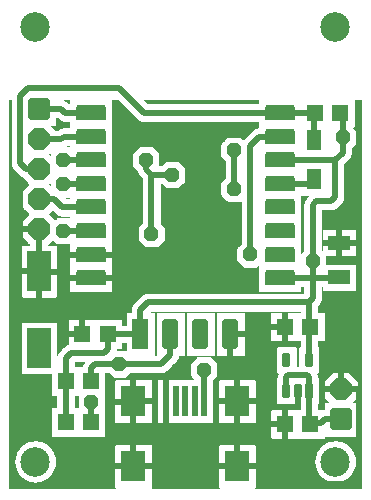
<source format=gbl>
%FSLAX35Y35*%
%MOIN*%
%IN2=KupferuntenL2(X.Bot)*%
%ADD10C,0.00197*%
%ADD11C,0.00205*%
%ADD12C,0.00256*%
%ADD13C,0.00500*%
%ADD14C,0.00512*%
%ADD15C,0.00591*%
%ADD16C,0.00768*%
%ADD17C,0.00787*%
%ADD18C,0.01181*%
%ADD19C,0.01575*%
%ADD20C,0.01969*%
%ADD21C,0.02362*%
%ADD22C,0.03150*%
%ADD23C,0.09843*%
%AMR_24*21,1,0.01181,0.01181,0,0,0.000*%
%ADD24R_24*%
%AMR_25*21,1,0.01969,0.01969,0,0,0.000*%
%ADD25R_25*%
%AMR_26*21,1,0.02756,0.04331,0,0,90.000*%
%ADD26R_26*%
%AMR_27*21,1,0.02953,0.04331,0,0,90.000*%
%ADD27R_27*%
%AMR_28*21,1,0.03150,0.04331,0,0,0.000*%
%ADD28R_28*%
%AMR_29*21,1,0.03150,0.04331,0,0,90.000*%
%ADD29R_29*%
%AMR_30*21,1,0.03150,0.04331,0,0,270.000*%
%ADD30R_30*%
%AMR_31*21,1,0.03543,0.04331,0,0,90.000*%
%ADD31R_31*%
%AMR_32*21,1,0.04724,0.04724,0,0,270.000*%
%ADD32R_32*%
%AMR_33*21,1,0.04724,0.07087,0,0,90.000*%
%ADD33R_33*%
%AMR_34*21,1,0.05000,0.02500,0,0,0.000*%
%ADD34R_34*%
%AMR_35*21,1,0.05512,0.05512,0,0,0.000*%
%ADD35R_35*%
%AMR_36*21,1,0.05512,0.05512,0,0,180.000*%
%ADD36R_36*%
%AMR_37*21,1,0.06250,0.06250,0,0,0.000*%
%ADD37R_37*%
%AMR_38*21,1,0.06693,0.04724,0,0,270.000*%
%ADD38R_38*%
%AMR_39*21,1,0.07500,0.07500,0,0,0.000*%
%ADD39R_39*%
%AMR_40*21,1,0.10236,0.05512,0,0,90.000*%
%ADD40R_40*%
%AMR_41*21,1,0.13189,0.07874,0,0,270.000*%
%ADD41R_41*%
%AMR_42*21,1,0.15625,0.15625,0,0,0.000*%
%ADD42R_42*%
%AMR_43*21,1,0.16250,0.19685,0,0,0.000*%
%ADD43R_43*%
%AMR_44*21,1,0.19685,0.19685,0,0,0.000*%
%ADD44R_44*%
%AMOCT_45*4,1,8,0.019685,0.013780,0.009843,0.023622,-0.009843,0.023622,-0.019685,0.013780,-0.019685,-0.013780,-0.009843,-0.023622,0.009843,-0.023622,0.019685,-0.013780,0.019685,0.013780,0.000*%
%ADD45OCT_45*%
%AMOCT_46*4,1,8,0.023622,0.009843,0.013780,0.019685,-0.013780,0.019685,-0.023622,0.009843,-0.023622,-0.009843,-0.013780,-0.019685,0.013780,-0.019685,0.023622,-0.009843,0.023622,0.009843,0.000*%
%ADD46OCT_46*%
%AMOCT_47*4,1,8,0.023622,0.011811,0.011811,0.023622,-0.011811,0.023622,-0.023622,0.011811,-0.023622,-0.011811,-0.011811,-0.023622,0.011811,-0.023622,0.023622,-0.011811,0.023622,0.011811,0.000*%
%ADD47OCT_47*%
%AMOCT_48*4,1,8,0.035433,0.017717,0.017717,0.035433,-0.017717,0.035433,-0.035433,0.017717,-0.035433,-0.017717,-0.017717,-0.035433,0.017717,-0.035433,0.035433,-0.017717,0.035433,0.017717,90.000*%
%ADD48OCT_48*%
%AMOCT_49*4,1,8,0.035433,0.017717,0.017717,0.035433,-0.017717,0.035433,-0.035433,0.017717,-0.035433,-0.017717,-0.017717,-0.035433,0.017717,-0.035433,0.035433,-0.017717,0.035433,0.017717,270.000*%
%ADD49OCT_49*%
%AMRR_50*21,1,0.01969,0.09843,0,0,180.000*21,1,0.01575,0.10236,0,0,180.000*1,1,0.00394,-0.00787,-0.04921*1,1,0.00394,0.00787,0.04921*1,1,0.00394,-0.00787,0.04921*1,1,0.00394,0.00787,-0.04921*%
%ADD50RR_50*%
%AMRR_51*21,1,0.02756,0.04173,0,0,180.000*21,1,0.02205,0.04724,0,0,180.000*1,1,0.00551,-0.01102,-0.02087*1,1,0.00551,0.01102,0.02087*1,1,0.00551,-0.01102,0.02087*1,1,0.00551,0.01102,-0.02087*%
%ADD51RR_51*%
%AMRR_52*21,1,0.02756,0.03346,0,0,180.000*21,1,0.01378,0.04724,0,0,180.000*1,1,0.01378,-0.00689,-0.01673*1,1,0.01378,0.00689,0.01673*1,1,0.01378,-0.00689,0.01673*1,1,0.01378,0.00689,-0.01673*%
%ADD52RR_52*%
%AMRR_53*21,1,0.07087,0.05669,0,0,90.000*21,1,0.05669,0.07087,0,0,90.000*1,1,0.01417,-0.02835,0.02835*1,1,0.01417,0.02835,-0.02835*1,1,0.01417,0.02835,0.02835*1,1,0.01417,-0.02835,-0.02835*%
%ADD53RR_53*%
%AMRR_54*21,1,0.07087,0.05669,0,0,270.000*21,1,0.05669,0.07087,0,0,270.000*1,1,0.01417,0.02835,-0.02835*1,1,0.01417,-0.02835,0.02835*1,1,0.01417,-0.02835,-0.02835*1,1,0.01417,0.02835,0.02835*%
%ADD54RR_54*%
%AMRR_55*21,1,0.08268,0.08583,0,0,180.000*21,1,0.06614,0.10236,0,0,180.000*1,1,0.01654,-0.03307,-0.04291*1,1,0.01654,0.03307,0.04291*1,1,0.01654,-0.03307,0.04291*1,1,0.01654,0.03307,-0.04291*%
%ADD55RR_55*%
%AMRR_56*21,1,0.08500,0.03400,0,0,0.000*21,1,0.07650,0.04250,0,0,0.000*1,1,0.00850,0.03825,0.01700*1,1,0.00850,-0.03825,-0.01700*1,1,0.00850,0.03825,-0.01700*1,1,0.00850,-0.03825,0.01700*%
%ADD56RR_56*%
%AMRR_57*21,1,0.10000,0.04000,0,0,0.000*21,1,0.09000,0.05000,0,0,0.000*1,1,0.01000,0.04500,0.02000*1,1,0.01000,-0.04500,-0.02000*1,1,0.01000,0.04500,-0.02000*1,1,0.01000,-0.04500,0.02000*%
%ADD57RR_57*%
%AMRR_58*21,1,0.10236,0.02756,0,0,90.000*21,1,0.07480,0.05512,0,0,90.000*1,1,0.02756,-0.01378,0.03740*1,1,0.02756,0.01378,-0.03740*1,1,0.02756,0.01378,0.03740*1,1,0.02756,-0.01378,-0.03740*%
%ADD58RR_58*%
G54D18*
X52500Y28809D02*
X52450Y28858D01*
X41318Y28750D02*
X41427Y28858D01*
X41535Y28750D01*
X41318Y28750D01*
X25000Y51700D02*
X24550Y51250D01*
X24375Y51425D02*
X24550Y51250D01*
X27421Y70000D02*
X27253Y69832D01*
X27500Y69586D02*
X27253Y69832D01*
X10000Y72170D02*
X10295Y71875D01*
X110000Y81562D02*
X110000Y81646D01*
X101250Y70000D02*
X101250Y75625D01*
X99990Y54209D02*
X100450Y53750D01*
X99990Y53290D02*
X100450Y53750D01*
X90295Y125000D02*
X90246Y124950D01*
X101875Y124825D02*
X102050Y125000D01*
X65000Y28858D02*
X65049Y28858D01*
X100450Y21562D02*
X100450Y21250D01*
X27081Y109375D02*
X27253Y109202D01*
X47500Y84687D02*
X47812Y85000D01*
X18169Y85580D02*
X18125Y85625D01*
X28750Y41250D02*
X36875Y41250D01*
X18125Y101250D02*
X18203Y101328D01*
X101515Y101328D02*
X101875Y102937D01*
X27500Y22050D02*
X27325Y21875D01*
X10000Y46579D02*
X10000Y42500D01*
X90140Y77812D02*
X87812Y77812D01*
X90140Y77812D02*
X90246Y77706D01*
X90228Y93437D02*
X87812Y93437D01*
X90228Y93437D02*
X90246Y93454D01*
G54D20*
X10000Y72170D02*
X10000Y86250D01*
X41427Y7204D02*
X41427Y28858D01*
X76072Y28858D02*
X76072Y7204D01*
X41427Y7204D02*
X55625Y7204D01*
X76072Y7204D02*
X92050Y7204D01*
X92050Y21250D01*
X83750Y21250D01*
X83750Y28858D01*
X83750Y51250D02*
X73750Y51250D01*
X83750Y53750D02*
X83750Y51250D01*
X10000Y19375D02*
X22170Y7204D01*
X41427Y7204D01*
X52450Y21299D02*
X52450Y28858D01*
X52450Y21299D02*
X55625Y18125D01*
X55625Y7204D01*
X76072Y7204D01*
X52450Y28858D02*
X52450Y36825D01*
X41318Y28750D02*
X33750Y28750D01*
X41427Y28858D02*
X41427Y37052D01*
X41427Y28858D02*
X48641Y28858D01*
X96250Y32381D02*
X96250Y26875D01*
X92050Y26875D01*
X92050Y21250D01*
X76072Y28858D02*
X83750Y28858D01*
X83750Y51250D01*
X76072Y28858D02*
X69266Y28858D01*
X76072Y28858D02*
X76072Y39822D01*
X24375Y51425D02*
X24375Y58750D01*
X27421Y70000D02*
X44375Y70000D01*
X10000Y86250D02*
X2500Y86250D01*
X73750Y51250D02*
X73750Y41875D01*
X110625Y32812D02*
X116875Y32812D01*
X116875Y1250D01*
X92050Y1250D01*
X92050Y7204D01*
X110625Y32812D02*
X105000Y32812D01*
X110625Y32812D02*
X110625Y39375D01*
X27253Y77706D02*
X39375Y77706D01*
X10000Y19375D02*
X3125Y26250D01*
X3125Y35625D01*
X10000Y72170D02*
X10000Y61250D01*
X10295Y71875D02*
X17500Y71875D01*
X24550Y51250D02*
X17500Y51250D01*
X27421Y70000D02*
X19375Y70000D01*
X10000Y72170D02*
X2829Y72170D01*
X110000Y81646D02*
X110000Y89375D01*
X114375Y89375D01*
X110000Y81562D02*
X115937Y81562D01*
X110000Y81646D02*
X110000Y81562D01*
X110000Y75937D01*
X27253Y77706D02*
X18331Y77706D01*
X92050Y53750D02*
X83750Y53750D01*
X92050Y53750D02*
X92050Y48575D01*
X43750Y51250D02*
X32950Y51250D01*
X32950Y46387D02*
X32950Y51250D01*
X32950Y46387D02*
X31562Y45000D01*
X20625Y45000D01*
X18925Y43300D01*
X18925Y35625D01*
X18925Y21875D01*
X43750Y59375D02*
X43750Y51250D01*
X46250Y61875D02*
X43750Y59375D01*
X90413Y70000D02*
X101250Y70000D01*
X90413Y70000D02*
X90246Y69832D01*
X111250Y116875D02*
X111250Y117050D01*
X46250Y61875D02*
X99990Y61875D01*
X101250Y63134D01*
X101250Y70000D01*
X111250Y116875D02*
X111250Y124200D01*
X110450Y125000D01*
X90246Y109202D02*
X108750Y109202D01*
X111250Y111702D01*
X111250Y116875D01*
X101250Y70000D02*
X101250Y75625D01*
X101250Y94375D02*
X102500Y95625D01*
X107500Y95625D01*
X108750Y96875D01*
X108750Y109202D01*
X101250Y70000D02*
X110000Y70000D01*
X110000Y70228D01*
X101250Y75625D02*
X101250Y94375D01*
X99990Y61875D02*
X99990Y54209D01*
X99990Y42618D02*
X99990Y53290D01*
X80625Y125000D02*
X90246Y124950D01*
X5625Y106250D02*
X10000Y106250D01*
X3750Y108125D02*
X5625Y106250D01*
X3750Y130625D02*
X3750Y108125D01*
X3750Y130625D02*
X6250Y133125D01*
X36875Y133125D02*
X6250Y133125D01*
X36875Y133125D02*
X45000Y125000D01*
X80625Y125000D01*
X90295Y125000D02*
X102050Y125000D01*
X101875Y115812D02*
X101875Y124825D01*
X27253Y124950D02*
X18799Y124950D01*
X17500Y126250D01*
X10000Y126250D01*
X17500Y116250D02*
X10000Y116250D01*
X17500Y116250D02*
X18326Y117076D01*
X27253Y117076D01*
X99990Y36884D02*
X99990Y32381D01*
X99375Y37500D02*
X99990Y36884D01*
X93125Y37500D02*
X99375Y37500D01*
X93125Y37500D02*
X92509Y36884D01*
X92509Y32381D01*
X65000Y28858D02*
X65000Y39375D01*
X100450Y21562D02*
X99990Y21709D01*
X99990Y32381D02*
X99990Y21709D01*
X100450Y21562D02*
X104062Y21562D01*
X105312Y22812D01*
X110625Y22812D01*
X27081Y109375D02*
X18125Y109375D01*
X45625Y106250D02*
X45625Y109375D01*
X45625Y106250D02*
X47500Y104375D01*
X47500Y84687D01*
X47500Y104375D02*
X54375Y104375D01*
X18169Y85580D02*
X27253Y85580D01*
X28750Y41250D02*
X36875Y41250D01*
X27325Y39825D02*
X27325Y35625D01*
X28750Y41250D02*
X27325Y39825D01*
X50625Y41250D02*
X36875Y41250D01*
X53750Y44375D02*
X50625Y41250D01*
X53750Y51250D02*
X53750Y44375D01*
X27253Y101328D02*
X18203Y101328D01*
X90246Y101328D02*
X101515Y101328D01*
X27500Y22050D02*
X27500Y28750D01*
X17795Y93454D02*
X27253Y93454D01*
X15000Y96250D02*
X17795Y93454D01*
X10000Y96250D02*
X15000Y96250D01*
X83326Y117076D02*
X90246Y117076D01*
X80312Y114062D02*
X83326Y117076D01*
X80312Y114062D02*
X80312Y77812D01*
X75000Y99687D02*
X75000Y112500D01*
G54D23*
X108750Y153750D03*
X8750Y153750D03*
X8750Y8750D03*
X108750Y8750D03*
G54D33*
X110000Y81646D03*
X110000Y70228D03*
G54D35*
X27325Y35625D03*
X18925Y35625D03*
X110450Y125000D03*
X102050Y125000D03*
G54D36*
X92050Y21250D03*
X100450Y21250D03*
X92050Y53750D03*
X100450Y53750D03*
X24550Y51250D03*
X32950Y51250D03*
X18925Y21875D03*
X27325Y21875D03*
G54D38*
X101875Y115812D03*
X101875Y102937D03*
G54D40*
X43750Y51250D03*
G54D41*
X10000Y72170D03*
X10000Y46579D03*
G54D45*
X36875Y69375D03*
G54D46*
X114375Y89375D03*
G54D47*
X96250Y5625D03*
X21250Y5625D03*
X114375Y106875D03*
X114375Y41562D03*
X3125Y35625D03*
X3125Y61250D03*
X114375Y61875D03*
X36875Y116875D03*
X66875Y116875D03*
X75312Y69375D03*
X57187Y39375D03*
X111250Y116875D03*
X101250Y75625D03*
X65000Y39375D03*
X18125Y109375D03*
X47500Y84687D03*
X45625Y109375D03*
X54375Y104375D03*
X18125Y85625D03*
X36875Y41250D03*
X18125Y101250D03*
X27500Y28750D03*
X10000Y42500D03*
X80312Y77812D03*
X87812Y77812D03*
X87812Y93437D03*
X75000Y99687D03*
X75000Y112500D03*
G54D48*
X110625Y32812D03*
G54D49*
X10000Y116250D03*
X10000Y106250D03*
X10000Y96250D03*
X10000Y86250D03*
G54D50*
X65049Y28858D03*
X61899Y28858D03*
X58750Y28858D03*
X55600Y28858D03*
X52450Y28858D03*
G54D51*
X99990Y32381D03*
G54D52*
X92509Y42618D03*
X99990Y42618D03*
X92509Y32381D03*
X96250Y32381D03*
G54D53*
X110625Y22812D03*
G54D54*
X10000Y126250D03*
G54D55*
X76072Y7204D03*
X76072Y28858D03*
X41427Y28858D03*
X41427Y7204D03*
G54D57*
X90246Y124950D03*
X90246Y117076D03*
X90246Y109202D03*
X90246Y101328D03*
X90246Y93454D03*
X90246Y85580D03*
X90246Y77706D03*
X90246Y69832D03*
X27253Y69832D03*
X27253Y77706D03*
X27253Y85580D03*
X27253Y93454D03*
X27253Y101328D03*
X27253Y109202D03*
X27253Y117076D03*
X27253Y124950D03*
G54D58*
X53750Y51250D03*
X63750Y51250D03*
X73750Y51250D03*
G36*
X104375Y80578D02*
X104375Y82546D01*
X110000Y82546D01*
X110000Y80578D01*
X104375Y80578D01*
D02*G37*
G36*
X91065Y53750D02*
X91065Y58612D01*
X93034Y58612D01*
X93034Y53750D01*
X91065Y53750D01*
D02*G37*
G54D10*
X98Y0D02*
X35283Y0D01*
X47570Y0D02*
X69929Y0D01*
X82216Y0D02*
X117401Y0D01*
X82216Y0D02*
X82257Y39D01*
X69929Y0D02*
X69887Y39D01*
X47570Y0D02*
X47612Y39D01*
X35283Y0D02*
X35242Y39D01*
X82257Y39D02*
X82283Y78D01*
X69887Y39D02*
X69861Y78D01*
X47612Y39D02*
X47638Y78D01*
X35242Y39D02*
X35216Y78D01*
X98Y157D02*
X35190Y157D01*
X47664Y157D02*
X69835Y157D01*
X82309Y157D02*
X117401Y157D01*
X82283Y78D02*
X82300Y118D01*
X69861Y78D02*
X69845Y118D01*
X47638Y78D02*
X47654Y118D01*
X35216Y78D02*
X35199Y118D01*
X82300Y118D02*
X82309Y157D01*
X69845Y118D02*
X69835Y157D01*
X47654Y118D02*
X47664Y157D01*
X35199Y118D02*
X35190Y157D01*
X82309Y157D02*
X82312Y236D01*
X69835Y157D02*
X69832Y236D01*
X47664Y157D02*
X47667Y236D01*
X35190Y157D02*
X35187Y236D01*
X98Y314D02*
X35187Y314D01*
X47667Y314D02*
X69832Y314D01*
X82312Y314D02*
X117401Y314D01*
X98Y472D02*
X35187Y472D01*
X47667Y472D02*
X69832Y472D01*
X82312Y472D02*
X117401Y472D01*
X98Y629D02*
X35187Y629D01*
X47667Y629D02*
X69832Y629D01*
X82312Y629D02*
X117401Y629D01*
X98Y787D02*
X35187Y787D01*
X47667Y787D02*
X69832Y787D01*
X82312Y787D02*
X117401Y787D01*
X98Y944D02*
X35187Y944D01*
X47667Y944D02*
X69832Y944D01*
X82312Y944D02*
X117401Y944D01*
X98Y1102D02*
X35187Y1102D01*
X47667Y1102D02*
X69832Y1102D01*
X82312Y1102D02*
X117401Y1102D01*
X98Y1259D02*
X35187Y1259D01*
X47667Y1259D02*
X69832Y1259D01*
X82312Y1259D02*
X117401Y1259D01*
X98Y1417D02*
X35187Y1417D01*
X47667Y1417D02*
X69832Y1417D01*
X82312Y1417D02*
X117401Y1417D01*
X98Y1574D02*
X35187Y1574D01*
X47667Y1574D02*
X69832Y1574D01*
X82312Y1574D02*
X117401Y1574D01*
X98Y1732D02*
X35187Y1732D01*
X47667Y1732D02*
X69832Y1732D01*
X82312Y1732D02*
X117401Y1732D01*
X109143Y1732D02*
X109537Y1771D01*
X108395Y1732D02*
X108001Y1771D01*
X9143Y1732D02*
X9537Y1771D01*
X8395Y1732D02*
X8001Y1771D01*
X98Y1889D02*
X7446Y1889D01*
X10093Y1889D02*
X35187Y1889D01*
X47667Y1889D02*
X69832Y1889D01*
X82312Y1889D02*
X107446Y1889D01*
X110093Y1889D02*
X117401Y1889D01*
X98Y2047D02*
X6664Y2047D01*
X10874Y2047D02*
X35187Y2047D01*
X47667Y2047D02*
X69832Y2047D01*
X82312Y2047D02*
X106664Y2047D01*
X110874Y2047D02*
X117401Y2047D01*
X109537Y1771D02*
X110648Y2007D01*
X108001Y1771D02*
X106890Y2007D01*
X9537Y1771D02*
X10648Y2007D01*
X8001Y1771D02*
X6890Y2007D01*
X110648Y2007D02*
X110874Y2047D01*
X106890Y2007D02*
X106664Y2047D01*
X10648Y2007D02*
X10874Y2047D01*
X6890Y2007D02*
X6664Y2047D01*
X110874Y2047D02*
X110994Y2086D01*
X106664Y2047D02*
X106545Y2086D01*
X10874Y2047D02*
X10994Y2086D01*
X6664Y2047D02*
X6545Y2086D01*
X110994Y2086D02*
X111063Y2125D01*
X106545Y2086D02*
X106476Y2125D01*
X10994Y2086D02*
X11063Y2125D01*
X6545Y2086D02*
X6476Y2125D01*
X98Y2204D02*
X6299Y2204D01*
X11240Y2204D02*
X35187Y2204D01*
X47667Y2204D02*
X69832Y2204D01*
X82312Y2204D02*
X106299Y2204D01*
X111240Y2204D02*
X117401Y2204D01*
X98Y2362D02*
X5945Y2362D01*
X11593Y2362D02*
X35187Y2362D01*
X47667Y2362D02*
X69832Y2362D01*
X82312Y2362D02*
X105945Y2362D01*
X111593Y2362D02*
X117401Y2362D01*
X98Y2519D02*
X5591Y2519D01*
X11947Y2519D02*
X35187Y2519D01*
X47667Y2519D02*
X69832Y2519D01*
X82312Y2519D02*
X105591Y2519D01*
X111947Y2519D02*
X117401Y2519D01*
X98Y2677D02*
X5240Y2677D01*
X12298Y2677D02*
X35187Y2677D01*
X47667Y2677D02*
X69832Y2677D01*
X82312Y2677D02*
X105240Y2677D01*
X112298Y2677D02*
X117401Y2677D01*
X111063Y2125D02*
X112298Y2677D01*
X106476Y2125D02*
X105240Y2677D01*
X11063Y2125D02*
X12298Y2677D01*
X6476Y2125D02*
X5240Y2677D01*
X98Y2834D02*
X5023Y2834D01*
X12515Y2834D02*
X35187Y2834D01*
X47667Y2834D02*
X69832Y2834D01*
X82312Y2834D02*
X105023Y2834D01*
X112515Y2834D02*
X117401Y2834D01*
X98Y2992D02*
X4807Y2992D01*
X12732Y2992D02*
X35187Y2992D01*
X47667Y2992D02*
X69832Y2992D01*
X82312Y2992D02*
X104807Y2992D01*
X112732Y2992D02*
X117401Y2992D01*
X98Y3149D02*
X4590Y3149D01*
X12949Y3149D02*
X35187Y3149D01*
X47667Y3149D02*
X69832Y3149D01*
X82312Y3149D02*
X104590Y3149D01*
X112949Y3149D02*
X117401Y3149D01*
X98Y3307D02*
X4373Y3307D01*
X13165Y3307D02*
X35187Y3307D01*
X47667Y3307D02*
X69832Y3307D01*
X82312Y3307D02*
X104373Y3307D01*
X113165Y3307D02*
X117401Y3307D01*
X98Y3464D02*
X4156Y3464D01*
X13382Y3464D02*
X35187Y3464D01*
X47667Y3464D02*
X69832Y3464D01*
X82312Y3464D02*
X104156Y3464D01*
X113382Y3464D02*
X117401Y3464D01*
X112298Y2677D02*
X113382Y3464D01*
X105240Y2677D02*
X104156Y3464D01*
X12298Y2677D02*
X13382Y3464D01*
X5240Y2677D02*
X4156Y3464D01*
X113382Y3464D02*
X113446Y3503D01*
X104156Y3464D02*
X104092Y3503D01*
X13382Y3464D02*
X13446Y3503D01*
X4156Y3464D02*
X4092Y3503D01*
X113446Y3503D02*
X113488Y3543D01*
X104092Y3503D02*
X104050Y3543D01*
X13446Y3503D02*
X13488Y3543D01*
X4092Y3503D02*
X4050Y3543D01*
X98Y3622D02*
X3986Y3622D01*
X13552Y3622D02*
X35187Y3622D01*
X47667Y3622D02*
X69832Y3622D01*
X82312Y3622D02*
X103986Y3622D01*
X113552Y3622D02*
X117401Y3622D01*
X113488Y3543D02*
X113517Y3582D01*
X104050Y3543D02*
X104021Y3582D01*
X13488Y3543D02*
X13517Y3582D01*
X4050Y3543D02*
X4021Y3582D01*
X98Y3779D02*
X3844Y3779D01*
X13694Y3779D02*
X35187Y3779D01*
X47667Y3779D02*
X69832Y3779D01*
X82312Y3779D02*
X103844Y3779D01*
X113694Y3779D02*
X117401Y3779D01*
X98Y3937D02*
X3702Y3937D01*
X13836Y3937D02*
X35187Y3937D01*
X47667Y3937D02*
X69832Y3937D01*
X82312Y3937D02*
X103702Y3937D01*
X113836Y3937D02*
X117401Y3937D01*
X98Y4094D02*
X3561Y4094D01*
X13978Y4094D02*
X35187Y4094D01*
X47667Y4094D02*
X69832Y4094D01*
X82312Y4094D02*
X103561Y4094D01*
X113978Y4094D02*
X117401Y4094D01*
X98Y4251D02*
X3419Y4251D01*
X14120Y4251D02*
X35187Y4251D01*
X47667Y4251D02*
X69832Y4251D01*
X82312Y4251D02*
X103419Y4251D01*
X114120Y4251D02*
X117401Y4251D01*
X98Y4409D02*
X3277Y4409D01*
X14261Y4409D02*
X35187Y4409D01*
X47667Y4409D02*
X69832Y4409D01*
X82312Y4409D02*
X103277Y4409D01*
X114261Y4409D02*
X117401Y4409D01*
X98Y4566D02*
X3135Y4566D01*
X14403Y4566D02*
X35187Y4566D01*
X47667Y4566D02*
X69832Y4566D01*
X82312Y4566D02*
X103135Y4566D01*
X114403Y4566D02*
X117401Y4566D01*
X113517Y3582D02*
X114441Y4606D01*
X104021Y3582D02*
X103098Y4606D01*
X13517Y3582D02*
X14441Y4606D01*
X4021Y3582D02*
X3098Y4606D01*
X114441Y4606D02*
X114467Y4645D01*
X103098Y4606D02*
X103071Y4645D01*
X14441Y4606D02*
X14467Y4645D01*
X3098Y4606D02*
X3071Y4645D01*
X98Y4724D02*
X3027Y4724D01*
X14511Y4724D02*
X35187Y4724D01*
X47667Y4724D02*
X69832Y4724D01*
X82312Y4724D02*
X103027Y4724D01*
X114511Y4724D02*
X117401Y4724D01*
X114467Y4645D02*
X114534Y4763D01*
X103071Y4645D02*
X103005Y4763D01*
X14467Y4645D02*
X14534Y4763D01*
X3071Y4645D02*
X3005Y4763D01*
X98Y4881D02*
X2936Y4881D01*
X14602Y4881D02*
X35187Y4881D01*
X47667Y4881D02*
X69832Y4881D01*
X82312Y4881D02*
X102936Y4881D01*
X114602Y4881D02*
X117401Y4881D01*
X98Y5039D02*
X2846Y5039D01*
X14693Y5039D02*
X35187Y5039D01*
X47667Y5039D02*
X69832Y5039D01*
X82312Y5039D02*
X102846Y5039D01*
X114693Y5039D02*
X117401Y5039D01*
X98Y5196D02*
X2755Y5196D01*
X14784Y5196D02*
X35187Y5196D01*
X47667Y5196D02*
X69832Y5196D01*
X82312Y5196D02*
X102755Y5196D01*
X114784Y5196D02*
X117401Y5196D01*
X98Y5354D02*
X2664Y5354D01*
X14875Y5354D02*
X35187Y5354D01*
X47667Y5354D02*
X69832Y5354D01*
X82312Y5354D02*
X102664Y5354D01*
X114875Y5354D02*
X117401Y5354D01*
X98Y5511D02*
X2573Y5511D01*
X14966Y5511D02*
X35187Y5511D01*
X47667Y5511D02*
X69832Y5511D01*
X82312Y5511D02*
X102573Y5511D01*
X114966Y5511D02*
X117401Y5511D01*
X98Y5669D02*
X2482Y5669D01*
X15056Y5669D02*
X35187Y5669D01*
X47667Y5669D02*
X69832Y5669D01*
X82312Y5669D02*
X102482Y5669D01*
X115056Y5669D02*
X117401Y5669D01*
X98Y5826D02*
X2386Y5826D01*
X15153Y5826D02*
X35187Y5826D01*
X47667Y5826D02*
X69832Y5826D01*
X82312Y5826D02*
X102386Y5826D01*
X115153Y5826D02*
X117401Y5826D01*
X114534Y4763D02*
X115125Y5787D01*
X103005Y4763D02*
X102414Y5787D01*
X14534Y4763D02*
X15125Y5787D01*
X3005Y4763D02*
X2414Y5787D01*
X115125Y5787D02*
X115179Y5866D01*
X102414Y5787D02*
X102359Y5866D01*
X15125Y5787D02*
X15179Y5866D01*
X2414Y5787D02*
X2359Y5866D01*
X115179Y5866D02*
X115196Y5905D01*
X102359Y5866D02*
X102343Y5905D01*
X15179Y5866D02*
X15196Y5905D01*
X2359Y5866D02*
X2343Y5905D01*
X98Y5984D02*
X2322Y5984D01*
X15216Y5984D02*
X35187Y5984D01*
X47667Y5984D02*
X69832Y5984D01*
X82312Y5984D02*
X102322Y5984D01*
X115216Y5984D02*
X117401Y5984D01*
X115196Y5905D02*
X115216Y5984D01*
X102343Y5905D02*
X102322Y5984D01*
X15196Y5905D02*
X15216Y5984D01*
X2343Y5905D02*
X2322Y5984D01*
X98Y6141D02*
X2271Y6141D01*
X15267Y6141D02*
X35187Y6141D01*
X47667Y6141D02*
X69832Y6141D01*
X82312Y6141D02*
X102271Y6141D01*
X115267Y6141D02*
X117401Y6141D01*
X98Y6299D02*
X2220Y6299D01*
X15319Y6299D02*
X35187Y6299D01*
X47667Y6299D02*
X69832Y6299D01*
X82312Y6299D02*
X102220Y6299D01*
X115319Y6299D02*
X117401Y6299D01*
X98Y6456D02*
X2169Y6456D01*
X15370Y6456D02*
X35187Y6456D01*
X47667Y6456D02*
X69832Y6456D01*
X82312Y6456D02*
X102169Y6456D01*
X115370Y6456D02*
X117401Y6456D01*
X98Y6614D02*
X2118Y6614D01*
X15421Y6614D02*
X35187Y6614D01*
X47667Y6614D02*
X69832Y6614D01*
X82312Y6614D02*
X102118Y6614D01*
X115421Y6614D02*
X117401Y6614D01*
X98Y6771D02*
X2066Y6771D01*
X15472Y6771D02*
X35187Y6771D01*
X47667Y6771D02*
X69832Y6771D01*
X82312Y6771D02*
X102066Y6771D01*
X115472Y6771D02*
X117401Y6771D01*
X98Y6929D02*
X2015Y6929D01*
X15523Y6929D02*
X35187Y6929D01*
X47667Y6929D02*
X69832Y6929D01*
X82312Y6929D02*
X102015Y6929D01*
X115523Y6929D02*
X117401Y6929D01*
X98Y7086D02*
X1964Y7086D01*
X15574Y7086D02*
X35187Y7086D01*
X47667Y7086D02*
X69832Y7086D01*
X82312Y7086D02*
X101964Y7086D01*
X115574Y7086D02*
X117401Y7086D01*
X98Y7244D02*
X1913Y7244D01*
X15626Y7244D02*
X35187Y7244D01*
X47667Y7244D02*
X69832Y7244D01*
X82312Y7244D02*
X101913Y7244D01*
X115626Y7244D02*
X117401Y7244D01*
X115216Y5984D02*
X115636Y7283D01*
X102322Y5984D02*
X101902Y7283D01*
X15216Y5984D02*
X15636Y7283D01*
X2322Y5984D02*
X1902Y7283D01*
X115636Y7283D02*
X115646Y7322D01*
X101902Y7283D02*
X101893Y7322D01*
X15636Y7283D02*
X15646Y7322D01*
X1902Y7283D02*
X1893Y7322D01*
X98Y7401D02*
X1884Y7401D01*
X15654Y7401D02*
X35187Y7401D01*
X47667Y7401D02*
X69832Y7401D01*
X82312Y7401D02*
X101884Y7401D01*
X115654Y7401D02*
X117401Y7401D01*
X98Y7559D02*
X1868Y7559D01*
X15671Y7559D02*
X35187Y7559D01*
X47667Y7559D02*
X69832Y7559D01*
X82312Y7559D02*
X101868Y7559D01*
X115671Y7559D02*
X117401Y7559D01*
X98Y7716D02*
X1851Y7716D01*
X15687Y7716D02*
X35187Y7716D01*
X47667Y7716D02*
X69832Y7716D01*
X82312Y7716D02*
X101851Y7716D01*
X115687Y7716D02*
X117401Y7716D01*
X98Y7874D02*
X1835Y7874D01*
X15704Y7874D02*
X35187Y7874D01*
X47667Y7874D02*
X69832Y7874D01*
X82312Y7874D02*
X101835Y7874D01*
X115704Y7874D02*
X117401Y7874D01*
X98Y8031D02*
X1818Y8031D01*
X15720Y8031D02*
X35187Y8031D01*
X47667Y8031D02*
X69832Y8031D01*
X82312Y8031D02*
X101818Y8031D01*
X115720Y8031D02*
X117401Y8031D01*
X98Y8188D02*
X1802Y8188D01*
X15737Y8188D02*
X35187Y8188D01*
X47667Y8188D02*
X69832Y8188D01*
X82312Y8188D02*
X101802Y8188D01*
X115737Y8188D02*
X117401Y8188D01*
X98Y8346D02*
X1785Y8346D01*
X15753Y8346D02*
X35187Y8346D01*
X47667Y8346D02*
X69832Y8346D01*
X82312Y8346D02*
X101785Y8346D01*
X115753Y8346D02*
X117401Y8346D01*
X98Y8503D02*
X1768Y8503D01*
X15770Y8503D02*
X35187Y8503D01*
X47667Y8503D02*
X69832Y8503D01*
X82312Y8503D02*
X101768Y8503D01*
X115770Y8503D02*
X117401Y8503D01*
X98Y8661D02*
X1752Y8661D01*
X15786Y8661D02*
X35187Y8661D01*
X47667Y8661D02*
X69832Y8661D01*
X82312Y8661D02*
X101752Y8661D01*
X115786Y8661D02*
X117401Y8661D01*
X98Y8818D02*
X1745Y8818D01*
X15794Y8818D02*
X35187Y8818D01*
X47667Y8818D02*
X69832Y8818D01*
X82312Y8818D02*
X101745Y8818D01*
X115794Y8818D02*
X117401Y8818D01*
X115646Y7322D02*
X115797Y8779D01*
X101893Y7322D02*
X101742Y8779D01*
X15646Y7322D02*
X15797Y8779D01*
X1893Y7322D02*
X1742Y8779D01*
X115797Y8779D02*
X115784Y8897D01*
X101742Y8779D02*
X101754Y8897D01*
X15797Y8779D02*
X15784Y8897D01*
X1742Y8779D02*
X1754Y8897D01*
X98Y8976D02*
X1762Y8976D01*
X15776Y8976D02*
X35187Y8976D01*
X47667Y8976D02*
X69832Y8976D01*
X82312Y8976D02*
X101762Y8976D01*
X115776Y8976D02*
X117401Y8976D01*
X98Y9133D02*
X1779Y9133D01*
X15760Y9133D02*
X35187Y9133D01*
X47667Y9133D02*
X69832Y9133D01*
X82312Y9133D02*
X101779Y9133D01*
X115760Y9133D02*
X117401Y9133D01*
X98Y9291D02*
X1795Y9291D01*
X15743Y9291D02*
X35187Y9291D01*
X47667Y9291D02*
X69832Y9291D01*
X82312Y9291D02*
X101795Y9291D01*
X115743Y9291D02*
X117401Y9291D01*
X98Y9448D02*
X1812Y9448D01*
X15726Y9448D02*
X35187Y9448D01*
X47667Y9448D02*
X69832Y9448D01*
X82312Y9448D02*
X101812Y9448D01*
X115726Y9448D02*
X117401Y9448D01*
X98Y9606D02*
X1828Y9606D01*
X15710Y9606D02*
X35187Y9606D01*
X47667Y9606D02*
X69832Y9606D01*
X82312Y9606D02*
X101828Y9606D01*
X115710Y9606D02*
X117401Y9606D01*
X98Y9763D02*
X1845Y9763D01*
X15693Y9763D02*
X35187Y9763D01*
X47667Y9763D02*
X69832Y9763D01*
X82312Y9763D02*
X101845Y9763D01*
X115693Y9763D02*
X117401Y9763D01*
X98Y9921D02*
X1862Y9921D01*
X15677Y9921D02*
X35187Y9921D01*
X47667Y9921D02*
X69832Y9921D01*
X82312Y9921D02*
X101862Y9921D01*
X115677Y9921D02*
X117401Y9921D01*
X98Y10078D02*
X1878Y10078D01*
X15660Y10078D02*
X35187Y10078D01*
X47667Y10078D02*
X69832Y10078D01*
X82312Y10078D02*
X101878Y10078D01*
X115660Y10078D02*
X117401Y10078D01*
X98Y10236D02*
X1893Y10236D01*
X15645Y10236D02*
X35187Y10236D01*
X47667Y10236D02*
X69832Y10236D01*
X82312Y10236D02*
X101893Y10236D01*
X115645Y10236D02*
X117401Y10236D01*
X115784Y8897D02*
X115645Y10236D01*
X101754Y8897D02*
X101893Y10236D01*
X15784Y8897D02*
X15645Y10236D01*
X1754Y8897D02*
X1893Y10236D01*
X115645Y10236D02*
X115636Y10275D01*
X101893Y10236D02*
X101903Y10275D01*
X15645Y10236D02*
X15636Y10275D01*
X1893Y10236D02*
X1903Y10275D01*
X98Y10393D02*
X1945Y10393D01*
X15594Y10393D02*
X35187Y10393D01*
X47667Y10393D02*
X69832Y10393D01*
X82312Y10393D02*
X101945Y10393D01*
X115594Y10393D02*
X117401Y10393D01*
X115636Y10275D02*
X115606Y10354D01*
X101903Y10275D02*
X101932Y10354D01*
X15636Y10275D02*
X15606Y10354D01*
X1903Y10275D02*
X1932Y10354D01*
X98Y10551D02*
X1996Y10551D01*
X15542Y10551D02*
X35187Y10551D01*
X47667Y10551D02*
X69832Y10551D01*
X82312Y10551D02*
X101996Y10551D01*
X115542Y10551D02*
X117401Y10551D01*
X98Y10708D02*
X2047Y10708D01*
X15491Y10708D02*
X35187Y10708D01*
X47667Y10708D02*
X69832Y10708D01*
X82312Y10708D02*
X102047Y10708D01*
X115491Y10708D02*
X117401Y10708D01*
X98Y10866D02*
X2098Y10866D01*
X15440Y10866D02*
X35187Y10866D01*
X47667Y10866D02*
X69832Y10866D01*
X82312Y10866D02*
X102098Y10866D01*
X115440Y10866D02*
X117401Y10866D01*
X98Y11023D02*
X2149Y11023D01*
X15389Y11023D02*
X35187Y11023D01*
X47667Y11023D02*
X69832Y11023D01*
X82312Y11023D02*
X102149Y11023D01*
X115389Y11023D02*
X117401Y11023D01*
X98Y11181D02*
X2201Y11181D01*
X15338Y11181D02*
X35187Y11181D01*
X47667Y11181D02*
X69832Y11181D01*
X82312Y11181D02*
X102201Y11181D01*
X115338Y11181D02*
X117401Y11181D01*
X98Y11338D02*
X2252Y11338D01*
X15287Y11338D02*
X35187Y11338D01*
X47667Y11338D02*
X69832Y11338D01*
X82312Y11338D02*
X102252Y11338D01*
X115287Y11338D02*
X117401Y11338D01*
X98Y11496D02*
X2303Y11496D01*
X15235Y11496D02*
X35187Y11496D01*
X47667Y11496D02*
X69832Y11496D01*
X82312Y11496D02*
X102303Y11496D01*
X115235Y11496D02*
X117401Y11496D01*
X98Y11653D02*
X2358Y11653D01*
X15180Y11653D02*
X35187Y11653D01*
X47667Y11653D02*
X69832Y11653D01*
X82312Y11653D02*
X102358Y11653D01*
X115180Y11653D02*
X117401Y11653D01*
X115606Y10354D02*
X115180Y11653D01*
X101932Y10354D02*
X102358Y11653D01*
X15606Y10354D02*
X15180Y11653D01*
X1932Y10354D02*
X2358Y11653D01*
X98Y11811D02*
X2448Y11811D01*
X15091Y11811D02*
X35187Y11811D01*
X47667Y11811D02*
X69832Y11811D01*
X82312Y11811D02*
X102448Y11811D01*
X115091Y11811D02*
X117401Y11811D01*
X115180Y11653D02*
X115091Y11811D01*
X102358Y11653D02*
X102448Y11811D01*
X15180Y11653D02*
X15091Y11811D01*
X2358Y11653D02*
X2448Y11811D01*
X98Y11968D02*
X2539Y11968D01*
X15000Y11968D02*
X35187Y11968D01*
X47667Y11968D02*
X69832Y11968D01*
X82312Y11968D02*
X102539Y11968D01*
X115000Y11968D02*
X117401Y11968D01*
X98Y12125D02*
X2630Y12125D01*
X14909Y12125D02*
X35187Y12125D01*
X47667Y12125D02*
X69832Y12125D01*
X82312Y12125D02*
X102630Y12125D01*
X114909Y12125D02*
X117401Y12125D01*
X98Y12283D02*
X2721Y12283D01*
X14818Y12283D02*
X35187Y12283D01*
X47667Y12283D02*
X69832Y12283D01*
X82312Y12283D02*
X102721Y12283D01*
X114818Y12283D02*
X117401Y12283D01*
X98Y12440D02*
X2811Y12440D01*
X14727Y12440D02*
X35187Y12440D01*
X47667Y12440D02*
X69832Y12440D01*
X82312Y12440D02*
X102811Y12440D01*
X114727Y12440D02*
X117401Y12440D01*
X98Y12598D02*
X2902Y12598D01*
X14636Y12598D02*
X35187Y12598D01*
X47667Y12598D02*
X69832Y12598D01*
X82312Y12598D02*
X102902Y12598D01*
X114636Y12598D02*
X117401Y12598D01*
X98Y12755D02*
X2993Y12755D01*
X14545Y12755D02*
X35187Y12755D01*
X47667Y12755D02*
X69832Y12755D01*
X82312Y12755D02*
X102993Y12755D01*
X114545Y12755D02*
X117401Y12755D01*
X98Y12913D02*
X3088Y12913D01*
X14451Y12913D02*
X35187Y12913D01*
X47667Y12913D02*
X69832Y12913D01*
X82312Y12913D02*
X103088Y12913D01*
X114451Y12913D02*
X117401Y12913D01*
X115091Y11811D02*
X114451Y12913D01*
X102448Y11811D02*
X103088Y12913D01*
X15091Y11811D02*
X14451Y12913D01*
X2448Y11811D02*
X3088Y12913D01*
X114451Y12913D02*
X114421Y12952D01*
X103088Y12913D02*
X103118Y12952D01*
X14451Y12913D02*
X14421Y12952D01*
X3088Y12913D02*
X3118Y12952D01*
X98Y13070D02*
X3224Y13070D01*
X14315Y13070D02*
X35187Y13070D01*
X47667Y13070D02*
X69832Y13070D01*
X82312Y13070D02*
X103224Y13070D01*
X114315Y13070D02*
X117401Y13070D01*
X98Y13228D02*
X3366Y13228D01*
X14173Y13228D02*
X35187Y13228D01*
X47667Y13228D02*
X69832Y13228D01*
X82312Y13228D02*
X103366Y13228D01*
X114173Y13228D02*
X117401Y13228D01*
X98Y13385D02*
X3507Y13385D01*
X14031Y13385D02*
X35187Y13385D01*
X47667Y13385D02*
X69832Y13385D01*
X82312Y13385D02*
X103507Y13385D01*
X114031Y13385D02*
X117401Y13385D01*
X98Y13543D02*
X3649Y13543D01*
X13889Y13543D02*
X35187Y13543D01*
X47667Y13543D02*
X69832Y13543D01*
X82312Y13543D02*
X103649Y13543D01*
X113889Y13543D02*
X117401Y13543D01*
X98Y13700D02*
X3791Y13700D01*
X13747Y13700D02*
X35187Y13700D01*
X47667Y13700D02*
X69832Y13700D01*
X82312Y13700D02*
X103791Y13700D01*
X113747Y13700D02*
X117401Y13700D01*
X98Y13858D02*
X3933Y13858D01*
X13606Y13858D02*
X35187Y13858D01*
X47667Y13858D02*
X69832Y13858D01*
X82312Y13858D02*
X103933Y13858D01*
X113606Y13858D02*
X117401Y13858D01*
X98Y14015D02*
X4081Y14015D01*
X13457Y14015D02*
X35187Y14015D01*
X47667Y14015D02*
X69832Y14015D01*
X82312Y14015D02*
X104081Y14015D01*
X113457Y14015D02*
X117401Y14015D01*
X114421Y12952D02*
X113499Y13976D01*
X103118Y12952D02*
X104039Y13976D01*
X14421Y12952D02*
X13499Y13976D01*
X3118Y12952D02*
X4039Y13976D01*
X113499Y13976D02*
X113457Y14015D01*
X104039Y13976D02*
X104081Y14015D01*
X13499Y13976D02*
X13457Y14015D01*
X4039Y13976D02*
X4081Y14015D01*
X113457Y14015D02*
X113409Y14055D01*
X104081Y14015D02*
X104129Y14055D01*
X13457Y14015D02*
X13409Y14055D01*
X4081Y14015D02*
X4129Y14055D01*
X98Y14173D02*
X4292Y14173D01*
X13247Y14173D02*
X35187Y14173D01*
X47667Y14173D02*
X69832Y14173D01*
X82312Y14173D02*
X104292Y14173D01*
X113247Y14173D02*
X117401Y14173D01*
X82312Y236D02*
X82309Y14251D01*
X69832Y236D02*
X69835Y14251D01*
X47667Y236D02*
X47664Y14251D01*
X35187Y236D02*
X35190Y14251D01*
X98Y14330D02*
X4509Y14330D01*
X13030Y14330D02*
X35216Y14330D01*
X47638Y14330D02*
X69861Y14330D01*
X82283Y14330D02*
X104509Y14330D01*
X113030Y14330D02*
X117401Y14330D01*
X82309Y14251D02*
X82300Y14291D01*
X69835Y14251D02*
X69845Y14291D01*
X47664Y14251D02*
X47654Y14291D01*
X35190Y14251D02*
X35199Y14291D01*
X82300Y14291D02*
X82283Y14330D01*
X69845Y14291D02*
X69861Y14330D01*
X47654Y14291D02*
X47638Y14330D01*
X35199Y14291D02*
X35216Y14330D01*
X82283Y14330D02*
X82257Y14370D01*
X69861Y14330D02*
X69887Y14370D01*
X47638Y14330D02*
X47612Y14370D01*
X35216Y14330D02*
X35242Y14370D01*
X82257Y14370D02*
X82216Y14409D01*
X69887Y14370D02*
X69929Y14409D01*
X47612Y14370D02*
X47570Y14409D01*
X35242Y14370D02*
X35283Y14409D01*
X98Y14488D02*
X4725Y14488D01*
X12813Y14488D02*
X104725Y14488D01*
X112813Y14488D02*
X117401Y14488D01*
X82216Y14409D02*
X82096Y14448D01*
X69929Y14409D02*
X70049Y14448D01*
X47570Y14409D02*
X47450Y14448D01*
X35283Y14409D02*
X35403Y14448D01*
X82096Y14448D02*
X81702Y14488D01*
X70049Y14448D02*
X70442Y14488D01*
X47450Y14448D02*
X47057Y14488D01*
X35403Y14448D02*
X35797Y14488D01*
X98Y14645D02*
X4942Y14645D01*
X12596Y14645D02*
X104942Y14645D01*
X112596Y14645D02*
X117401Y14645D01*
X98Y14803D02*
X5159Y14803D01*
X12380Y14803D02*
X105159Y14803D01*
X112380Y14803D02*
X117401Y14803D01*
X113409Y14055D02*
X112380Y14803D01*
X104129Y14055D02*
X105159Y14803D01*
X13409Y14055D02*
X12380Y14803D01*
X4129Y14055D02*
X5159Y14803D01*
X112380Y14803D02*
X112294Y14881D01*
X105159Y14803D02*
X105244Y14881D01*
X12380Y14803D02*
X12294Y14881D01*
X5159Y14803D02*
X5244Y14881D01*
X98Y14960D02*
X5459Y14960D01*
X12080Y14960D02*
X105459Y14960D01*
X112080Y14960D02*
X117401Y14960D01*
X112294Y14881D02*
X112175Y14921D01*
X105244Y14881D02*
X105364Y14921D01*
X12294Y14881D02*
X12175Y14921D01*
X5244Y14881D02*
X5364Y14921D01*
X112175Y14921D02*
X112080Y14960D01*
X105364Y14921D02*
X105459Y14960D01*
X12175Y14921D02*
X12080Y14960D01*
X5364Y14921D02*
X5459Y14960D01*
X98Y15118D02*
X5812Y15118D01*
X11726Y15118D02*
X105812Y15118D01*
X111726Y15118D02*
X117401Y15118D01*
X98Y15275D02*
X6166Y15275D01*
X11372Y15275D02*
X106166Y15275D01*
X111372Y15275D02*
X117401Y15275D01*
X98Y15433D02*
X6520Y15433D01*
X11019Y15433D02*
X106520Y15433D01*
X111019Y15433D02*
X117401Y15433D01*
X112080Y14960D02*
X111019Y15433D01*
X105459Y14960D02*
X106520Y15433D01*
X12080Y14960D02*
X11019Y15433D01*
X5459Y14960D02*
X6520Y15433D01*
X111019Y15433D02*
X110899Y15472D01*
X106520Y15433D02*
X106639Y15472D01*
X11019Y15433D02*
X10899Y15472D01*
X6520Y15433D02*
X6639Y15472D01*
X110899Y15472D02*
X110741Y15511D01*
X106639Y15472D02*
X106797Y15511D01*
X10899Y15472D02*
X10741Y15511D01*
X6639Y15472D02*
X6797Y15511D01*
X98Y15590D02*
X7168Y15590D01*
X10371Y15590D02*
X107168Y15590D01*
X110371Y15590D02*
X117401Y15590D01*
X98Y15748D02*
X7909Y15748D01*
X9630Y15748D02*
X107909Y15748D01*
X109630Y15748D02*
X117401Y15748D01*
X110741Y15511D02*
X109630Y15748D01*
X106797Y15511D02*
X107909Y15748D01*
X10741Y15511D02*
X9630Y15748D01*
X6797Y15511D02*
X7909Y15748D01*
X8451Y15826D02*
X9087Y15826D01*
X108451Y15826D02*
X109087Y15826D01*
X109630Y15748D02*
X109481Y15787D01*
X107909Y15748D02*
X108057Y15787D01*
X9630Y15748D02*
X9481Y15787D01*
X7909Y15748D02*
X8057Y15787D01*
X109481Y15787D02*
X109087Y15826D01*
X108057Y15787D02*
X108451Y15826D01*
X9481Y15787D02*
X9087Y15826D01*
X8057Y15787D02*
X8451Y15826D01*
X98Y15905D02*
X117401Y15905D01*
X98Y16062D02*
X117401Y16062D01*
X98Y16220D02*
X117401Y16220D01*
X87798Y16338D02*
X104701Y16338D01*
X98Y16377D02*
X87404Y16377D01*
X105095Y16377D02*
X117401Y16377D01*
X104701Y16338D02*
X105095Y16377D01*
X87798Y16338D02*
X87404Y16377D01*
X105095Y16377D02*
X105215Y16417D01*
X87404Y16377D02*
X87284Y16417D01*
X105215Y16417D02*
X105257Y16456D01*
X87284Y16417D02*
X87242Y16456D01*
X98Y16535D02*
X87200Y16535D01*
X105299Y16535D02*
X117401Y16535D01*
X105257Y16456D02*
X105283Y16496D01*
X87242Y16456D02*
X87216Y16496D01*
X105283Y16496D02*
X105299Y16535D01*
X87216Y16496D02*
X87200Y16535D01*
X105299Y16535D02*
X105309Y16574D01*
X87200Y16535D02*
X87190Y16574D01*
X98Y16692D02*
X87187Y16692D01*
X105312Y16692D02*
X117401Y16692D01*
X105309Y16574D02*
X105312Y16653D01*
X87190Y16574D02*
X87187Y16653D01*
X98Y16850D02*
X87187Y16850D01*
X105312Y16850D02*
X117401Y16850D01*
X14673Y16968D02*
X31576Y16968D01*
X98Y17007D02*
X14279Y17007D01*
X31970Y17007D02*
X87187Y17007D01*
X105312Y17007D02*
X117401Y17007D01*
X31576Y16968D02*
X31970Y17007D01*
X14673Y16968D02*
X14279Y17007D01*
X105705Y17086D02*
X115664Y17086D01*
X31970Y17007D02*
X32090Y17047D01*
X14279Y17007D02*
X14159Y17047D01*
X32090Y17047D02*
X32132Y17086D01*
X14159Y17047D02*
X14117Y17086D01*
X105312Y16653D02*
X105312Y17086D01*
X98Y17165D02*
X14075Y17165D01*
X32174Y17165D02*
X87187Y17165D01*
X116177Y17165D02*
X117401Y17165D01*
X115664Y17086D02*
X116058Y17125D01*
X32132Y17086D02*
X32158Y17125D01*
X14117Y17086D02*
X14091Y17125D01*
X116058Y17125D02*
X116177Y17165D01*
X32158Y17125D02*
X32174Y17165D01*
X14091Y17125D02*
X14075Y17165D01*
X116177Y17165D02*
X116219Y17204D01*
X32174Y17165D02*
X32184Y17204D01*
X14075Y17165D02*
X14065Y17204D01*
X116219Y17204D02*
X116245Y17244D01*
X98Y17322D02*
X14062Y17322D01*
X32187Y17322D02*
X87187Y17322D01*
X116271Y17322D02*
X117401Y17322D01*
X116245Y17244D02*
X116262Y17283D01*
X32184Y17204D02*
X32187Y17283D01*
X14065Y17204D02*
X14062Y17283D01*
X116262Y17283D02*
X116271Y17322D01*
X116271Y17322D02*
X116274Y17401D01*
X98Y17480D02*
X14062Y17480D01*
X32187Y17480D02*
X87187Y17480D01*
X116274Y17480D02*
X117401Y17480D01*
X98Y17637D02*
X14062Y17637D01*
X32187Y17637D02*
X87187Y17637D01*
X116274Y17637D02*
X117401Y17637D01*
X98Y17795D02*
X14062Y17795D01*
X32187Y17795D02*
X87187Y17795D01*
X116274Y17795D02*
X117401Y17795D01*
X98Y17952D02*
X14062Y17952D01*
X32187Y17952D02*
X87187Y17952D01*
X116274Y17952D02*
X117401Y17952D01*
X98Y18110D02*
X14062Y18110D01*
X32187Y18110D02*
X87187Y18110D01*
X116274Y18110D02*
X117401Y18110D01*
X98Y18267D02*
X14062Y18267D01*
X32187Y18267D02*
X87187Y18267D01*
X116274Y18267D02*
X117401Y18267D01*
X98Y18425D02*
X14062Y18425D01*
X32187Y18425D02*
X87187Y18425D01*
X116274Y18425D02*
X117401Y18425D01*
X98Y18582D02*
X14062Y18582D01*
X32187Y18582D02*
X87187Y18582D01*
X116274Y18582D02*
X117401Y18582D01*
X98Y18740D02*
X14062Y18740D01*
X32187Y18740D02*
X87187Y18740D01*
X116274Y18740D02*
X117401Y18740D01*
X98Y18897D02*
X14062Y18897D01*
X32187Y18897D02*
X87187Y18897D01*
X116274Y18897D02*
X117401Y18897D01*
X98Y19055D02*
X14062Y19055D01*
X32187Y19055D02*
X87187Y19055D01*
X116274Y19055D02*
X117401Y19055D01*
X98Y19212D02*
X14062Y19212D01*
X32187Y19212D02*
X87187Y19212D01*
X116274Y19212D02*
X117401Y19212D01*
X98Y19370D02*
X14062Y19370D01*
X32187Y19370D02*
X87187Y19370D01*
X116274Y19370D02*
X117401Y19370D01*
X98Y19527D02*
X14062Y19527D01*
X32187Y19527D02*
X87187Y19527D01*
X116274Y19527D02*
X117401Y19527D01*
X98Y19685D02*
X14062Y19685D01*
X32187Y19685D02*
X87187Y19685D01*
X116274Y19685D02*
X117401Y19685D01*
X98Y19842D02*
X14062Y19842D01*
X32187Y19842D02*
X87187Y19842D01*
X116274Y19842D02*
X117401Y19842D01*
X98Y20000D02*
X14062Y20000D01*
X32187Y20000D02*
X87187Y20000D01*
X116274Y20000D02*
X117401Y20000D01*
X98Y20157D02*
X14062Y20157D01*
X32187Y20157D02*
X87187Y20157D01*
X116274Y20157D02*
X117401Y20157D01*
X98Y20314D02*
X14062Y20314D01*
X32187Y20314D02*
X87187Y20314D01*
X116274Y20314D02*
X117401Y20314D01*
X98Y20472D02*
X14062Y20472D01*
X32187Y20472D02*
X87187Y20472D01*
X116274Y20472D02*
X117401Y20472D01*
X98Y20629D02*
X14062Y20629D01*
X32187Y20629D02*
X87187Y20629D01*
X116274Y20629D02*
X117401Y20629D01*
X98Y20787D02*
X14062Y20787D01*
X32187Y20787D02*
X87187Y20787D01*
X116274Y20787D02*
X117401Y20787D01*
X98Y20944D02*
X14062Y20944D01*
X32187Y20944D02*
X87187Y20944D01*
X116274Y20944D02*
X117401Y20944D01*
X98Y21102D02*
X14062Y21102D01*
X32187Y21102D02*
X87187Y21102D01*
X116274Y21102D02*
X117401Y21102D01*
X98Y21259D02*
X14062Y21259D01*
X32187Y21259D02*
X87187Y21259D01*
X116274Y21259D02*
X117401Y21259D01*
X98Y21417D02*
X14062Y21417D01*
X32187Y21417D02*
X87187Y21417D01*
X116274Y21417D02*
X117401Y21417D01*
X98Y21574D02*
X14062Y21574D01*
X32187Y21574D02*
X87187Y21574D01*
X116274Y21574D02*
X117401Y21574D01*
X81702Y21574D02*
X82096Y21614D01*
X70442Y21574D02*
X70049Y21614D01*
X67529Y21574D02*
X67923Y21614D01*
X49970Y21574D02*
X49576Y21614D01*
X47057Y21574D02*
X47450Y21614D01*
X35797Y21574D02*
X35403Y21614D01*
X82096Y21614D02*
X82216Y21653D01*
X70049Y21614D02*
X69929Y21653D01*
X67923Y21614D02*
X68042Y21653D01*
X49576Y21614D02*
X49457Y21653D01*
X47450Y21614D02*
X47570Y21653D01*
X35403Y21614D02*
X35283Y21653D01*
X98Y21732D02*
X14062Y21732D01*
X32187Y21732D02*
X35216Y21732D01*
X47638Y21732D02*
X49389Y21732D01*
X68110Y21732D02*
X69861Y21732D01*
X82283Y21732D02*
X87187Y21732D01*
X116274Y21732D02*
X117401Y21732D01*
X82216Y21653D02*
X82257Y21692D01*
X69929Y21653D02*
X69887Y21692D01*
X68042Y21653D02*
X68084Y21692D01*
X49457Y21653D02*
X49415Y21692D01*
X47570Y21653D02*
X47612Y21692D01*
X35283Y21653D02*
X35242Y21692D01*
X82257Y21692D02*
X82283Y21732D01*
X69887Y21692D02*
X69861Y21732D01*
X68084Y21692D02*
X68110Y21732D01*
X49415Y21692D02*
X49389Y21732D01*
X47612Y21692D02*
X47638Y21732D01*
X35242Y21692D02*
X35216Y21732D01*
X82283Y21732D02*
X82300Y21771D01*
X69861Y21732D02*
X69845Y21771D01*
X68110Y21732D02*
X68127Y21771D01*
X49389Y21732D02*
X49372Y21771D01*
X47638Y21732D02*
X47654Y21771D01*
X35216Y21732D02*
X35199Y21771D01*
X82300Y21771D02*
X82309Y21811D01*
X69845Y21771D02*
X69835Y21811D01*
X68127Y21771D02*
X68136Y21811D01*
X49372Y21771D02*
X49363Y21811D01*
X47654Y21771D02*
X47664Y21811D01*
X35199Y21771D02*
X35190Y21811D01*
X98Y21889D02*
X14062Y21889D01*
X32187Y21889D02*
X35187Y21889D01*
X47667Y21889D02*
X49360Y21889D01*
X68139Y21889D02*
X69832Y21889D01*
X82312Y21889D02*
X87187Y21889D01*
X116274Y21889D02*
X117401Y21889D01*
X82309Y21811D02*
X82312Y21889D01*
X69835Y21811D02*
X69832Y21889D01*
X68136Y21811D02*
X68139Y21889D01*
X49363Y21811D02*
X49360Y21889D01*
X47664Y21811D02*
X47667Y21889D01*
X35190Y21811D02*
X35187Y21889D01*
X98Y22047D02*
X14062Y22047D01*
X32187Y22047D02*
X35187Y22047D01*
X47667Y22047D02*
X49360Y22047D01*
X68139Y22047D02*
X69832Y22047D01*
X82312Y22047D02*
X87187Y22047D01*
X116274Y22047D02*
X117401Y22047D01*
X98Y22204D02*
X14062Y22204D01*
X32187Y22204D02*
X35187Y22204D01*
X47667Y22204D02*
X49360Y22204D01*
X68139Y22204D02*
X69832Y22204D01*
X82312Y22204D02*
X87187Y22204D01*
X116274Y22204D02*
X117401Y22204D01*
X98Y22362D02*
X14062Y22362D01*
X32187Y22362D02*
X35187Y22362D01*
X47667Y22362D02*
X49360Y22362D01*
X68139Y22362D02*
X69832Y22362D01*
X82312Y22362D02*
X87187Y22362D01*
X116274Y22362D02*
X117401Y22362D01*
X98Y22519D02*
X14062Y22519D01*
X32187Y22519D02*
X35187Y22519D01*
X47667Y22519D02*
X49360Y22519D01*
X68139Y22519D02*
X69832Y22519D01*
X82312Y22519D02*
X87187Y22519D01*
X116274Y22519D02*
X117401Y22519D01*
X98Y22677D02*
X14062Y22677D01*
X32187Y22677D02*
X35187Y22677D01*
X47667Y22677D02*
X49360Y22677D01*
X68139Y22677D02*
X69832Y22677D01*
X82312Y22677D02*
X87187Y22677D01*
X116274Y22677D02*
X117401Y22677D01*
X98Y22834D02*
X14062Y22834D01*
X32187Y22834D02*
X35187Y22834D01*
X47667Y22834D02*
X49360Y22834D01*
X68139Y22834D02*
X69832Y22834D01*
X82312Y22834D02*
X87187Y22834D01*
X116274Y22834D02*
X117401Y22834D01*
X98Y22992D02*
X14062Y22992D01*
X32187Y22992D02*
X35187Y22992D01*
X47667Y22992D02*
X49360Y22992D01*
X68139Y22992D02*
X69832Y22992D01*
X82312Y22992D02*
X87187Y22992D01*
X116274Y22992D02*
X117401Y22992D01*
X98Y23149D02*
X14062Y23149D01*
X32187Y23149D02*
X35187Y23149D01*
X47667Y23149D02*
X49360Y23149D01*
X68139Y23149D02*
X69832Y23149D01*
X82312Y23149D02*
X87187Y23149D01*
X116274Y23149D02*
X117401Y23149D01*
X98Y23307D02*
X14062Y23307D01*
X32187Y23307D02*
X35187Y23307D01*
X47667Y23307D02*
X49360Y23307D01*
X68139Y23307D02*
X69832Y23307D01*
X82312Y23307D02*
X87187Y23307D01*
X116274Y23307D02*
X117401Y23307D01*
X98Y23464D02*
X14062Y23464D01*
X32187Y23464D02*
X35187Y23464D01*
X47667Y23464D02*
X49360Y23464D01*
X68139Y23464D02*
X69832Y23464D01*
X82312Y23464D02*
X87187Y23464D01*
X116274Y23464D02*
X117401Y23464D01*
X98Y23622D02*
X14062Y23622D01*
X32187Y23622D02*
X35187Y23622D01*
X47667Y23622D02*
X49360Y23622D01*
X68139Y23622D02*
X69832Y23622D01*
X82312Y23622D02*
X87187Y23622D01*
X116274Y23622D02*
X117401Y23622D01*
X98Y23779D02*
X14062Y23779D01*
X32187Y23779D02*
X35187Y23779D01*
X47667Y23779D02*
X49360Y23779D01*
X68139Y23779D02*
X69832Y23779D01*
X82312Y23779D02*
X87187Y23779D01*
X116274Y23779D02*
X117401Y23779D01*
X98Y23937D02*
X14062Y23937D01*
X32187Y23937D02*
X35187Y23937D01*
X47667Y23937D02*
X49360Y23937D01*
X68139Y23937D02*
X69832Y23937D01*
X82312Y23937D02*
X87187Y23937D01*
X116274Y23937D02*
X117401Y23937D01*
X98Y24094D02*
X14062Y24094D01*
X32187Y24094D02*
X35187Y24094D01*
X47667Y24094D02*
X49360Y24094D01*
X68139Y24094D02*
X69832Y24094D01*
X82312Y24094D02*
X87187Y24094D01*
X116274Y24094D02*
X117401Y24094D01*
X98Y24251D02*
X14062Y24251D01*
X32187Y24251D02*
X35187Y24251D01*
X47667Y24251D02*
X49360Y24251D01*
X68139Y24251D02*
X69832Y24251D01*
X82312Y24251D02*
X87187Y24251D01*
X116274Y24251D02*
X117401Y24251D01*
X98Y24409D02*
X14062Y24409D01*
X32187Y24409D02*
X35187Y24409D01*
X47667Y24409D02*
X49360Y24409D01*
X68139Y24409D02*
X69832Y24409D01*
X82312Y24409D02*
X87187Y24409D01*
X116274Y24409D02*
X117401Y24409D01*
X98Y24566D02*
X14062Y24566D01*
X32187Y24566D02*
X35187Y24566D01*
X47667Y24566D02*
X49360Y24566D01*
X68139Y24566D02*
X69832Y24566D01*
X82312Y24566D02*
X87187Y24566D01*
X116274Y24566D02*
X117401Y24566D01*
X98Y24724D02*
X14062Y24724D01*
X32187Y24724D02*
X35187Y24724D01*
X47667Y24724D02*
X49360Y24724D01*
X68139Y24724D02*
X69832Y24724D01*
X82312Y24724D02*
X87187Y24724D01*
X116274Y24724D02*
X117401Y24724D01*
X98Y24881D02*
X14062Y24881D01*
X32187Y24881D02*
X35187Y24881D01*
X47667Y24881D02*
X49360Y24881D01*
X68139Y24881D02*
X69832Y24881D01*
X82312Y24881D02*
X87187Y24881D01*
X116274Y24881D02*
X117401Y24881D01*
X98Y25039D02*
X14062Y25039D01*
X32187Y25039D02*
X35187Y25039D01*
X47667Y25039D02*
X49360Y25039D01*
X68139Y25039D02*
X69832Y25039D01*
X82312Y25039D02*
X87187Y25039D01*
X116274Y25039D02*
X117401Y25039D01*
X98Y25196D02*
X14062Y25196D01*
X32187Y25196D02*
X35187Y25196D01*
X47667Y25196D02*
X49360Y25196D01*
X68139Y25196D02*
X69832Y25196D01*
X82312Y25196D02*
X87187Y25196D01*
X116274Y25196D02*
X117401Y25196D01*
X98Y25354D02*
X14062Y25354D01*
X32187Y25354D02*
X35187Y25354D01*
X47667Y25354D02*
X49360Y25354D01*
X68139Y25354D02*
X69832Y25354D01*
X82312Y25354D02*
X87187Y25354D01*
X116274Y25354D02*
X117401Y25354D01*
X98Y25511D02*
X14062Y25511D01*
X32187Y25511D02*
X35187Y25511D01*
X47667Y25511D02*
X49360Y25511D01*
X68139Y25511D02*
X69832Y25511D01*
X82312Y25511D02*
X87187Y25511D01*
X116274Y25511D02*
X117401Y25511D01*
X98Y25669D02*
X14062Y25669D01*
X32187Y25669D02*
X35187Y25669D01*
X47667Y25669D02*
X49360Y25669D01*
X68139Y25669D02*
X69832Y25669D01*
X82312Y25669D02*
X87187Y25669D01*
X116274Y25669D02*
X117401Y25669D01*
X98Y25826D02*
X14062Y25826D01*
X32187Y25826D02*
X35187Y25826D01*
X47667Y25826D02*
X49360Y25826D01*
X68139Y25826D02*
X69832Y25826D01*
X82312Y25826D02*
X87187Y25826D01*
X116274Y25826D02*
X117401Y25826D01*
X98Y25984D02*
X14062Y25984D01*
X32187Y25984D02*
X35187Y25984D01*
X47667Y25984D02*
X49360Y25984D01*
X68139Y25984D02*
X69832Y25984D01*
X82312Y25984D02*
X87200Y25984D01*
X116274Y25984D02*
X117401Y25984D01*
X87187Y16653D02*
X87190Y25944D01*
X87190Y25944D02*
X87200Y25984D01*
X87200Y25984D02*
X87216Y26023D01*
X87216Y26023D02*
X87242Y26062D01*
X98Y26141D02*
X14062Y26141D01*
X32187Y26141D02*
X35187Y26141D01*
X47667Y26141D02*
X49360Y26141D01*
X68139Y26141D02*
X69832Y26141D01*
X82312Y26141D02*
X87404Y26141D01*
X116274Y26141D02*
X117401Y26141D01*
X87242Y26062D02*
X87284Y26102D01*
X87798Y26181D02*
X96505Y26181D01*
X103080Y26181D02*
X104975Y26181D01*
X87284Y26102D02*
X87404Y26141D01*
X87404Y26141D02*
X87798Y26181D01*
X98Y26299D02*
X14062Y26299D01*
X32187Y26299D02*
X35187Y26299D01*
X47667Y26299D02*
X49360Y26299D01*
X68139Y26299D02*
X69832Y26299D01*
X82312Y26299D02*
X96899Y26299D01*
X103080Y26299D02*
X104975Y26299D01*
X116274Y26299D02*
X117401Y26299D01*
X98Y26456D02*
X14062Y26456D01*
X32187Y26456D02*
X35187Y26456D01*
X47667Y26456D02*
X49360Y26456D01*
X68139Y26456D02*
X69832Y26456D01*
X82312Y26456D02*
X96899Y26456D01*
X103080Y26456D02*
X104975Y26456D01*
X116274Y26456D02*
X117401Y26456D01*
X98Y26614D02*
X14075Y26614D01*
X32174Y26614D02*
X35187Y26614D01*
X47667Y26614D02*
X49360Y26614D01*
X68139Y26614D02*
X69832Y26614D01*
X82312Y26614D02*
X96899Y26614D01*
X103080Y26614D02*
X104975Y26614D01*
X116274Y26614D02*
X117401Y26614D01*
X32187Y17283D02*
X32184Y26574D01*
X14062Y17283D02*
X14065Y26574D01*
X32184Y26574D02*
X32174Y26614D01*
X14065Y26574D02*
X14075Y26614D01*
X32174Y26614D02*
X32158Y26653D01*
X14075Y26614D02*
X14091Y26653D01*
X32158Y26653D02*
X32132Y26692D01*
X14091Y26653D02*
X14117Y26692D01*
X98Y26771D02*
X14279Y26771D01*
X31970Y26771D02*
X35187Y26771D01*
X47667Y26771D02*
X49360Y26771D01*
X68139Y26771D02*
X69832Y26771D01*
X82312Y26771D02*
X96899Y26771D01*
X103080Y26771D02*
X104975Y26771D01*
X116274Y26771D02*
X117401Y26771D01*
X32132Y26692D02*
X32090Y26732D01*
X14117Y26692D02*
X14159Y26732D01*
X14673Y26811D02*
X15440Y26811D01*
X22015Y26811D02*
X23031Y26811D01*
X32090Y26732D02*
X31970Y26771D01*
X14159Y26732D02*
X14279Y26771D01*
X14279Y26771D02*
X14673Y26811D01*
X31970Y26771D02*
X31968Y26850D01*
X98Y26929D02*
X15834Y26929D01*
X22015Y26929D02*
X23031Y26929D01*
X31968Y26929D02*
X35187Y26929D01*
X47667Y26929D02*
X49360Y26929D01*
X68139Y26929D02*
X69832Y26929D01*
X82312Y26929D02*
X96899Y26929D01*
X103080Y26929D02*
X104975Y26929D01*
X116274Y26929D02*
X117401Y26929D01*
X98Y27086D02*
X15834Y27086D01*
X22015Y27086D02*
X23031Y27086D01*
X31968Y27086D02*
X35187Y27086D01*
X47667Y27086D02*
X49360Y27086D01*
X68139Y27086D02*
X69832Y27086D01*
X82312Y27086D02*
X96899Y27086D01*
X103080Y27086D02*
X104975Y27086D01*
X116274Y27086D02*
X117401Y27086D01*
X98Y27244D02*
X15834Y27244D01*
X22015Y27244D02*
X23031Y27244D01*
X31968Y27244D02*
X35187Y27244D01*
X47667Y27244D02*
X49360Y27244D01*
X68139Y27244D02*
X69832Y27244D01*
X82312Y27244D02*
X96899Y27244D01*
X103080Y27244D02*
X104975Y27244D01*
X116274Y27244D02*
X117401Y27244D01*
X98Y27401D02*
X15834Y27401D01*
X22015Y27401D02*
X23031Y27401D01*
X31968Y27401D02*
X35187Y27401D01*
X47667Y27401D02*
X49360Y27401D01*
X68139Y27401D02*
X69832Y27401D01*
X82312Y27401D02*
X96899Y27401D01*
X103080Y27401D02*
X104975Y27401D01*
X116274Y27401D02*
X117401Y27401D01*
X98Y27559D02*
X15834Y27559D01*
X22015Y27559D02*
X23031Y27559D01*
X31968Y27559D02*
X35187Y27559D01*
X47667Y27559D02*
X49360Y27559D01*
X68139Y27559D02*
X69832Y27559D01*
X82312Y27559D02*
X96899Y27559D01*
X103080Y27559D02*
X104975Y27559D01*
X116274Y27559D02*
X117401Y27559D01*
X98Y27716D02*
X15834Y27716D01*
X22015Y27716D02*
X23031Y27716D01*
X31968Y27716D02*
X35187Y27716D01*
X47667Y27716D02*
X49360Y27716D01*
X68139Y27716D02*
X69832Y27716D01*
X82312Y27716D02*
X96899Y27716D01*
X103080Y27716D02*
X104975Y27716D01*
X116274Y27716D02*
X117401Y27716D01*
X89635Y27834D02*
X96505Y27834D01*
X98Y27874D02*
X15834Y27874D01*
X22015Y27874D02*
X23031Y27874D01*
X31968Y27874D02*
X35187Y27874D01*
X47667Y27874D02*
X49360Y27874D01*
X68139Y27874D02*
X69832Y27874D01*
X82312Y27874D02*
X89242Y27874D01*
X103257Y27874D02*
X104975Y27874D01*
X116274Y27874D02*
X117401Y27874D01*
X103080Y26181D02*
X103080Y27834D01*
X96899Y26181D02*
X96899Y27834D01*
X103080Y27834D02*
X103257Y27874D01*
X89635Y27834D02*
X89242Y27874D01*
X103257Y27874D02*
X103377Y27913D01*
X89242Y27874D02*
X89122Y27913D01*
X103377Y27913D02*
X103419Y27952D01*
X89122Y27913D02*
X89080Y27952D01*
X98Y28031D02*
X15834Y28031D01*
X22015Y28031D02*
X23031Y28031D01*
X31968Y28031D02*
X35187Y28031D01*
X47667Y28031D02*
X49360Y28031D01*
X68139Y28031D02*
X69832Y28031D01*
X82312Y28031D02*
X89037Y28031D01*
X103462Y28031D02*
X104975Y28031D01*
X116274Y28031D02*
X117401Y28031D01*
X103419Y27952D02*
X103445Y27992D01*
X89080Y27952D02*
X89054Y27992D01*
X103445Y27992D02*
X103462Y28031D01*
X89054Y27992D02*
X89037Y28031D01*
X103462Y28031D02*
X103471Y28070D01*
X89037Y28031D02*
X89028Y28070D01*
X98Y28188D02*
X15834Y28188D01*
X22015Y28188D02*
X23031Y28188D01*
X31968Y28188D02*
X35187Y28188D01*
X47667Y28188D02*
X49360Y28188D01*
X68139Y28188D02*
X69832Y28188D01*
X82312Y28188D02*
X89025Y28188D01*
X103474Y28188D02*
X104975Y28188D01*
X116274Y28188D02*
X117401Y28188D01*
X103471Y28070D02*
X103474Y28149D01*
X89028Y28070D02*
X89025Y28149D01*
X104975Y26181D02*
X104978Y28267D01*
X116274Y17401D02*
X116271Y28267D01*
X98Y28346D02*
X15834Y28346D01*
X22015Y28346D02*
X23031Y28346D01*
X31968Y28346D02*
X35187Y28346D01*
X47667Y28346D02*
X49360Y28346D01*
X68139Y28346D02*
X69832Y28346D01*
X82312Y28346D02*
X89025Y28346D01*
X103474Y28346D02*
X105004Y28346D01*
X116245Y28346D02*
X117401Y28346D01*
X116271Y28267D02*
X116262Y28307D01*
X104978Y28267D02*
X104987Y28307D01*
X116262Y28307D02*
X116245Y28346D01*
X104987Y28307D02*
X105004Y28346D01*
X116245Y28346D02*
X116219Y28385D01*
X105004Y28346D02*
X105030Y28385D01*
X116219Y28385D02*
X116177Y28425D01*
X105030Y28385D02*
X105072Y28425D01*
X98Y28503D02*
X15834Y28503D01*
X22015Y28503D02*
X23031Y28503D01*
X31968Y28503D02*
X35187Y28503D01*
X47667Y28503D02*
X49360Y28503D01*
X68139Y28503D02*
X69832Y28503D01*
X82312Y28503D02*
X89025Y28503D01*
X103474Y28503D02*
X106465Y28503D01*
X114784Y28503D02*
X117401Y28503D01*
X116177Y28425D02*
X116058Y28464D01*
X105072Y28425D02*
X105191Y28464D01*
X116058Y28464D02*
X115664Y28503D01*
X105191Y28464D02*
X105585Y28503D01*
X98Y28661D02*
X15834Y28661D01*
X22015Y28661D02*
X23031Y28661D01*
X31968Y28661D02*
X35187Y28661D01*
X47667Y28661D02*
X49360Y28661D01*
X68139Y28661D02*
X69832Y28661D01*
X82312Y28661D02*
X89025Y28661D01*
X103474Y28661D02*
X106307Y28661D01*
X114942Y28661D02*
X117401Y28661D01*
X98Y28818D02*
X15834Y28818D01*
X22015Y28818D02*
X23031Y28818D01*
X31968Y28818D02*
X35187Y28818D01*
X47667Y28818D02*
X49360Y28818D01*
X68139Y28818D02*
X69832Y28818D01*
X82312Y28818D02*
X89025Y28818D01*
X103474Y28818D02*
X106150Y28818D01*
X115099Y28818D02*
X117401Y28818D01*
X98Y28976D02*
X15834Y28976D01*
X22015Y28976D02*
X23031Y28976D01*
X31968Y28976D02*
X35187Y28976D01*
X47667Y28976D02*
X49360Y28976D01*
X68139Y28976D02*
X69832Y28976D01*
X82312Y28976D02*
X89025Y28976D01*
X103474Y28976D02*
X105992Y28976D01*
X115257Y28976D02*
X117401Y28976D01*
X98Y29133D02*
X15834Y29133D01*
X22015Y29133D02*
X23031Y29133D01*
X31968Y29133D02*
X35187Y29133D01*
X47667Y29133D02*
X49360Y29133D01*
X68139Y29133D02*
X69832Y29133D01*
X82312Y29133D02*
X89025Y29133D01*
X103474Y29133D02*
X105835Y29133D01*
X115414Y29133D02*
X117401Y29133D01*
X98Y29291D02*
X15834Y29291D01*
X22015Y29291D02*
X23031Y29291D01*
X31968Y29291D02*
X35187Y29291D01*
X47667Y29291D02*
X49360Y29291D01*
X68139Y29291D02*
X69832Y29291D01*
X82312Y29291D02*
X89025Y29291D01*
X103474Y29291D02*
X105677Y29291D01*
X115572Y29291D02*
X117401Y29291D01*
X98Y29448D02*
X15834Y29448D01*
X22015Y29448D02*
X23031Y29448D01*
X31968Y29448D02*
X35187Y29448D01*
X47667Y29448D02*
X49360Y29448D01*
X68139Y29448D02*
X69832Y29448D01*
X82312Y29448D02*
X89025Y29448D01*
X103474Y29448D02*
X105520Y29448D01*
X115729Y29448D02*
X117401Y29448D01*
X98Y29606D02*
X15834Y29606D01*
X22015Y29606D02*
X23031Y29606D01*
X31968Y29606D02*
X35187Y29606D01*
X47667Y29606D02*
X49360Y29606D01*
X68139Y29606D02*
X69832Y29606D01*
X82312Y29606D02*
X89025Y29606D01*
X103474Y29606D02*
X105362Y29606D01*
X115887Y29606D02*
X117401Y29606D01*
X98Y29763D02*
X15834Y29763D01*
X22015Y29763D02*
X23031Y29763D01*
X31968Y29763D02*
X35187Y29763D01*
X47667Y29763D02*
X49360Y29763D01*
X68139Y29763D02*
X69832Y29763D01*
X82312Y29763D02*
X89025Y29763D01*
X103474Y29763D02*
X105205Y29763D01*
X116044Y29763D02*
X117401Y29763D01*
X114784Y28503D02*
X116123Y29842D01*
X106465Y28503D02*
X105126Y29842D01*
X98Y29921D02*
X15834Y29921D01*
X22015Y29921D02*
X23031Y29921D01*
X31968Y29921D02*
X35187Y29921D01*
X47667Y29921D02*
X49360Y29921D01*
X68139Y29921D02*
X69832Y29921D01*
X82312Y29921D02*
X89025Y29921D01*
X103474Y29921D02*
X105030Y29921D01*
X116219Y29921D02*
X117401Y29921D01*
X116123Y29842D02*
X116177Y29881D01*
X105126Y29842D02*
X105072Y29881D01*
X116177Y29881D02*
X116219Y29921D01*
X105072Y29881D02*
X105030Y29921D01*
X116219Y29921D02*
X116245Y29960D01*
X105030Y29921D02*
X105004Y29960D01*
X116245Y29960D02*
X116262Y30000D01*
X105004Y29960D02*
X104987Y30000D01*
X98Y30078D02*
X15834Y30078D01*
X22015Y30078D02*
X23031Y30078D01*
X31968Y30078D02*
X35187Y30078D01*
X47667Y30078D02*
X49360Y30078D01*
X68139Y30078D02*
X69832Y30078D01*
X82312Y30078D02*
X89025Y30078D01*
X103474Y30078D02*
X104975Y30078D01*
X116274Y30078D02*
X117401Y30078D01*
X116262Y30000D02*
X116271Y30039D01*
X104987Y30000D02*
X104978Y30039D01*
X116271Y30039D02*
X116274Y30118D01*
X104978Y30039D02*
X104975Y30118D01*
X98Y30236D02*
X15834Y30236D01*
X22015Y30236D02*
X23031Y30236D01*
X31968Y30236D02*
X35187Y30236D01*
X47667Y30236D02*
X49360Y30236D01*
X68139Y30236D02*
X69832Y30236D01*
X82312Y30236D02*
X89025Y30236D01*
X103474Y30236D02*
X104975Y30236D01*
X116274Y30236D02*
X117401Y30236D01*
X98Y30393D02*
X15834Y30393D01*
X22015Y30393D02*
X23031Y30393D01*
X31968Y30393D02*
X35187Y30393D01*
X47667Y30393D02*
X49360Y30393D01*
X68139Y30393D02*
X69832Y30393D01*
X82312Y30393D02*
X89025Y30393D01*
X103474Y30393D02*
X104975Y30393D01*
X116274Y30393D02*
X117401Y30393D01*
X98Y30551D02*
X15834Y30551D01*
X22015Y30551D02*
X23031Y30551D01*
X31968Y30551D02*
X35187Y30551D01*
X47667Y30551D02*
X49360Y30551D01*
X68139Y30551D02*
X69832Y30551D01*
X82312Y30551D02*
X89025Y30551D01*
X103474Y30551D02*
X104975Y30551D01*
X116274Y30551D02*
X117401Y30551D01*
X98Y30708D02*
X15834Y30708D01*
X22015Y30708D02*
X23031Y30708D01*
X31968Y30708D02*
X35187Y30708D01*
X47667Y30708D02*
X49360Y30708D01*
X68139Y30708D02*
X69832Y30708D01*
X82312Y30708D02*
X89025Y30708D01*
X103474Y30708D02*
X104975Y30708D01*
X116274Y30708D02*
X117401Y30708D01*
X23031Y26811D02*
X23031Y30708D01*
X22015Y26811D02*
X22015Y30708D01*
X15834Y26811D02*
X15834Y30708D01*
X14673Y30708D02*
X14279Y30748D01*
X31968Y26850D02*
X31970Y30748D01*
X31970Y30748D02*
X32090Y30787D01*
X14279Y30748D02*
X14159Y30787D01*
X98Y30866D02*
X14091Y30866D01*
X32158Y30866D02*
X35187Y30866D01*
X47667Y30866D02*
X49360Y30866D01*
X68139Y30866D02*
X69832Y30866D01*
X82312Y30866D02*
X89025Y30866D01*
X103474Y30866D02*
X104975Y30866D01*
X116274Y30866D02*
X117401Y30866D01*
X32090Y30787D02*
X32132Y30826D01*
X14159Y30787D02*
X14117Y30826D01*
X32132Y30826D02*
X32158Y30866D01*
X14117Y30826D02*
X14091Y30866D01*
X32158Y30866D02*
X32174Y30905D01*
X14091Y30866D02*
X14075Y30905D01*
X32174Y30905D02*
X32184Y30944D01*
X14075Y30905D02*
X14065Y30944D01*
X98Y31023D02*
X14062Y31023D01*
X32187Y31023D02*
X35187Y31023D01*
X47667Y31023D02*
X49360Y31023D01*
X68139Y31023D02*
X69832Y31023D01*
X82312Y31023D02*
X89025Y31023D01*
X103474Y31023D02*
X104975Y31023D01*
X116274Y31023D02*
X117401Y31023D01*
X32184Y30944D02*
X32187Y31023D01*
X14065Y30944D02*
X14062Y31023D01*
X98Y31181D02*
X14062Y31181D01*
X32187Y31181D02*
X35187Y31181D01*
X47667Y31181D02*
X49360Y31181D01*
X68139Y31181D02*
X69832Y31181D01*
X82312Y31181D02*
X89025Y31181D01*
X103474Y31181D02*
X104975Y31181D01*
X116274Y31181D02*
X117401Y31181D01*
X98Y31338D02*
X14062Y31338D01*
X32187Y31338D02*
X35187Y31338D01*
X47667Y31338D02*
X49360Y31338D01*
X68139Y31338D02*
X69832Y31338D01*
X82312Y31338D02*
X89025Y31338D01*
X103474Y31338D02*
X104975Y31338D01*
X116274Y31338D02*
X117401Y31338D01*
X98Y31496D02*
X14062Y31496D01*
X32187Y31496D02*
X35187Y31496D01*
X47667Y31496D02*
X49360Y31496D01*
X68139Y31496D02*
X69832Y31496D01*
X82312Y31496D02*
X89025Y31496D01*
X103474Y31496D02*
X104975Y31496D01*
X116274Y31496D02*
X117401Y31496D01*
X98Y31653D02*
X14062Y31653D01*
X32187Y31653D02*
X35187Y31653D01*
X47667Y31653D02*
X49360Y31653D01*
X68139Y31653D02*
X69832Y31653D01*
X82312Y31653D02*
X89025Y31653D01*
X103474Y31653D02*
X104975Y31653D01*
X116274Y31653D02*
X117401Y31653D01*
X98Y31811D02*
X14062Y31811D01*
X32187Y31811D02*
X35187Y31811D01*
X47667Y31811D02*
X49360Y31811D01*
X68139Y31811D02*
X69832Y31811D01*
X82312Y31811D02*
X89025Y31811D01*
X103474Y31811D02*
X104975Y31811D01*
X116274Y31811D02*
X117401Y31811D01*
X98Y31968D02*
X14062Y31968D01*
X32187Y31968D02*
X35187Y31968D01*
X47667Y31968D02*
X49360Y31968D01*
X68139Y31968D02*
X69832Y31968D01*
X82312Y31968D02*
X89025Y31968D01*
X103474Y31968D02*
X104975Y31968D01*
X116274Y31968D02*
X117401Y31968D01*
X98Y32125D02*
X14062Y32125D01*
X32187Y32125D02*
X35187Y32125D01*
X47667Y32125D02*
X49360Y32125D01*
X68139Y32125D02*
X69832Y32125D01*
X82312Y32125D02*
X89025Y32125D01*
X103474Y32125D02*
X104975Y32125D01*
X116274Y32125D02*
X117401Y32125D01*
X98Y32283D02*
X14062Y32283D01*
X32187Y32283D02*
X35187Y32283D01*
X47667Y32283D02*
X49360Y32283D01*
X68139Y32283D02*
X69832Y32283D01*
X82312Y32283D02*
X89025Y32283D01*
X103474Y32283D02*
X104975Y32283D01*
X116274Y32283D02*
X117401Y32283D01*
X98Y32440D02*
X14062Y32440D01*
X32187Y32440D02*
X35187Y32440D01*
X47667Y32440D02*
X49360Y32440D01*
X68139Y32440D02*
X69832Y32440D01*
X82312Y32440D02*
X89025Y32440D01*
X103474Y32440D02*
X104975Y32440D01*
X116274Y32440D02*
X117401Y32440D01*
X98Y32598D02*
X14062Y32598D01*
X32187Y32598D02*
X35187Y32598D01*
X47667Y32598D02*
X49360Y32598D01*
X68139Y32598D02*
X69832Y32598D01*
X82312Y32598D02*
X89025Y32598D01*
X103474Y32598D02*
X104975Y32598D01*
X116274Y32598D02*
X117401Y32598D01*
X98Y32755D02*
X14062Y32755D01*
X32187Y32755D02*
X35187Y32755D01*
X47667Y32755D02*
X49360Y32755D01*
X68139Y32755D02*
X69832Y32755D01*
X82312Y32755D02*
X89025Y32755D01*
X103474Y32755D02*
X104975Y32755D01*
X116274Y32755D02*
X117401Y32755D01*
X98Y32913D02*
X14062Y32913D01*
X32187Y32913D02*
X35187Y32913D01*
X47667Y32913D02*
X49360Y32913D01*
X68139Y32913D02*
X69832Y32913D01*
X82312Y32913D02*
X89025Y32913D01*
X103474Y32913D02*
X104975Y32913D01*
X116274Y32913D02*
X117401Y32913D01*
X98Y33070D02*
X14062Y33070D01*
X32187Y33070D02*
X35187Y33070D01*
X47667Y33070D02*
X49360Y33070D01*
X68139Y33070D02*
X69832Y33070D01*
X82312Y33070D02*
X89025Y33070D01*
X103474Y33070D02*
X104975Y33070D01*
X116274Y33070D02*
X117401Y33070D01*
X98Y33228D02*
X14062Y33228D01*
X32187Y33228D02*
X35187Y33228D01*
X47667Y33228D02*
X49360Y33228D01*
X68139Y33228D02*
X69832Y33228D01*
X82312Y33228D02*
X89025Y33228D01*
X103474Y33228D02*
X104975Y33228D01*
X116274Y33228D02*
X117401Y33228D01*
X98Y33385D02*
X14062Y33385D01*
X32187Y33385D02*
X35187Y33385D01*
X47667Y33385D02*
X49360Y33385D01*
X68139Y33385D02*
X69832Y33385D01*
X82312Y33385D02*
X89025Y33385D01*
X103474Y33385D02*
X104975Y33385D01*
X116274Y33385D02*
X117401Y33385D01*
X98Y33543D02*
X14062Y33543D01*
X32187Y33543D02*
X35187Y33543D01*
X47667Y33543D02*
X49360Y33543D01*
X68139Y33543D02*
X69832Y33543D01*
X82312Y33543D02*
X89025Y33543D01*
X103474Y33543D02*
X104975Y33543D01*
X116274Y33543D02*
X117401Y33543D01*
X98Y33700D02*
X14062Y33700D01*
X32187Y33700D02*
X35187Y33700D01*
X47667Y33700D02*
X49360Y33700D01*
X68139Y33700D02*
X69832Y33700D01*
X82312Y33700D02*
X89025Y33700D01*
X103474Y33700D02*
X104975Y33700D01*
X116274Y33700D02*
X117401Y33700D01*
X98Y33858D02*
X14062Y33858D01*
X32187Y33858D02*
X35187Y33858D01*
X47667Y33858D02*
X49360Y33858D01*
X68139Y33858D02*
X69832Y33858D01*
X82312Y33858D02*
X89025Y33858D01*
X103474Y33858D02*
X104975Y33858D01*
X116274Y33858D02*
X117401Y33858D01*
X98Y34015D02*
X14062Y34015D01*
X32187Y34015D02*
X35187Y34015D01*
X47667Y34015D02*
X49360Y34015D01*
X68139Y34015D02*
X69832Y34015D01*
X82312Y34015D02*
X89025Y34015D01*
X103474Y34015D02*
X104975Y34015D01*
X116274Y34015D02*
X117401Y34015D01*
X98Y34173D02*
X14062Y34173D01*
X32187Y34173D02*
X35187Y34173D01*
X47667Y34173D02*
X49360Y34173D01*
X68139Y34173D02*
X69832Y34173D01*
X82312Y34173D02*
X89025Y34173D01*
X103474Y34173D02*
X104975Y34173D01*
X116274Y34173D02*
X117401Y34173D01*
X98Y34330D02*
X14062Y34330D01*
X32187Y34330D02*
X35187Y34330D01*
X47667Y34330D02*
X49360Y34330D01*
X68139Y34330D02*
X69832Y34330D01*
X82312Y34330D02*
X89025Y34330D01*
X103474Y34330D02*
X104975Y34330D01*
X116274Y34330D02*
X117401Y34330D01*
X98Y34488D02*
X14062Y34488D01*
X32187Y34488D02*
X35187Y34488D01*
X47667Y34488D02*
X49360Y34488D01*
X68139Y34488D02*
X69832Y34488D01*
X82312Y34488D02*
X89025Y34488D01*
X103474Y34488D02*
X104975Y34488D01*
X116274Y34488D02*
X117401Y34488D01*
X98Y34645D02*
X14062Y34645D01*
X32187Y34645D02*
X35187Y34645D01*
X47667Y34645D02*
X49360Y34645D01*
X68139Y34645D02*
X69832Y34645D01*
X82312Y34645D02*
X89025Y34645D01*
X103474Y34645D02*
X104975Y34645D01*
X116274Y34645D02*
X117401Y34645D01*
X98Y34803D02*
X14062Y34803D01*
X32187Y34803D02*
X35187Y34803D01*
X47667Y34803D02*
X49360Y34803D01*
X68139Y34803D02*
X69832Y34803D01*
X82312Y34803D02*
X89025Y34803D01*
X103474Y34803D02*
X104975Y34803D01*
X116274Y34803D02*
X117401Y34803D01*
X98Y34960D02*
X14062Y34960D01*
X32187Y34960D02*
X35187Y34960D01*
X47667Y34960D02*
X49360Y34960D01*
X68139Y34960D02*
X69832Y34960D01*
X82312Y34960D02*
X89025Y34960D01*
X103474Y34960D02*
X104975Y34960D01*
X116274Y34960D02*
X117401Y34960D01*
X98Y35118D02*
X14062Y35118D01*
X32187Y35118D02*
X35187Y35118D01*
X47667Y35118D02*
X49360Y35118D01*
X68139Y35118D02*
X69832Y35118D01*
X82312Y35118D02*
X89025Y35118D01*
X103474Y35118D02*
X104975Y35118D01*
X116274Y35118D02*
X117401Y35118D01*
X98Y35275D02*
X14062Y35275D01*
X32187Y35275D02*
X35187Y35275D01*
X47667Y35275D02*
X49360Y35275D01*
X68139Y35275D02*
X69832Y35275D01*
X82312Y35275D02*
X89025Y35275D01*
X103474Y35275D02*
X104975Y35275D01*
X116274Y35275D02*
X117401Y35275D01*
X98Y35433D02*
X14062Y35433D01*
X32187Y35433D02*
X35187Y35433D01*
X47667Y35433D02*
X49360Y35433D01*
X68139Y35433D02*
X69832Y35433D01*
X82312Y35433D02*
X89025Y35433D01*
X103474Y35433D02*
X104975Y35433D01*
X116274Y35433D02*
X117401Y35433D01*
X98Y35590D02*
X14062Y35590D01*
X32187Y35590D02*
X35187Y35590D01*
X47667Y35590D02*
X49360Y35590D01*
X68139Y35590D02*
X69832Y35590D01*
X82312Y35590D02*
X89025Y35590D01*
X103474Y35590D02*
X104987Y35590D01*
X116262Y35590D02*
X117401Y35590D01*
X116274Y30118D02*
X116271Y35551D01*
X104975Y30118D02*
X104978Y35551D01*
X116271Y35551D02*
X116262Y35590D01*
X104978Y35551D02*
X104987Y35590D01*
X116262Y35590D02*
X116245Y35629D01*
X104987Y35590D02*
X105004Y35629D01*
X116245Y35629D02*
X116223Y35669D01*
X105004Y35629D02*
X105026Y35669D01*
X98Y35748D02*
X14062Y35748D01*
X32187Y35748D02*
X35187Y35748D01*
X47667Y35748D02*
X49360Y35748D01*
X68139Y35748D02*
X69832Y35748D01*
X82312Y35748D02*
X89025Y35748D01*
X103474Y35748D02*
X105092Y35748D01*
X116157Y35748D02*
X117401Y35748D01*
X116223Y35669D02*
X116197Y35708D01*
X105026Y35669D02*
X105052Y35708D01*
X68139Y21889D02*
X68139Y35787D01*
X68139Y35787D02*
X68148Y35826D01*
X98Y35905D02*
X14062Y35905D01*
X32187Y35905D02*
X35190Y35905D01*
X47664Y35905D02*
X49363Y35905D01*
X68227Y35905D02*
X69835Y35905D01*
X82309Y35905D02*
X89025Y35905D01*
X103474Y35905D02*
X105249Y35905D01*
X116000Y35905D02*
X117401Y35905D01*
X82312Y21889D02*
X82309Y35905D01*
X69832Y21889D02*
X69835Y35905D01*
X49360Y21889D02*
X49363Y35905D01*
X47667Y21889D02*
X47664Y35905D01*
X35187Y21889D02*
X35190Y35905D01*
X82309Y35905D02*
X82300Y35944D01*
X69835Y35905D02*
X69845Y35944D01*
X49363Y35905D02*
X49372Y35944D01*
X47664Y35905D02*
X47654Y35944D01*
X35190Y35905D02*
X35199Y35944D01*
X82300Y35944D02*
X82283Y35984D01*
X69845Y35944D02*
X69861Y35984D01*
X49372Y35944D02*
X49389Y35984D01*
X47654Y35944D02*
X47638Y35984D01*
X35199Y35944D02*
X35216Y35984D01*
X98Y36062D02*
X14062Y36062D01*
X32187Y36062D02*
X35283Y36062D01*
X47570Y36062D02*
X49457Y36062D01*
X68384Y36062D02*
X69929Y36062D01*
X82216Y36062D02*
X89025Y36062D01*
X103474Y36062D02*
X105407Y36062D01*
X115842Y36062D02*
X117401Y36062D01*
X82283Y35984D02*
X82257Y36023D01*
X69861Y35984D02*
X69887Y36023D01*
X49389Y35984D02*
X49415Y36023D01*
X47638Y35984D02*
X47612Y36023D01*
X35216Y35984D02*
X35242Y36023D01*
X82257Y36023D02*
X82216Y36062D01*
X69887Y36023D02*
X69929Y36062D01*
X49415Y36023D02*
X49457Y36062D01*
X47612Y36023D02*
X47570Y36062D01*
X35242Y36023D02*
X35283Y36062D01*
X35797Y36141D02*
X47057Y36141D01*
X49970Y36141D02*
X61142Y36141D01*
X70442Y36141D02*
X81702Y36141D01*
X82216Y36062D02*
X82096Y36102D01*
X69929Y36062D02*
X70049Y36102D01*
X49457Y36062D02*
X49576Y36102D01*
X47570Y36062D02*
X47450Y36102D01*
X35283Y36062D02*
X35403Y36102D01*
X82096Y36102D02*
X81702Y36141D01*
X70049Y36102D02*
X70442Y36141D01*
X49576Y36102D02*
X49970Y36141D01*
X47450Y36102D02*
X47057Y36141D01*
X35403Y36102D02*
X35797Y36141D01*
X98Y36220D02*
X14062Y36220D01*
X32187Y36220D02*
X61457Y36220D01*
X68542Y36220D02*
X89025Y36220D01*
X103474Y36220D02*
X105564Y36220D01*
X115685Y36220D02*
X117401Y36220D01*
X98Y36377D02*
X14062Y36377D01*
X32187Y36377D02*
X61300Y36377D01*
X68699Y36377D02*
X89025Y36377D01*
X103474Y36377D02*
X105721Y36377D01*
X115528Y36377D02*
X117401Y36377D01*
X98Y36535D02*
X14062Y36535D01*
X32187Y36535D02*
X61142Y36535D01*
X68857Y36535D02*
X89025Y36535D01*
X103474Y36535D02*
X105879Y36535D01*
X115370Y36535D02*
X117401Y36535D01*
X98Y36692D02*
X14062Y36692D01*
X32187Y36692D02*
X60985Y36692D01*
X69014Y36692D02*
X89037Y36692D01*
X103462Y36692D02*
X106036Y36692D01*
X115213Y36692D02*
X117401Y36692D01*
X103474Y28149D02*
X103471Y36653D01*
X89025Y28149D02*
X89028Y36653D01*
X35132Y36732D02*
X38617Y36732D01*
X103471Y36653D02*
X103462Y36692D01*
X89028Y36653D02*
X89037Y36692D01*
X103462Y36692D02*
X103445Y36732D01*
X89037Y36692D02*
X89054Y36732D01*
X103445Y36732D02*
X103419Y36771D01*
X89054Y36732D02*
X89080Y36771D01*
X38617Y36732D02*
X39010Y36771D01*
X35132Y36732D02*
X34739Y36771D01*
X98Y36850D02*
X14062Y36850D01*
X32187Y36850D02*
X34577Y36850D01*
X39172Y36850D02*
X60827Y36850D01*
X69172Y36850D02*
X89242Y36850D01*
X103257Y36850D02*
X106194Y36850D01*
X115055Y36850D02*
X117401Y36850D01*
X103419Y36771D02*
X103377Y36811D01*
X89080Y36771D02*
X89122Y36811D01*
X39010Y36771D02*
X39130Y36811D01*
X34739Y36771D02*
X34619Y36811D01*
X103377Y36811D02*
X103257Y36850D01*
X89122Y36811D02*
X89242Y36850D01*
X103257Y36850D02*
X103080Y36889D01*
X89242Y36850D02*
X89419Y36889D01*
X39130Y36811D02*
X39211Y36889D01*
X34619Y36811D02*
X34538Y36889D01*
X103080Y36889D02*
X103077Y36929D01*
X89419Y36889D02*
X89422Y36929D01*
X98Y37007D02*
X14062Y37007D01*
X32187Y37007D02*
X34420Y37007D01*
X39329Y37007D02*
X60670Y37007D01*
X69329Y37007D02*
X89435Y37007D01*
X103064Y37007D02*
X106351Y37007D01*
X114898Y37007D02*
X117401Y37007D01*
X61536Y36141D02*
X60628Y37047D01*
X68148Y35826D02*
X69371Y37047D01*
X69371Y37047D02*
X69413Y37086D01*
X60628Y37047D02*
X60586Y37086D01*
X98Y37165D02*
X14062Y37165D01*
X32187Y37165D02*
X34262Y37165D01*
X39487Y37165D02*
X60543Y37165D01*
X69456Y37165D02*
X89454Y37165D01*
X103045Y37165D02*
X106509Y37165D01*
X114740Y37165D02*
X117401Y37165D01*
X69413Y37086D02*
X69439Y37125D01*
X60586Y37086D02*
X60560Y37125D01*
X103077Y36929D02*
X103045Y37125D01*
X89422Y36929D02*
X89454Y37125D01*
X69439Y37125D02*
X69456Y37165D01*
X60560Y37125D02*
X60543Y37165D01*
X69456Y37165D02*
X69465Y37204D01*
X60543Y37165D02*
X60534Y37204D01*
X98Y37322D02*
X14062Y37322D01*
X32187Y37322D02*
X34105Y37322D01*
X39644Y37322D02*
X60531Y37322D01*
X69468Y37322D02*
X89454Y37322D01*
X103045Y37322D02*
X106666Y37322D01*
X114583Y37322D02*
X117401Y37322D01*
X69465Y37204D02*
X69468Y37283D01*
X60534Y37204D02*
X60531Y37283D01*
X103045Y37125D02*
X103042Y37362D01*
X89454Y37125D02*
X89457Y37362D01*
X98Y37480D02*
X14062Y37480D01*
X32187Y37480D02*
X33947Y37480D01*
X39802Y37480D02*
X60531Y37480D01*
X69468Y37480D02*
X89488Y37480D01*
X103011Y37480D02*
X106824Y37480D01*
X114425Y37480D02*
X117401Y37480D01*
X103042Y37362D02*
X103023Y37440D01*
X89457Y37362D02*
X89476Y37440D01*
X98Y37637D02*
X14062Y37637D01*
X32187Y37637D02*
X33790Y37637D01*
X39959Y37637D02*
X60531Y37637D01*
X69468Y37637D02*
X89535Y37637D01*
X102964Y37637D02*
X106981Y37637D01*
X114268Y37637D02*
X117401Y37637D01*
X103023Y37440D02*
X102972Y37598D01*
X89476Y37440D02*
X89527Y37598D01*
X102972Y37598D02*
X102952Y37716D01*
X89527Y37598D02*
X89547Y37716D01*
X98Y37795D02*
X14062Y37795D01*
X32187Y37795D02*
X33632Y37795D01*
X40117Y37795D02*
X60531Y37795D01*
X69468Y37795D02*
X89560Y37795D01*
X102939Y37795D02*
X107139Y37795D01*
X114110Y37795D02*
X117401Y37795D01*
X4566Y37834D02*
X13669Y37834D01*
X102952Y37716D02*
X102930Y37834D01*
X89547Y37716D02*
X89569Y37834D01*
X14062Y31023D02*
X14062Y37834D01*
X4566Y37834D02*
X4173Y37874D01*
X98Y37952D02*
X4011Y37952D01*
X32187Y37952D02*
X33475Y37952D01*
X40274Y37952D02*
X60531Y37952D01*
X69468Y37952D02*
X89620Y37952D01*
X102879Y37952D02*
X107296Y37952D01*
X113953Y37952D02*
X117401Y37952D01*
X4173Y37874D02*
X4053Y37913D01*
X102930Y37834D02*
X102899Y37913D01*
X89569Y37834D02*
X89600Y37913D01*
X4053Y37913D02*
X4011Y37952D01*
X4011Y37952D02*
X3985Y37992D01*
X3985Y37992D02*
X3969Y38031D01*
X98Y38110D02*
X3956Y38110D01*
X32187Y38110D02*
X33317Y38110D01*
X40432Y38110D02*
X60531Y38110D01*
X69468Y38110D02*
X89242Y38110D01*
X103257Y38110D02*
X107454Y38110D01*
X113795Y38110D02*
X117401Y38110D01*
X3969Y38031D02*
X3959Y38070D01*
X102899Y37913D02*
X102819Y38070D01*
X89600Y37913D02*
X89680Y38070D01*
X102864Y38070D02*
X103257Y38110D01*
X89635Y38070D02*
X89242Y38110D01*
X39211Y36889D02*
X40432Y38110D01*
X34538Y36889D02*
X33317Y38110D01*
X32187Y31023D02*
X32187Y38110D01*
X103257Y38110D02*
X103377Y38149D01*
X89242Y38110D02*
X89122Y38149D01*
X50293Y38110D02*
X50687Y38149D01*
X3959Y38070D02*
X3956Y38149D01*
X103377Y38149D02*
X103419Y38188D01*
X89122Y38149D02*
X89080Y38188D01*
X50723Y38149D02*
X51117Y38188D01*
X98Y38267D02*
X3956Y38267D01*
X51513Y38267D02*
X60531Y38267D01*
X69468Y38267D02*
X89037Y38267D01*
X103462Y38267D02*
X107611Y38267D01*
X113638Y38267D02*
X117401Y38267D01*
X103419Y38188D02*
X103445Y38228D01*
X89080Y38188D02*
X89054Y38228D01*
X51117Y38188D02*
X51238Y38228D01*
X103445Y38228D02*
X103462Y38267D01*
X89054Y38228D02*
X89037Y38267D01*
X51238Y38228D02*
X51513Y38267D01*
X103462Y38267D02*
X103471Y38307D01*
X89037Y38267D02*
X89028Y38307D01*
X51513Y38267D02*
X51632Y38307D01*
X51632Y38307D02*
X51685Y38346D01*
X98Y38425D02*
X3956Y38425D01*
X51844Y38425D02*
X60531Y38425D01*
X69468Y38425D02*
X89025Y38425D01*
X103474Y38425D02*
X107771Y38425D01*
X113478Y38425D02*
X117401Y38425D01*
X51685Y38346D02*
X51762Y38385D01*
X103471Y38307D02*
X103474Y38385D01*
X89028Y38307D02*
X89025Y38385D01*
X51762Y38385D02*
X51844Y38425D01*
X116197Y35708D02*
X113478Y38425D01*
X105052Y35708D02*
X107771Y38425D01*
X108284Y38503D02*
X112965Y38503D01*
X113478Y38425D02*
X113358Y38464D01*
X107771Y38425D02*
X107891Y38464D01*
X51844Y38425D02*
X51963Y38464D01*
X113358Y38464D02*
X112965Y38503D01*
X107891Y38464D02*
X108284Y38503D01*
X51963Y38464D02*
X52065Y38503D01*
X98Y38582D02*
X3956Y38582D01*
X52173Y38582D02*
X60531Y38582D01*
X69468Y38582D02*
X89025Y38582D01*
X103474Y38582D02*
X117401Y38582D01*
X52065Y38503D02*
X52227Y38622D01*
X98Y38740D02*
X3956Y38740D01*
X52446Y38740D02*
X60531Y38740D01*
X69468Y38740D02*
X89025Y38740D01*
X103474Y38740D02*
X117401Y38740D01*
X52227Y38622D02*
X52380Y38700D01*
X52380Y38700D02*
X52446Y38740D01*
X52446Y38740D02*
X52527Y38818D01*
X98Y38897D02*
X3956Y38897D01*
X52607Y38897D02*
X60531Y38897D01*
X69468Y38897D02*
X89025Y38897D01*
X103474Y38897D02*
X117401Y38897D01*
X52527Y38818D02*
X52607Y38897D01*
X52607Y38897D02*
X52715Y38976D01*
X98Y39055D02*
X3956Y39055D01*
X52818Y39055D02*
X60531Y39055D01*
X69468Y39055D02*
X89025Y39055D01*
X103474Y39055D02*
X117401Y39055D01*
X52715Y38976D02*
X52776Y39015D01*
X52776Y39015D02*
X52818Y39055D01*
X52818Y39055D02*
X52852Y39094D01*
X98Y39212D02*
X3956Y39212D01*
X52970Y39212D02*
X60531Y39212D01*
X69468Y39212D02*
X89025Y39212D01*
X103474Y39212D02*
X117401Y39212D01*
X98Y39370D02*
X3956Y39370D01*
X53128Y39370D02*
X60531Y39370D01*
X69468Y39370D02*
X89025Y39370D01*
X103474Y39370D02*
X117401Y39370D01*
X98Y39527D02*
X3956Y39527D01*
X53285Y39527D02*
X60531Y39527D01*
X69468Y39527D02*
X89025Y39527D01*
X103474Y39527D02*
X117401Y39527D01*
X98Y39685D02*
X3956Y39685D01*
X53443Y39685D02*
X60531Y39685D01*
X69468Y39685D02*
X89025Y39685D01*
X103474Y39685D02*
X117401Y39685D01*
X98Y39842D02*
X3956Y39842D01*
X53600Y39842D02*
X60531Y39842D01*
X69468Y39842D02*
X89025Y39842D01*
X103474Y39842D02*
X117401Y39842D01*
X98Y40000D02*
X3956Y40000D01*
X53758Y40000D02*
X60531Y40000D01*
X69468Y40000D02*
X89025Y40000D01*
X103474Y40000D02*
X117401Y40000D01*
X98Y40157D02*
X3956Y40157D01*
X53915Y40157D02*
X60531Y40157D01*
X69468Y40157D02*
X89025Y40157D01*
X103474Y40157D02*
X117401Y40157D01*
X98Y40314D02*
X3956Y40314D01*
X54073Y40314D02*
X60531Y40314D01*
X69468Y40314D02*
X89025Y40314D01*
X103474Y40314D02*
X117401Y40314D01*
X98Y40472D02*
X3956Y40472D01*
X54230Y40472D02*
X60531Y40472D01*
X69468Y40472D02*
X89025Y40472D01*
X103474Y40472D02*
X117401Y40472D01*
X22015Y40551D02*
X24346Y40551D01*
X98Y40629D02*
X3956Y40629D01*
X22015Y40629D02*
X24358Y40629D01*
X54388Y40629D02*
X60531Y40629D01*
X69468Y40629D02*
X89025Y40629D01*
X103474Y40629D02*
X117401Y40629D01*
X95994Y40669D02*
X96505Y40669D01*
X98Y40787D02*
X3956Y40787D01*
X22015Y40787D02*
X24386Y40787D01*
X54545Y40787D02*
X60531Y40787D01*
X69468Y40787D02*
X89025Y40787D01*
X95994Y40787D02*
X96505Y40787D01*
X103474Y40787D02*
X117401Y40787D01*
X24346Y40551D02*
X24386Y40787D01*
X24386Y40787D02*
X24421Y40866D01*
X98Y40944D02*
X3956Y40944D01*
X22015Y40944D02*
X24462Y40944D01*
X54703Y40944D02*
X60531Y40944D01*
X69468Y40944D02*
X89025Y40944D01*
X95994Y40944D02*
X96505Y40944D01*
X103474Y40944D02*
X117401Y40944D01*
X24421Y40866D02*
X24500Y41023D01*
X98Y41102D02*
X3956Y41102D01*
X22015Y41102D02*
X24525Y41102D01*
X54860Y41102D02*
X60531Y41102D01*
X69468Y41102D02*
X89025Y41102D01*
X95994Y41102D02*
X96505Y41102D01*
X103474Y41102D02*
X117401Y41102D01*
X98Y41259D02*
X3956Y41259D01*
X22015Y41259D02*
X24576Y41259D01*
X55018Y41259D02*
X60531Y41259D01*
X69468Y41259D02*
X89025Y41259D01*
X95994Y41259D02*
X96505Y41259D01*
X103474Y41259D02*
X117401Y41259D01*
X24500Y41023D02*
X24576Y41259D01*
X24576Y41259D02*
X24602Y41299D01*
X24602Y41299D02*
X24640Y41338D01*
X98Y41417D02*
X3956Y41417D01*
X22015Y41417D02*
X24697Y41417D01*
X55175Y41417D02*
X60531Y41417D01*
X69468Y41417D02*
X89025Y41417D01*
X95994Y41417D02*
X96505Y41417D01*
X103474Y41417D02*
X117401Y41417D01*
X24640Y41338D02*
X24722Y41456D01*
X98Y41574D02*
X3956Y41574D01*
X22015Y41574D02*
X24782Y41574D01*
X55333Y41574D02*
X60543Y41574D01*
X69456Y41574D02*
X89025Y41574D01*
X95994Y41574D02*
X96505Y41574D01*
X103474Y41574D02*
X117401Y41574D01*
X69468Y37283D02*
X69465Y41535D01*
X60531Y37283D02*
X60534Y41535D01*
X69465Y41535D02*
X69456Y41574D01*
X60534Y41535D02*
X60543Y41574D01*
X69456Y41574D02*
X69439Y41614D01*
X60543Y41574D02*
X60560Y41614D01*
X24722Y41456D02*
X24803Y41614D01*
X69439Y41614D02*
X69413Y41653D01*
X60560Y41614D02*
X60586Y41653D01*
X24803Y41614D02*
X24829Y41653D01*
X98Y41732D02*
X3956Y41732D01*
X22015Y41732D02*
X24898Y41732D01*
X55490Y41732D02*
X60660Y41732D01*
X69339Y41732D02*
X89025Y41732D01*
X95994Y41732D02*
X96505Y41732D01*
X103474Y41732D02*
X117401Y41732D01*
X69413Y41653D02*
X69378Y41692D01*
X60586Y41653D02*
X60621Y41692D01*
X24829Y41653D02*
X24859Y41692D01*
X22015Y41850D02*
X25011Y41850D01*
X24859Y41692D02*
X24977Y41811D01*
X98Y41889D02*
X3956Y41889D01*
X55648Y41889D02*
X60817Y41889D01*
X69182Y41889D02*
X89025Y41889D01*
X95994Y41889D02*
X96505Y41889D01*
X103474Y41889D02*
X117401Y41889D01*
X24977Y41811D02*
X25011Y41850D01*
X22015Y40551D02*
X22015Y41850D01*
X98Y42047D02*
X3956Y42047D01*
X55805Y42047D02*
X60975Y42047D01*
X69024Y42047D02*
X89025Y42047D01*
X95994Y42047D02*
X96505Y42047D01*
X103474Y42047D02*
X117401Y42047D01*
X98Y42204D02*
X3956Y42204D01*
X55957Y42204D02*
X61132Y42204D01*
X68867Y42204D02*
X89025Y42204D01*
X95994Y42204D02*
X96505Y42204D01*
X103474Y42204D02*
X117401Y42204D01*
X52852Y39094D02*
X55923Y42165D01*
X55923Y42165D02*
X55957Y42204D01*
X98Y42362D02*
X3956Y42362D01*
X56072Y42362D02*
X61290Y42362D01*
X68709Y42362D02*
X89025Y42362D01*
X95994Y42362D02*
X96505Y42362D01*
X103474Y42362D02*
X117401Y42362D01*
X55957Y42204D02*
X56072Y42362D01*
X56072Y42362D02*
X56149Y42440D01*
X98Y42519D02*
X3956Y42519D01*
X56236Y42519D02*
X61447Y42519D01*
X68552Y42519D02*
X89025Y42519D01*
X95994Y42519D02*
X96505Y42519D01*
X103474Y42519D02*
X117401Y42519D01*
X56149Y42440D02*
X56236Y42519D01*
X56236Y42519D02*
X56262Y42559D01*
X98Y42677D02*
X3956Y42677D01*
X56318Y42677D02*
X61605Y42677D01*
X68394Y42677D02*
X89025Y42677D01*
X95994Y42677D02*
X96505Y42677D01*
X103474Y42677D02*
X117401Y42677D01*
X56262Y42559D02*
X56298Y42637D01*
X56298Y42637D02*
X56358Y42755D01*
X98Y42834D02*
X3956Y42834D01*
X56415Y42834D02*
X61762Y42834D01*
X68237Y42834D02*
X89025Y42834D01*
X95994Y42834D02*
X96505Y42834D01*
X103474Y42834D02*
X117401Y42834D01*
X98Y42992D02*
X3956Y42992D01*
X56515Y42992D02*
X61920Y42992D01*
X68079Y42992D02*
X89025Y42992D01*
X95994Y42992D02*
X96505Y42992D01*
X103474Y42992D02*
X117401Y42992D01*
X56358Y42755D02*
X56498Y42952D01*
X56498Y42952D02*
X56527Y43031D01*
X98Y43149D02*
X3956Y43149D01*
X56566Y43149D02*
X62077Y43149D01*
X67922Y43149D02*
X89025Y43149D01*
X95994Y43149D02*
X96505Y43149D01*
X103474Y43149D02*
X117401Y43149D01*
X56527Y43031D02*
X56579Y43188D01*
X98Y43307D02*
X3956Y43307D01*
X56639Y43307D02*
X62235Y43307D01*
X67764Y43307D02*
X89025Y43307D01*
X95994Y43307D02*
X96505Y43307D01*
X103474Y43307D02*
X117401Y43307D01*
X56579Y43188D02*
X56676Y43385D01*
X98Y43464D02*
X3956Y43464D01*
X56699Y43464D02*
X62392Y43464D01*
X67607Y43464D02*
X89025Y43464D01*
X95994Y43464D02*
X96505Y43464D01*
X103474Y43464D02*
X117401Y43464D01*
X56676Y43385D02*
X56690Y43425D01*
X56690Y43425D02*
X56705Y43503D01*
X98Y43622D02*
X3956Y43622D01*
X56724Y43622D02*
X62550Y43622D01*
X67449Y43622D02*
X89025Y43622D01*
X95994Y43622D02*
X96505Y43622D01*
X103474Y43622D02*
X117401Y43622D01*
X56705Y43503D02*
X56732Y43661D01*
X98Y43779D02*
X3956Y43779D01*
X56770Y43779D02*
X62707Y43779D01*
X67292Y43779D02*
X89025Y43779D01*
X95994Y43779D02*
X96505Y43779D01*
X103474Y43779D02*
X117401Y43779D01*
X69378Y41692D02*
X67250Y43818D01*
X60621Y41692D02*
X62749Y43818D01*
X63262Y43897D02*
X66737Y43897D01*
X67250Y43818D02*
X67130Y43858D01*
X62749Y43818D02*
X62869Y43858D01*
X56732Y43661D02*
X56793Y43858D01*
X98Y43937D02*
X3956Y43937D01*
X56805Y43937D02*
X89025Y43937D01*
X95994Y43937D02*
X96505Y43937D01*
X103474Y43937D02*
X117401Y43937D01*
X67130Y43858D02*
X66737Y43897D01*
X62869Y43858D02*
X63262Y43897D01*
X56793Y43858D02*
X56802Y43897D01*
X57198Y43976D02*
X58001Y43976D01*
X59498Y43976D02*
X68001Y43976D01*
X69498Y43976D02*
X78001Y43976D01*
X56802Y43897D02*
X56805Y43976D01*
X78001Y43976D02*
X78395Y44015D01*
X69498Y43976D02*
X69104Y44015D01*
X68001Y43976D02*
X68395Y44015D01*
X59498Y43976D02*
X59104Y44015D01*
X58001Y43976D02*
X58395Y44015D01*
X98Y44094D02*
X3956Y44094D01*
X58557Y44094D02*
X58942Y44094D01*
X68557Y44094D02*
X68942Y44094D01*
X78557Y44094D02*
X89025Y44094D01*
X95994Y44094D02*
X96505Y44094D01*
X103474Y44094D02*
X117401Y44094D01*
X78395Y44015D02*
X78515Y44055D01*
X69104Y44015D02*
X68984Y44055D01*
X68395Y44015D02*
X68515Y44055D01*
X59104Y44015D02*
X58984Y44055D01*
X58395Y44015D02*
X58515Y44055D01*
X78515Y44055D02*
X78557Y44094D01*
X68984Y44055D02*
X68942Y44094D01*
X68515Y44055D02*
X68557Y44094D01*
X58984Y44055D02*
X58942Y44094D01*
X58515Y44055D02*
X58557Y44094D01*
X78557Y44094D02*
X78583Y44133D01*
X68942Y44094D02*
X68916Y44133D01*
X68557Y44094D02*
X68583Y44133D01*
X58942Y44094D02*
X58916Y44133D01*
X58557Y44094D02*
X58583Y44133D01*
X78583Y44133D02*
X78599Y44173D01*
X68916Y44133D02*
X68900Y44173D01*
X68583Y44133D02*
X68599Y44173D01*
X58916Y44133D02*
X58900Y44173D01*
X58583Y44133D02*
X58599Y44173D01*
X98Y44251D02*
X3956Y44251D01*
X58612Y44251D02*
X58887Y44251D01*
X68612Y44251D02*
X68887Y44251D01*
X78612Y44251D02*
X89025Y44251D01*
X95994Y44251D02*
X96505Y44251D01*
X103474Y44251D02*
X117401Y44251D01*
X78599Y44173D02*
X78609Y44212D01*
X68900Y44173D02*
X68890Y44212D01*
X68599Y44173D02*
X68609Y44212D01*
X58900Y44173D02*
X58890Y44212D01*
X58599Y44173D02*
X58609Y44212D01*
X78609Y44212D02*
X78612Y44291D01*
X68890Y44212D02*
X68887Y44291D01*
X68609Y44212D02*
X68612Y44291D01*
X58890Y44212D02*
X58887Y44291D01*
X58609Y44212D02*
X58612Y44291D01*
X98Y44409D02*
X3956Y44409D01*
X16043Y44409D02*
X16056Y44409D01*
X48612Y44409D02*
X48887Y44409D01*
X58612Y44409D02*
X58887Y44409D01*
X68612Y44409D02*
X68887Y44409D01*
X78612Y44409D02*
X89025Y44409D01*
X95994Y44409D02*
X96505Y44409D01*
X103474Y44409D02*
X117401Y44409D01*
X16056Y44409D02*
X16096Y44488D01*
X98Y44566D02*
X3956Y44566D01*
X16043Y44566D02*
X16122Y44566D01*
X48612Y44566D02*
X48887Y44566D01*
X58612Y44566D02*
X58887Y44566D01*
X68612Y44566D02*
X68887Y44566D01*
X78612Y44566D02*
X89025Y44566D01*
X95994Y44566D02*
X96505Y44566D01*
X103474Y44566D02*
X117401Y44566D01*
X98Y44724D02*
X3956Y44724D01*
X16043Y44724D02*
X16176Y44724D01*
X48612Y44724D02*
X48887Y44724D01*
X58612Y44724D02*
X58887Y44724D01*
X68612Y44724D02*
X68887Y44724D01*
X78612Y44724D02*
X89025Y44724D01*
X95994Y44724D02*
X96505Y44724D01*
X103474Y44724D02*
X117401Y44724D01*
X16096Y44488D02*
X16176Y44724D01*
X16176Y44724D02*
X16232Y44803D01*
X98Y44881D02*
X3956Y44881D01*
X16043Y44881D02*
X16289Y44881D01*
X48612Y44881D02*
X48887Y44881D01*
X58612Y44881D02*
X58887Y44881D01*
X68612Y44881D02*
X68887Y44881D01*
X78612Y44881D02*
X89025Y44881D01*
X95994Y44881D02*
X96505Y44881D01*
X103474Y44881D02*
X117401Y44881D01*
X16232Y44803D02*
X16317Y44921D01*
X98Y45039D02*
X3956Y45039D01*
X16043Y45039D02*
X16377Y45039D01*
X48612Y45039D02*
X48887Y45039D01*
X58612Y45039D02*
X58887Y45039D01*
X68612Y45039D02*
X68887Y45039D01*
X78612Y45039D02*
X89025Y45039D01*
X95994Y45039D02*
X96505Y45039D01*
X103474Y45039D02*
X117401Y45039D01*
X16317Y44921D02*
X16395Y45078D01*
X16395Y45078D02*
X16412Y45118D01*
X98Y45196D02*
X3956Y45196D01*
X16043Y45196D02*
X16480Y45196D01*
X48612Y45196D02*
X48887Y45196D01*
X58612Y45196D02*
X58887Y45196D01*
X68612Y45196D02*
X68887Y45196D01*
X78612Y45196D02*
X89025Y45196D01*
X95994Y45196D02*
X96505Y45196D01*
X103474Y45196D02*
X117401Y45196D01*
X16412Y45118D02*
X16438Y45157D01*
X16438Y45157D02*
X16480Y45196D01*
X16480Y45196D02*
X16527Y45236D01*
X98Y45354D02*
X3956Y45354D01*
X16043Y45354D02*
X16633Y45354D01*
X48612Y45354D02*
X48887Y45354D01*
X58612Y45354D02*
X58887Y45354D01*
X68612Y45354D02*
X68887Y45354D01*
X78612Y45354D02*
X89025Y45354D01*
X95994Y45354D02*
X96505Y45354D01*
X103474Y45354D02*
X117401Y45354D01*
X16527Y45236D02*
X16604Y45314D01*
X98Y45511D02*
X3956Y45511D01*
X16043Y45511D02*
X16753Y45511D01*
X48612Y45511D02*
X48887Y45511D01*
X58612Y45511D02*
X58887Y45511D01*
X68612Y45511D02*
X68887Y45511D01*
X78612Y45511D02*
X89025Y45511D01*
X95994Y45511D02*
X96505Y45511D01*
X103474Y45511D02*
X117401Y45511D01*
X16604Y45314D02*
X16718Y45472D01*
X16718Y45472D02*
X16753Y45511D01*
X98Y45669D02*
X3956Y45669D01*
X16043Y45669D02*
X16910Y45669D01*
X48612Y45669D02*
X48887Y45669D01*
X58612Y45669D02*
X58887Y45669D01*
X68612Y45669D02*
X68887Y45669D01*
X78612Y45669D02*
X89025Y45669D01*
X95994Y45669D02*
X96505Y45669D01*
X103474Y45669D02*
X117401Y45669D01*
X35969Y45787D02*
X38887Y45787D01*
X98Y45826D02*
X3956Y45826D01*
X16043Y45826D02*
X17068Y45826D01*
X35982Y45826D02*
X38887Y45826D01*
X48612Y45826D02*
X48887Y45826D01*
X58612Y45826D02*
X58887Y45826D01*
X68612Y45826D02*
X68887Y45826D01*
X78612Y45826D02*
X89025Y45826D01*
X95994Y45826D02*
X96505Y45826D01*
X103474Y45826D02*
X117401Y45826D01*
X35969Y45787D02*
X35992Y45866D01*
X35992Y45866D02*
X36002Y45905D01*
X98Y45984D02*
X3956Y45984D01*
X16043Y45984D02*
X17225Y45984D01*
X36005Y45984D02*
X38887Y45984D01*
X48612Y45984D02*
X48887Y45984D01*
X58612Y45984D02*
X58887Y45984D01*
X68612Y45984D02*
X68887Y45984D01*
X78612Y45984D02*
X89025Y45984D01*
X95994Y45984D02*
X96505Y45984D01*
X103474Y45984D02*
X117401Y45984D01*
X36002Y45905D02*
X36005Y45984D01*
X98Y46141D02*
X3956Y46141D01*
X16043Y46141D02*
X17383Y46141D01*
X36005Y46141D02*
X38887Y46141D01*
X48612Y46141D02*
X48887Y46141D01*
X58612Y46141D02*
X58887Y46141D01*
X68612Y46141D02*
X68887Y46141D01*
X78612Y46141D02*
X89025Y46141D01*
X95994Y46141D02*
X96505Y46141D01*
X103474Y46141D02*
X117401Y46141D01*
X36005Y45984D02*
X36005Y46141D01*
X98Y46299D02*
X3956Y46299D01*
X16043Y46299D02*
X17540Y46299D01*
X36029Y46299D02*
X38887Y46299D01*
X48612Y46299D02*
X48887Y46299D01*
X58612Y46299D02*
X58887Y46299D01*
X68612Y46299D02*
X68887Y46299D01*
X78612Y46299D02*
X89025Y46299D01*
X95994Y46299D02*
X96505Y46299D01*
X103474Y46299D02*
X117401Y46299D01*
X36431Y46338D02*
X37201Y46338D01*
X36005Y46141D02*
X36037Y46338D01*
X37201Y46338D02*
X37595Y46377D01*
X98Y46456D02*
X3956Y46456D01*
X16043Y46456D02*
X17698Y46456D01*
X37757Y46456D02*
X38887Y46456D01*
X48612Y46456D02*
X48887Y46456D01*
X58612Y46456D02*
X58887Y46456D01*
X68612Y46456D02*
X68887Y46456D01*
X78612Y46456D02*
X89025Y46456D01*
X95994Y46456D02*
X96505Y46456D01*
X103474Y46456D02*
X117401Y46456D01*
X37595Y46377D02*
X37715Y46417D01*
X37715Y46417D02*
X37757Y46456D01*
X37757Y46456D02*
X37783Y46496D01*
X37783Y46496D02*
X37799Y46535D01*
X98Y46614D02*
X3956Y46614D01*
X16043Y46614D02*
X17855Y46614D01*
X37812Y46614D02*
X38887Y46614D01*
X48612Y46614D02*
X48887Y46614D01*
X58612Y46614D02*
X58887Y46614D01*
X68612Y46614D02*
X68887Y46614D01*
X78612Y46614D02*
X89025Y46614D01*
X95994Y46614D02*
X96505Y46614D01*
X103474Y46614D02*
X117401Y46614D01*
X37799Y46535D02*
X37809Y46574D01*
X37809Y46574D02*
X37812Y46653D01*
X98Y46771D02*
X3956Y46771D01*
X16043Y46771D02*
X18013Y46771D01*
X37812Y46771D02*
X38887Y46771D01*
X48612Y46771D02*
X48887Y46771D01*
X58612Y46771D02*
X58887Y46771D01*
X68612Y46771D02*
X68887Y46771D01*
X78612Y46771D02*
X89025Y46771D01*
X95994Y46771D02*
X96505Y46771D01*
X103474Y46771D02*
X117401Y46771D01*
X98Y46929D02*
X3956Y46929D01*
X16043Y46929D02*
X18170Y46929D01*
X37812Y46929D02*
X38887Y46929D01*
X48612Y46929D02*
X48887Y46929D01*
X58612Y46929D02*
X58887Y46929D01*
X68612Y46929D02*
X68887Y46929D01*
X78612Y46929D02*
X89037Y46929D01*
X95981Y46929D02*
X96518Y46929D01*
X103462Y46929D02*
X117401Y46929D01*
X96505Y40669D02*
X96508Y46889D01*
X95994Y40669D02*
X95991Y46889D01*
X103474Y38385D02*
X103471Y46889D01*
X89025Y38385D02*
X89028Y46889D01*
X103471Y46889D02*
X103462Y46929D01*
X96508Y46889D02*
X96518Y46929D01*
X95991Y46889D02*
X95981Y46929D01*
X89028Y46889D02*
X89037Y46929D01*
X103462Y46929D02*
X103445Y46968D01*
X96518Y46929D02*
X96534Y46968D01*
X95981Y46929D02*
X95965Y46968D01*
X89037Y46929D02*
X89054Y46968D01*
X103445Y46968D02*
X103419Y47007D01*
X96534Y46968D02*
X96561Y47007D01*
X95965Y46968D02*
X95938Y47007D01*
X89054Y46968D02*
X89080Y47007D01*
X98Y47086D02*
X3956Y47086D01*
X16043Y47086D02*
X18328Y47086D01*
X37812Y47086D02*
X38887Y47086D01*
X48612Y47086D02*
X48887Y47086D01*
X58612Y47086D02*
X58887Y47086D01*
X68612Y47086D02*
X68887Y47086D01*
X78612Y47086D02*
X89242Y47086D01*
X95777Y47086D02*
X96722Y47086D01*
X103257Y47086D02*
X117401Y47086D01*
X103419Y47007D02*
X103377Y47047D01*
X96561Y47007D02*
X96602Y47047D01*
X95938Y47007D02*
X95897Y47047D01*
X89080Y47007D02*
X89122Y47047D01*
X89635Y47125D02*
X95383Y47125D01*
X103377Y47047D02*
X103257Y47086D01*
X96602Y47047D02*
X96722Y47086D01*
X95897Y47047D02*
X95777Y47086D01*
X89122Y47047D02*
X89242Y47086D01*
X103257Y47086D02*
X103080Y47125D01*
X96722Y47086D02*
X96899Y47125D01*
X95777Y47086D02*
X95383Y47125D01*
X89242Y47086D02*
X89635Y47125D01*
X16753Y45511D02*
X18405Y47165D01*
X98Y47244D02*
X3956Y47244D01*
X16043Y47244D02*
X18473Y47244D01*
X37812Y47244D02*
X38887Y47244D01*
X48612Y47244D02*
X48887Y47244D01*
X58612Y47244D02*
X58887Y47244D01*
X68612Y47244D02*
X68887Y47244D01*
X78612Y47244D02*
X96899Y47244D01*
X103080Y47244D02*
X117401Y47244D01*
X18405Y47165D02*
X18431Y47204D01*
X18431Y47204D02*
X18473Y47244D01*
X18473Y47244D02*
X18547Y47283D01*
X98Y47401D02*
X3956Y47401D01*
X16043Y47401D02*
X18693Y47401D01*
X37812Y47401D02*
X38887Y47401D01*
X48612Y47401D02*
X48887Y47401D01*
X58612Y47401D02*
X58887Y47401D01*
X68612Y47401D02*
X68887Y47401D01*
X78612Y47401D02*
X96899Y47401D01*
X103080Y47401D02*
X117401Y47401D01*
X18547Y47283D02*
X18653Y47362D01*
X98Y47559D02*
X3956Y47559D01*
X16043Y47559D02*
X18888Y47559D01*
X37812Y47559D02*
X38887Y47559D01*
X48612Y47559D02*
X48887Y47559D01*
X58612Y47559D02*
X58887Y47559D01*
X68612Y47559D02*
X68887Y47559D01*
X78612Y47559D02*
X96899Y47559D01*
X103080Y47559D02*
X117401Y47559D01*
X18653Y47362D02*
X18813Y47519D01*
X18813Y47519D02*
X19035Y47637D01*
X98Y47716D02*
X3956Y47716D01*
X16043Y47716D02*
X19143Y47716D01*
X37812Y47716D02*
X38887Y47716D01*
X48612Y47716D02*
X48887Y47716D01*
X58612Y47716D02*
X58887Y47716D01*
X68612Y47716D02*
X68887Y47716D01*
X78612Y47716D02*
X96899Y47716D01*
X103080Y47716D02*
X117401Y47716D01*
X19035Y47637D02*
X19198Y47755D01*
X19198Y47755D02*
X19316Y47795D01*
X98Y47874D02*
X3956Y47874D01*
X16043Y47874D02*
X19506Y47874D01*
X37812Y47874D02*
X38887Y47874D01*
X48612Y47874D02*
X48887Y47874D01*
X58612Y47874D02*
X58887Y47874D01*
X68612Y47874D02*
X68887Y47874D01*
X78612Y47874D02*
X96899Y47874D01*
X103080Y47874D02*
X117401Y47874D01*
X19316Y47795D02*
X19429Y47834D01*
X19429Y47834D02*
X19584Y47913D01*
X19584Y47913D02*
X19687Y47952D01*
X98Y48031D02*
X3956Y48031D01*
X16043Y48031D02*
X19687Y48031D01*
X37812Y48031D02*
X38887Y48031D01*
X48612Y48031D02*
X48887Y48031D01*
X58612Y48031D02*
X58887Y48031D01*
X68612Y48031D02*
X68887Y48031D01*
X78612Y48031D02*
X96899Y48031D01*
X103080Y48031D02*
X117401Y48031D01*
X37812Y48110D02*
X38887Y48110D01*
X37812Y46653D02*
X37812Y48110D01*
X38887Y45787D02*
X38887Y48110D01*
X98Y48188D02*
X3956Y48188D01*
X16043Y48188D02*
X19687Y48188D01*
X48612Y48188D02*
X48887Y48188D01*
X58612Y48188D02*
X58887Y48188D01*
X68612Y48188D02*
X68887Y48188D01*
X78612Y48188D02*
X96899Y48188D01*
X103080Y48188D02*
X117401Y48188D01*
X98Y48346D02*
X3956Y48346D01*
X16043Y48346D02*
X19687Y48346D01*
X48612Y48346D02*
X48887Y48346D01*
X58612Y48346D02*
X58887Y48346D01*
X68612Y48346D02*
X68887Y48346D01*
X78612Y48346D02*
X96899Y48346D01*
X103080Y48346D02*
X117401Y48346D01*
X98Y48503D02*
X3956Y48503D01*
X16043Y48503D02*
X19687Y48503D01*
X48612Y48503D02*
X48887Y48503D01*
X58612Y48503D02*
X58887Y48503D01*
X68612Y48503D02*
X68887Y48503D01*
X78612Y48503D02*
X96899Y48503D01*
X103080Y48503D02*
X117401Y48503D01*
X98Y48661D02*
X3956Y48661D01*
X16043Y48661D02*
X19687Y48661D01*
X48612Y48661D02*
X48887Y48661D01*
X58612Y48661D02*
X58887Y48661D01*
X68612Y48661D02*
X68887Y48661D01*
X78612Y48661D02*
X96899Y48661D01*
X103080Y48661D02*
X117401Y48661D01*
X98Y48818D02*
X3956Y48818D01*
X16043Y48818D02*
X19687Y48818D01*
X48612Y48818D02*
X48887Y48818D01*
X58612Y48818D02*
X58887Y48818D01*
X68612Y48818D02*
X68887Y48818D01*
X78612Y48818D02*
X96899Y48818D01*
X103080Y48818D02*
X117401Y48818D01*
X103080Y47125D02*
X103080Y48818D01*
X96899Y47125D02*
X96899Y48818D01*
X104701Y48818D02*
X105095Y48858D01*
X87798Y48818D02*
X87404Y48858D01*
X105095Y48858D02*
X105215Y48897D01*
X87404Y48858D02*
X87284Y48897D01*
X98Y48976D02*
X3956Y48976D01*
X16043Y48976D02*
X19687Y48976D01*
X48612Y48976D02*
X48887Y48976D01*
X58612Y48976D02*
X58887Y48976D01*
X68612Y48976D02*
X68887Y48976D01*
X78612Y48976D02*
X87216Y48976D01*
X105283Y48976D02*
X117401Y48976D01*
X105215Y48897D02*
X105257Y48937D01*
X87284Y48897D02*
X87242Y48937D01*
X105257Y48937D02*
X105283Y48976D01*
X87242Y48937D02*
X87216Y48976D01*
X105283Y48976D02*
X105299Y49015D01*
X87216Y48976D02*
X87200Y49015D01*
X105299Y49015D02*
X105309Y49055D01*
X87200Y49015D02*
X87190Y49055D01*
X98Y49133D02*
X3956Y49133D01*
X16043Y49133D02*
X19687Y49133D01*
X48612Y49133D02*
X48887Y49133D01*
X58612Y49133D02*
X58887Y49133D01*
X68612Y49133D02*
X68887Y49133D01*
X78612Y49133D02*
X87187Y49133D01*
X105312Y49133D02*
X117401Y49133D01*
X105309Y49055D02*
X105312Y49133D01*
X87190Y49055D02*
X87187Y49133D01*
X98Y49291D02*
X3956Y49291D01*
X16043Y49291D02*
X19687Y49291D01*
X48612Y49291D02*
X48887Y49291D01*
X58612Y49291D02*
X58887Y49291D01*
X68612Y49291D02*
X68887Y49291D01*
X78612Y49291D02*
X87187Y49291D01*
X105312Y49291D02*
X117401Y49291D01*
X98Y49448D02*
X3956Y49448D01*
X16043Y49448D02*
X19687Y49448D01*
X48612Y49448D02*
X48887Y49448D01*
X58612Y49448D02*
X58887Y49448D01*
X68612Y49448D02*
X68887Y49448D01*
X78612Y49448D02*
X87187Y49448D01*
X105312Y49448D02*
X117401Y49448D01*
X98Y49606D02*
X3956Y49606D01*
X16043Y49606D02*
X19687Y49606D01*
X48612Y49606D02*
X48887Y49606D01*
X58612Y49606D02*
X58887Y49606D01*
X68612Y49606D02*
X68887Y49606D01*
X78612Y49606D02*
X87187Y49606D01*
X105312Y49606D02*
X117401Y49606D01*
X98Y49763D02*
X3956Y49763D01*
X16043Y49763D02*
X19687Y49763D01*
X48612Y49763D02*
X48887Y49763D01*
X58612Y49763D02*
X58887Y49763D01*
X68612Y49763D02*
X68887Y49763D01*
X78612Y49763D02*
X87187Y49763D01*
X105312Y49763D02*
X117401Y49763D01*
X98Y49921D02*
X3956Y49921D01*
X16043Y49921D02*
X19687Y49921D01*
X48612Y49921D02*
X48887Y49921D01*
X58612Y49921D02*
X58887Y49921D01*
X68612Y49921D02*
X68887Y49921D01*
X78612Y49921D02*
X87187Y49921D01*
X105312Y49921D02*
X117401Y49921D01*
X98Y50078D02*
X3956Y50078D01*
X16043Y50078D02*
X19687Y50078D01*
X48612Y50078D02*
X48887Y50078D01*
X58612Y50078D02*
X58887Y50078D01*
X68612Y50078D02*
X68887Y50078D01*
X78612Y50078D02*
X87187Y50078D01*
X105312Y50078D02*
X117401Y50078D01*
X98Y50236D02*
X3956Y50236D01*
X16043Y50236D02*
X19687Y50236D01*
X48612Y50236D02*
X48887Y50236D01*
X58612Y50236D02*
X58887Y50236D01*
X68612Y50236D02*
X68887Y50236D01*
X78612Y50236D02*
X87187Y50236D01*
X105312Y50236D02*
X117401Y50236D01*
X98Y50393D02*
X3956Y50393D01*
X16043Y50393D02*
X19687Y50393D01*
X48612Y50393D02*
X48887Y50393D01*
X58612Y50393D02*
X58887Y50393D01*
X68612Y50393D02*
X68887Y50393D01*
X78612Y50393D02*
X87187Y50393D01*
X105312Y50393D02*
X117401Y50393D01*
X98Y50551D02*
X3956Y50551D01*
X16043Y50551D02*
X19687Y50551D01*
X48612Y50551D02*
X48887Y50551D01*
X58612Y50551D02*
X58887Y50551D01*
X68612Y50551D02*
X68887Y50551D01*
X78612Y50551D02*
X87187Y50551D01*
X105312Y50551D02*
X117401Y50551D01*
X98Y50708D02*
X3956Y50708D01*
X16043Y50708D02*
X19687Y50708D01*
X48612Y50708D02*
X48887Y50708D01*
X58612Y50708D02*
X58887Y50708D01*
X68612Y50708D02*
X68887Y50708D01*
X78612Y50708D02*
X87187Y50708D01*
X105312Y50708D02*
X117401Y50708D01*
X98Y50866D02*
X3956Y50866D01*
X16043Y50866D02*
X19687Y50866D01*
X48612Y50866D02*
X48887Y50866D01*
X58612Y50866D02*
X58887Y50866D01*
X68612Y50866D02*
X68887Y50866D01*
X78612Y50866D02*
X87187Y50866D01*
X105312Y50866D02*
X117401Y50866D01*
X98Y51023D02*
X3956Y51023D01*
X16043Y51023D02*
X19687Y51023D01*
X48612Y51023D02*
X48887Y51023D01*
X58612Y51023D02*
X58887Y51023D01*
X68612Y51023D02*
X68887Y51023D01*
X78612Y51023D02*
X87187Y51023D01*
X105312Y51023D02*
X117401Y51023D01*
X98Y51181D02*
X3956Y51181D01*
X16043Y51181D02*
X19687Y51181D01*
X48612Y51181D02*
X48887Y51181D01*
X58612Y51181D02*
X58887Y51181D01*
X68612Y51181D02*
X68887Y51181D01*
X78612Y51181D02*
X87187Y51181D01*
X105312Y51181D02*
X117401Y51181D01*
X98Y51338D02*
X3956Y51338D01*
X16043Y51338D02*
X19687Y51338D01*
X48612Y51338D02*
X48887Y51338D01*
X58612Y51338D02*
X58887Y51338D01*
X68612Y51338D02*
X68887Y51338D01*
X78612Y51338D02*
X87187Y51338D01*
X105312Y51338D02*
X117401Y51338D01*
X98Y51496D02*
X3956Y51496D01*
X16043Y51496D02*
X19687Y51496D01*
X48612Y51496D02*
X48887Y51496D01*
X58612Y51496D02*
X58887Y51496D01*
X68612Y51496D02*
X68887Y51496D01*
X78612Y51496D02*
X87187Y51496D01*
X105312Y51496D02*
X117401Y51496D01*
X98Y51653D02*
X3956Y51653D01*
X16043Y51653D02*
X19687Y51653D01*
X48612Y51653D02*
X48887Y51653D01*
X58612Y51653D02*
X58887Y51653D01*
X68612Y51653D02*
X68887Y51653D01*
X78612Y51653D02*
X87187Y51653D01*
X105312Y51653D02*
X117401Y51653D01*
X98Y51811D02*
X3956Y51811D01*
X16043Y51811D02*
X19687Y51811D01*
X48612Y51811D02*
X48887Y51811D01*
X58612Y51811D02*
X58887Y51811D01*
X68612Y51811D02*
X68887Y51811D01*
X78612Y51811D02*
X87187Y51811D01*
X105312Y51811D02*
X117401Y51811D01*
X98Y51968D02*
X3956Y51968D01*
X16043Y51968D02*
X19687Y51968D01*
X48612Y51968D02*
X48887Y51968D01*
X58612Y51968D02*
X58887Y51968D01*
X68612Y51968D02*
X68887Y51968D01*
X78612Y51968D02*
X87187Y51968D01*
X105312Y51968D02*
X117401Y51968D01*
X98Y52125D02*
X3956Y52125D01*
X16043Y52125D02*
X19687Y52125D01*
X48612Y52125D02*
X48887Y52125D01*
X58612Y52125D02*
X58887Y52125D01*
X68612Y52125D02*
X68887Y52125D01*
X78612Y52125D02*
X87187Y52125D01*
X105312Y52125D02*
X117401Y52125D01*
X98Y52283D02*
X3956Y52283D01*
X16043Y52283D02*
X19687Y52283D01*
X48612Y52283D02*
X48887Y52283D01*
X58612Y52283D02*
X58887Y52283D01*
X68612Y52283D02*
X68887Y52283D01*
X78612Y52283D02*
X87187Y52283D01*
X105312Y52283D02*
X117401Y52283D01*
X98Y52440D02*
X3956Y52440D01*
X16043Y52440D02*
X19687Y52440D01*
X48612Y52440D02*
X48887Y52440D01*
X58612Y52440D02*
X58887Y52440D01*
X68612Y52440D02*
X68887Y52440D01*
X78612Y52440D02*
X87187Y52440D01*
X105312Y52440D02*
X117401Y52440D01*
X98Y52598D02*
X3956Y52598D01*
X16043Y52598D02*
X19687Y52598D01*
X48612Y52598D02*
X48887Y52598D01*
X58612Y52598D02*
X58887Y52598D01*
X68612Y52598D02*
X68887Y52598D01*
X78612Y52598D02*
X87187Y52598D01*
X105312Y52598D02*
X117401Y52598D01*
X98Y52755D02*
X3956Y52755D01*
X16043Y52755D02*
X19687Y52755D01*
X48612Y52755D02*
X48887Y52755D01*
X58612Y52755D02*
X58887Y52755D01*
X68612Y52755D02*
X68887Y52755D01*
X78612Y52755D02*
X87187Y52755D01*
X105312Y52755D02*
X117401Y52755D01*
X98Y52913D02*
X3956Y52913D01*
X16043Y52913D02*
X19687Y52913D01*
X48612Y52913D02*
X48887Y52913D01*
X58612Y52913D02*
X58887Y52913D01*
X68612Y52913D02*
X68887Y52913D01*
X78612Y52913D02*
X87187Y52913D01*
X105312Y52913D02*
X117401Y52913D01*
X98Y53070D02*
X3956Y53070D01*
X16043Y53070D02*
X19687Y53070D01*
X48612Y53070D02*
X48887Y53070D01*
X58612Y53070D02*
X58887Y53070D01*
X68612Y53070D02*
X68887Y53070D01*
X78612Y53070D02*
X87187Y53070D01*
X105312Y53070D02*
X117401Y53070D01*
X98Y53228D02*
X3956Y53228D01*
X16043Y53228D02*
X19687Y53228D01*
X48612Y53228D02*
X48887Y53228D01*
X58612Y53228D02*
X58887Y53228D01*
X68612Y53228D02*
X68887Y53228D01*
X78612Y53228D02*
X87187Y53228D01*
X105312Y53228D02*
X117401Y53228D01*
X98Y53385D02*
X3956Y53385D01*
X16043Y53385D02*
X19687Y53385D01*
X48612Y53385D02*
X48887Y53385D01*
X58612Y53385D02*
X58887Y53385D01*
X68612Y53385D02*
X68887Y53385D01*
X78612Y53385D02*
X87187Y53385D01*
X105312Y53385D02*
X117401Y53385D01*
X98Y53543D02*
X3956Y53543D01*
X16043Y53543D02*
X19687Y53543D01*
X48612Y53543D02*
X48887Y53543D01*
X58612Y53543D02*
X58887Y53543D01*
X68612Y53543D02*
X68887Y53543D01*
X78612Y53543D02*
X87187Y53543D01*
X105312Y53543D02*
X117401Y53543D01*
X98Y53700D02*
X3956Y53700D01*
X16043Y53700D02*
X19687Y53700D01*
X48612Y53700D02*
X48887Y53700D01*
X58612Y53700D02*
X58887Y53700D01*
X68612Y53700D02*
X68887Y53700D01*
X78612Y53700D02*
X87187Y53700D01*
X105312Y53700D02*
X117401Y53700D01*
X98Y53858D02*
X3956Y53858D01*
X16043Y53858D02*
X19687Y53858D01*
X48612Y53858D02*
X48887Y53858D01*
X58612Y53858D02*
X58887Y53858D01*
X68612Y53858D02*
X68887Y53858D01*
X78612Y53858D02*
X87187Y53858D01*
X105312Y53858D02*
X117401Y53858D01*
X98Y54015D02*
X3956Y54015D01*
X16043Y54015D02*
X19687Y54015D01*
X48612Y54015D02*
X48887Y54015D01*
X58612Y54015D02*
X58887Y54015D01*
X68612Y54015D02*
X68887Y54015D01*
X78612Y54015D02*
X87187Y54015D01*
X105312Y54015D02*
X117401Y54015D01*
X98Y54173D02*
X3956Y54173D01*
X16043Y54173D02*
X19687Y54173D01*
X48612Y54173D02*
X48887Y54173D01*
X58612Y54173D02*
X58887Y54173D01*
X68612Y54173D02*
X68887Y54173D01*
X78612Y54173D02*
X87187Y54173D01*
X105312Y54173D02*
X117401Y54173D01*
X98Y54330D02*
X3956Y54330D01*
X16043Y54330D02*
X19687Y54330D01*
X48612Y54330D02*
X48887Y54330D01*
X58612Y54330D02*
X58887Y54330D01*
X68612Y54330D02*
X68887Y54330D01*
X78612Y54330D02*
X87187Y54330D01*
X105312Y54330D02*
X117401Y54330D01*
X37812Y54409D02*
X38887Y54409D01*
X98Y54488D02*
X3956Y54488D01*
X16043Y54488D02*
X19687Y54488D01*
X37812Y54488D02*
X38887Y54488D01*
X48612Y54488D02*
X48887Y54488D01*
X58612Y54488D02*
X58887Y54488D01*
X68612Y54488D02*
X68887Y54488D01*
X78612Y54488D02*
X87187Y54488D01*
X105312Y54488D02*
X117401Y54488D01*
X98Y54645D02*
X3956Y54645D01*
X16043Y54645D02*
X19687Y54645D01*
X37812Y54645D02*
X38887Y54645D01*
X48612Y54645D02*
X48887Y54645D01*
X58612Y54645D02*
X58887Y54645D01*
X68612Y54645D02*
X68887Y54645D01*
X78612Y54645D02*
X87187Y54645D01*
X105312Y54645D02*
X117401Y54645D01*
X98Y54803D02*
X3956Y54803D01*
X16043Y54803D02*
X19687Y54803D01*
X37812Y54803D02*
X38887Y54803D01*
X48612Y54803D02*
X48887Y54803D01*
X58612Y54803D02*
X58887Y54803D01*
X68612Y54803D02*
X68887Y54803D01*
X78612Y54803D02*
X87187Y54803D01*
X105312Y54803D02*
X117401Y54803D01*
X98Y54960D02*
X3956Y54960D01*
X16043Y54960D02*
X19687Y54960D01*
X37812Y54960D02*
X38887Y54960D01*
X48612Y54960D02*
X48887Y54960D01*
X58612Y54960D02*
X58887Y54960D01*
X68612Y54960D02*
X68887Y54960D01*
X78612Y54960D02*
X87187Y54960D01*
X105312Y54960D02*
X117401Y54960D01*
X98Y55118D02*
X3959Y55118D01*
X16040Y55118D02*
X19687Y55118D01*
X37812Y55118D02*
X38887Y55118D01*
X48612Y55118D02*
X48887Y55118D01*
X58612Y55118D02*
X58887Y55118D01*
X68612Y55118D02*
X68887Y55118D01*
X78612Y55118D02*
X87187Y55118D01*
X105312Y55118D02*
X117401Y55118D01*
X16043Y44409D02*
X16040Y55118D01*
X3956Y38149D02*
X3959Y55118D01*
X16040Y55118D02*
X16030Y55157D01*
X3959Y55118D02*
X3969Y55157D01*
X16030Y55157D02*
X16014Y55196D01*
X3969Y55157D02*
X3985Y55196D01*
X98Y55275D02*
X4053Y55275D01*
X15946Y55275D02*
X19687Y55275D01*
X37812Y55275D02*
X38887Y55275D01*
X48612Y55275D02*
X48887Y55275D01*
X58612Y55275D02*
X58887Y55275D01*
X68612Y55275D02*
X68887Y55275D01*
X78612Y55275D02*
X87187Y55275D01*
X105312Y55275D02*
X117401Y55275D01*
X16014Y55196D02*
X15988Y55236D01*
X3985Y55196D02*
X4011Y55236D01*
X15988Y55236D02*
X15946Y55275D01*
X4011Y55236D02*
X4053Y55275D01*
X4566Y55354D02*
X15433Y55354D01*
X15946Y55275D02*
X15826Y55314D01*
X4053Y55275D02*
X4173Y55314D01*
X15826Y55314D02*
X15433Y55354D01*
X4173Y55314D02*
X4566Y55354D01*
X98Y55433D02*
X19687Y55433D01*
X37812Y55433D02*
X38887Y55433D01*
X48612Y55433D02*
X48887Y55433D01*
X58612Y55433D02*
X58887Y55433D01*
X68612Y55433D02*
X68887Y55433D01*
X78612Y55433D02*
X87187Y55433D01*
X105312Y55433D02*
X117401Y55433D01*
X98Y55590D02*
X19687Y55590D01*
X37812Y55590D02*
X38887Y55590D01*
X48612Y55590D02*
X48887Y55590D01*
X58612Y55590D02*
X58887Y55590D01*
X68612Y55590D02*
X68887Y55590D01*
X78612Y55590D02*
X87187Y55590D01*
X105312Y55590D02*
X117401Y55590D01*
X98Y55748D02*
X19687Y55748D01*
X37812Y55748D02*
X38887Y55748D01*
X48612Y55748D02*
X48887Y55748D01*
X58612Y55748D02*
X58887Y55748D01*
X68612Y55748D02*
X68887Y55748D01*
X78612Y55748D02*
X87187Y55748D01*
X105312Y55748D02*
X117401Y55748D01*
X98Y55905D02*
X19687Y55905D01*
X37812Y55905D02*
X38887Y55905D01*
X48612Y55905D02*
X48887Y55905D01*
X58612Y55905D02*
X58887Y55905D01*
X68612Y55905D02*
X68887Y55905D01*
X78612Y55905D02*
X87187Y55905D01*
X105312Y55905D02*
X117401Y55905D01*
X37812Y54409D02*
X37809Y55944D01*
X19687Y47952D02*
X19690Y55944D01*
X37809Y55944D02*
X37799Y55984D01*
X19690Y55944D02*
X19700Y55984D01*
X98Y56062D02*
X19742Y56062D01*
X37757Y56062D02*
X38887Y56062D01*
X48612Y56062D02*
X48887Y56062D01*
X58612Y56062D02*
X58887Y56062D01*
X68612Y56062D02*
X68887Y56062D01*
X78612Y56062D02*
X87187Y56062D01*
X105312Y56062D02*
X117401Y56062D01*
X37799Y55984D02*
X37783Y56023D01*
X19700Y55984D02*
X19716Y56023D01*
X37783Y56023D02*
X37757Y56062D01*
X19716Y56023D02*
X19742Y56062D01*
X37757Y56062D02*
X37715Y56102D01*
X19742Y56062D02*
X19784Y56102D01*
X20298Y56181D02*
X37201Y56181D01*
X37715Y56102D02*
X37595Y56141D01*
X19784Y56102D02*
X19904Y56141D01*
X98Y56220D02*
X38887Y56220D01*
X48612Y56220D02*
X48887Y56220D01*
X58612Y56220D02*
X58887Y56220D01*
X68612Y56220D02*
X68887Y56220D01*
X78612Y56220D02*
X87187Y56220D01*
X105312Y56220D02*
X117401Y56220D01*
X37595Y56141D02*
X37201Y56181D01*
X19904Y56141D02*
X20298Y56181D01*
X98Y56377D02*
X38887Y56377D01*
X48612Y56377D02*
X48887Y56377D01*
X58612Y56377D02*
X58887Y56377D01*
X68612Y56377D02*
X68887Y56377D01*
X78612Y56377D02*
X87187Y56377D01*
X105312Y56377D02*
X117401Y56377D01*
X98Y56535D02*
X38887Y56535D01*
X48612Y56535D02*
X48887Y56535D01*
X58612Y56535D02*
X58887Y56535D01*
X68612Y56535D02*
X68887Y56535D01*
X78612Y56535D02*
X87187Y56535D01*
X105312Y56535D02*
X117401Y56535D01*
X98Y56692D02*
X38887Y56692D01*
X48612Y56692D02*
X48887Y56692D01*
X58612Y56692D02*
X58887Y56692D01*
X68612Y56692D02*
X68887Y56692D01*
X78612Y56692D02*
X87187Y56692D01*
X105312Y56692D02*
X117401Y56692D01*
X98Y56850D02*
X38887Y56850D01*
X48612Y56850D02*
X48887Y56850D01*
X58612Y56850D02*
X58887Y56850D01*
X68612Y56850D02*
X68887Y56850D01*
X78612Y56850D02*
X87187Y56850D01*
X105312Y56850D02*
X117401Y56850D01*
X98Y57007D02*
X38887Y57007D01*
X48612Y57007D02*
X48887Y57007D01*
X58612Y57007D02*
X58887Y57007D01*
X68612Y57007D02*
X68887Y57007D01*
X78612Y57007D02*
X87187Y57007D01*
X105312Y57007D02*
X117401Y57007D01*
X98Y57165D02*
X38887Y57165D01*
X48612Y57165D02*
X48887Y57165D01*
X58612Y57165D02*
X58887Y57165D01*
X68612Y57165D02*
X68887Y57165D01*
X78612Y57165D02*
X87187Y57165D01*
X105312Y57165D02*
X117401Y57165D01*
X98Y57322D02*
X38887Y57322D01*
X48612Y57322D02*
X48887Y57322D01*
X58612Y57322D02*
X58887Y57322D01*
X68612Y57322D02*
X68887Y57322D01*
X78612Y57322D02*
X87187Y57322D01*
X105312Y57322D02*
X117401Y57322D01*
X98Y57480D02*
X38887Y57480D01*
X48612Y57480D02*
X48887Y57480D01*
X58612Y57480D02*
X58887Y57480D01*
X68612Y57480D02*
X68887Y57480D01*
X78612Y57480D02*
X87187Y57480D01*
X105312Y57480D02*
X117401Y57480D01*
X98Y57637D02*
X38887Y57637D01*
X48612Y57637D02*
X48887Y57637D01*
X58612Y57637D02*
X58887Y57637D01*
X68612Y57637D02*
X68887Y57637D01*
X78612Y57637D02*
X87187Y57637D01*
X105312Y57637D02*
X117401Y57637D01*
X98Y57795D02*
X38887Y57795D01*
X48612Y57795D02*
X48887Y57795D01*
X58612Y57795D02*
X58887Y57795D01*
X68612Y57795D02*
X68887Y57795D01*
X78612Y57795D02*
X87187Y57795D01*
X105312Y57795D02*
X117401Y57795D01*
X98Y57952D02*
X38887Y57952D01*
X48612Y57952D02*
X48887Y57952D01*
X58612Y57952D02*
X58887Y57952D01*
X68612Y57952D02*
X68887Y57952D01*
X78612Y57952D02*
X87187Y57952D01*
X105312Y57952D02*
X117401Y57952D01*
X98Y58110D02*
X38887Y58110D01*
X48612Y58110D02*
X48887Y58110D01*
X58612Y58110D02*
X58887Y58110D01*
X68612Y58110D02*
X68887Y58110D01*
X78612Y58110D02*
X87187Y58110D01*
X105312Y58110D02*
X117401Y58110D01*
X98Y58267D02*
X38887Y58267D01*
X48612Y58267D02*
X48887Y58267D01*
X58612Y58267D02*
X58887Y58267D01*
X68612Y58267D02*
X68887Y58267D01*
X78612Y58267D02*
X87187Y58267D01*
X105312Y58267D02*
X117401Y58267D01*
X38887Y54409D02*
X38890Y58307D01*
X48887Y44409D02*
X48890Y58307D01*
X48612Y44409D02*
X48609Y58307D01*
X78612Y44291D02*
X78609Y58307D01*
X68887Y44291D02*
X68890Y58307D01*
X68612Y44291D02*
X68609Y58307D01*
X58887Y44291D02*
X58890Y58307D01*
X58612Y44291D02*
X58609Y58307D01*
X78609Y58307D02*
X78599Y58346D01*
X68890Y58307D02*
X68900Y58346D01*
X68609Y58307D02*
X68599Y58346D01*
X58890Y58307D02*
X58900Y58346D01*
X58609Y58307D02*
X58599Y58346D01*
X48890Y58307D02*
X48900Y58346D01*
X48609Y58307D02*
X48599Y58346D01*
X38890Y58307D02*
X38900Y58346D01*
X98Y58425D02*
X38942Y58425D01*
X48557Y58425D02*
X48942Y58425D01*
X58557Y58425D02*
X58942Y58425D01*
X68557Y58425D02*
X68942Y58425D01*
X78557Y58425D02*
X87190Y58425D01*
X105309Y58425D02*
X117401Y58425D01*
X78599Y58346D02*
X78583Y58385D01*
X68900Y58346D02*
X68916Y58385D01*
X68599Y58346D02*
X68583Y58385D01*
X58900Y58346D02*
X58916Y58385D01*
X58599Y58346D02*
X58583Y58385D01*
X48900Y58346D02*
X48916Y58385D01*
X48599Y58346D02*
X48583Y58385D01*
X38900Y58346D02*
X38916Y58385D01*
X78583Y58385D02*
X78557Y58425D01*
X68916Y58385D02*
X68942Y58425D01*
X68583Y58385D02*
X68557Y58425D01*
X58916Y58385D02*
X58942Y58425D01*
X58583Y58385D02*
X58557Y58425D01*
X48916Y58385D02*
X48942Y58425D01*
X48583Y58385D02*
X48557Y58425D01*
X38916Y58385D02*
X38942Y58425D01*
X105312Y49133D02*
X105309Y58425D01*
X87187Y49133D02*
X87190Y58425D01*
X105309Y58425D02*
X105299Y58464D01*
X87190Y58425D02*
X87200Y58464D01*
X78557Y58425D02*
X78515Y58464D01*
X68942Y58425D02*
X68984Y58464D01*
X68557Y58425D02*
X68515Y58464D01*
X58942Y58425D02*
X58984Y58464D01*
X58557Y58425D02*
X58515Y58464D01*
X48942Y58425D02*
X48984Y58464D01*
X48557Y58425D02*
X48515Y58464D01*
X38942Y58425D02*
X38984Y58464D01*
X39498Y58543D02*
X40265Y58543D01*
X47695Y58543D02*
X48001Y58543D01*
X49498Y58543D02*
X58001Y58543D01*
X59498Y58543D02*
X68001Y58543D01*
X69498Y58543D02*
X78001Y58543D01*
X105299Y58464D02*
X105283Y58503D01*
X87200Y58464D02*
X87216Y58503D01*
X78515Y58464D02*
X78395Y58503D01*
X68984Y58464D02*
X69104Y58503D01*
X68515Y58464D02*
X68395Y58503D01*
X58984Y58464D02*
X59104Y58503D01*
X58515Y58464D02*
X58395Y58503D01*
X48984Y58464D02*
X49104Y58503D01*
X48515Y58464D02*
X48395Y58503D01*
X38984Y58464D02*
X39104Y58503D01*
X98Y58582D02*
X40659Y58582D01*
X47341Y58582D02*
X87284Y58582D01*
X105215Y58582D02*
X117401Y58582D01*
X105283Y58503D02*
X105257Y58543D01*
X87216Y58503D02*
X87242Y58543D01*
X78395Y58503D02*
X78001Y58543D01*
X69104Y58503D02*
X69498Y58543D01*
X68395Y58503D02*
X68001Y58543D01*
X59104Y58503D02*
X59498Y58543D01*
X58395Y58503D02*
X58001Y58543D01*
X49104Y58503D02*
X49498Y58543D01*
X48395Y58503D02*
X48001Y58543D01*
X39104Y58503D02*
X39498Y58543D01*
X105257Y58543D02*
X105215Y58582D01*
X87242Y58543D02*
X87284Y58582D01*
X87798Y58661D02*
X96505Y58661D01*
X103474Y58661D02*
X104701Y58661D01*
X105215Y58582D02*
X105095Y58622D01*
X87284Y58582D02*
X87404Y58622D01*
X105095Y58622D02*
X104701Y58661D01*
X87404Y58622D02*
X87798Y58661D01*
X98Y58740D02*
X40659Y58740D01*
X47498Y58740D02*
X96899Y58740D01*
X103080Y58740D02*
X117401Y58740D01*
X96899Y58661D02*
X96899Y58740D01*
X47301Y58543D02*
X47498Y58740D01*
X98Y58897D02*
X40659Y58897D01*
X103080Y58897D02*
X117401Y58897D01*
X98Y59055D02*
X40659Y59055D01*
X103080Y59055D02*
X117401Y59055D01*
X98Y59212D02*
X40659Y59212D01*
X103080Y59212D02*
X117401Y59212D01*
X98Y59370D02*
X40659Y59370D01*
X103080Y59370D02*
X117401Y59370D01*
X40659Y58543D02*
X40662Y59409D01*
X98Y59527D02*
X40680Y59527D01*
X103080Y59527D02*
X117401Y59527D01*
X98Y59685D02*
X40694Y59685D01*
X103080Y59685D02*
X117401Y59685D01*
X40662Y59409D02*
X40694Y59645D01*
X98Y59842D02*
X40694Y59842D01*
X103080Y59842D02*
X117401Y59842D01*
X40694Y59645D02*
X40697Y59881D01*
X40697Y59881D02*
X40707Y59921D01*
X98Y60000D02*
X40738Y60000D01*
X103080Y60000D02*
X117401Y60000D01*
X40707Y59921D02*
X40738Y60000D01*
X98Y60157D02*
X40780Y60157D01*
X103080Y60157D02*
X117401Y60157D01*
X40738Y60000D02*
X40773Y60118D01*
X98Y60314D02*
X40803Y60314D01*
X103080Y60314D02*
X117401Y60314D01*
X40773Y60118D02*
X40812Y60354D01*
X40812Y60354D02*
X40829Y60393D01*
X98Y60472D02*
X40875Y60472D01*
X103080Y60472D02*
X117401Y60472D01*
X40829Y60393D02*
X40855Y60433D01*
X40855Y60433D02*
X40915Y60551D01*
X103080Y58661D02*
X103080Y60551D01*
X98Y60629D02*
X40943Y60629D01*
X103128Y60629D02*
X117401Y60629D01*
X103080Y60551D02*
X103089Y60590D01*
X40915Y60551D02*
X40943Y60629D01*
X98Y60787D02*
X40998Y60787D01*
X103285Y60787D02*
X117401Y60787D01*
X40943Y60629D02*
X40998Y60787D01*
X40998Y60787D02*
X41048Y60866D01*
X98Y60944D02*
X41106Y60944D01*
X103443Y60944D02*
X117401Y60944D01*
X103089Y60590D02*
X103443Y60944D01*
X41048Y60866D02*
X41134Y60984D01*
X98Y61102D02*
X41196Y61102D01*
X103557Y61102D02*
X117401Y61102D01*
X41134Y60984D02*
X41196Y61102D01*
X103443Y60944D02*
X103557Y61102D01*
X103557Y61102D02*
X103590Y61141D01*
X41196Y61102D02*
X41236Y61181D01*
X98Y61259D02*
X41301Y61259D01*
X103708Y61259D02*
X117401Y61259D01*
X41236Y61181D02*
X41262Y61220D01*
X103590Y61141D02*
X103708Y61259D01*
X103708Y61259D02*
X103742Y61299D01*
X103742Y61299D02*
X103768Y61338D01*
X98Y61417D02*
X41449Y61417D01*
X103808Y61417D02*
X117401Y61417D01*
X41262Y61220D02*
X41419Y61377D01*
X41419Y61377D02*
X41506Y61496D01*
X98Y61574D02*
X41556Y61574D01*
X103901Y61574D02*
X117401Y61574D01*
X103768Y61338D02*
X103872Y61535D01*
X41506Y61496D02*
X41556Y61574D01*
X41556Y61574D02*
X41598Y61614D01*
X103872Y61535D02*
X103930Y61614D01*
X103930Y61614D02*
X103972Y61653D01*
X41598Y61614D02*
X41645Y61653D01*
X98Y61732D02*
X41723Y61732D01*
X104014Y61732D02*
X117401Y61732D01*
X103972Y61653D02*
X103998Y61692D01*
X103998Y61692D02*
X104014Y61732D01*
X104014Y61732D02*
X104034Y61811D01*
X98Y61889D02*
X41881Y61889D01*
X104059Y61889D02*
X117401Y61889D01*
X104034Y61811D02*
X104089Y61968D01*
X98Y62047D02*
X42038Y62047D01*
X104129Y62047D02*
X117401Y62047D01*
X98Y62204D02*
X42196Y62204D01*
X104196Y62204D02*
X117401Y62204D01*
X104089Y61968D02*
X104187Y62165D01*
X104187Y62165D02*
X104202Y62244D01*
X98Y62362D02*
X42353Y62362D01*
X104221Y62362D02*
X117401Y62362D01*
X104202Y62244D02*
X104227Y62401D01*
X98Y62519D02*
X42511Y62519D01*
X104264Y62519D02*
X117401Y62519D01*
X104227Y62401D02*
X104264Y62519D01*
X98Y62677D02*
X42668Y62677D01*
X104305Y62677D02*
X117401Y62677D01*
X104264Y62519D02*
X104302Y62637D01*
X104302Y62637D02*
X104305Y62716D01*
X98Y62834D02*
X42826Y62834D01*
X104305Y62834D02*
X117401Y62834D01*
X104305Y62716D02*
X104308Y62913D01*
X98Y62992D02*
X42983Y62992D01*
X104321Y62992D02*
X117401Y62992D01*
X98Y63149D02*
X43141Y63149D01*
X104340Y63149D02*
X117401Y63149D01*
X104308Y62913D02*
X104337Y63110D01*
X104337Y63110D02*
X104340Y63188D01*
X98Y63307D02*
X43298Y63307D01*
X104340Y63307D02*
X117401Y63307D01*
X4566Y63425D02*
X15433Y63425D01*
X98Y63464D02*
X4173Y63464D01*
X15826Y63464D02*
X43456Y63464D01*
X104340Y63464D02*
X117401Y63464D01*
X15433Y63425D02*
X15826Y63464D01*
X4566Y63425D02*
X4173Y63464D01*
X15826Y63464D02*
X15946Y63503D01*
X4173Y63464D02*
X4053Y63503D01*
X15946Y63503D02*
X15988Y63543D01*
X4053Y63503D02*
X4011Y63543D01*
X98Y63622D02*
X3969Y63622D01*
X16030Y63622D02*
X43613Y63622D01*
X104340Y63622D02*
X117401Y63622D01*
X15988Y63543D02*
X16014Y63582D01*
X4011Y63543D02*
X3985Y63582D01*
X16014Y63582D02*
X16030Y63622D01*
X3985Y63582D02*
X3969Y63622D01*
X16030Y63622D02*
X16040Y63661D01*
X3969Y63622D02*
X3959Y63661D01*
X98Y63779D02*
X3956Y63779D01*
X16043Y63779D02*
X43771Y63779D01*
X104340Y63779D02*
X117401Y63779D01*
X16040Y63661D02*
X16043Y63740D01*
X3959Y63661D02*
X3956Y63740D01*
X98Y63937D02*
X3956Y63937D01*
X16043Y63937D02*
X43928Y63937D01*
X104340Y63937D02*
X117401Y63937D01*
X98Y64094D02*
X3956Y64094D01*
X16043Y64094D02*
X44088Y64094D01*
X104340Y64094D02*
X117401Y64094D01*
X41645Y61653D02*
X44088Y64094D01*
X44088Y64094D02*
X44193Y64173D01*
X98Y64251D02*
X3956Y64251D01*
X16043Y64251D02*
X44293Y64251D01*
X104340Y64251D02*
X117401Y64251D01*
X44193Y64173D02*
X44247Y64212D01*
X44247Y64212D02*
X44293Y64251D01*
X44293Y64251D02*
X44372Y64330D01*
X98Y64409D02*
X3956Y64409D01*
X16043Y64409D02*
X44441Y64409D01*
X104340Y64409D02*
X117401Y64409D01*
X44372Y64330D02*
X44399Y64370D01*
X44399Y64370D02*
X44441Y64409D01*
X44441Y64409D02*
X44542Y64448D01*
X44542Y64448D02*
X44620Y64488D01*
X98Y64566D02*
X3956Y64566D01*
X16043Y64566D02*
X44735Y64566D01*
X104340Y64566D02*
X117401Y64566D01*
X44620Y64488D02*
X44680Y64527D01*
X44680Y64527D02*
X44735Y64566D01*
X44735Y64566D02*
X44783Y64606D01*
X44783Y64606D02*
X44825Y64645D01*
X98Y64724D02*
X3956Y64724D01*
X16043Y64724D02*
X45083Y64724D01*
X104340Y64724D02*
X117401Y64724D01*
X44825Y64645D02*
X44945Y64685D01*
X44945Y64685D02*
X45083Y64724D01*
X45083Y64724D02*
X45238Y64803D01*
X98Y64881D02*
X3956Y64881D01*
X16043Y64881D02*
X45591Y64881D01*
X104340Y64881D02*
X117401Y64881D01*
X45238Y64803D02*
X45357Y64842D01*
X45357Y64842D02*
X45591Y64881D01*
X45591Y64881D02*
X45680Y64921D01*
X45680Y64921D02*
X45800Y64960D01*
X98Y65039D02*
X3956Y65039D01*
X16043Y65039D02*
X98159Y65039D01*
X104340Y65039D02*
X117401Y65039D01*
X45800Y64960D02*
X46194Y65000D01*
X46250Y65000D02*
X46643Y65039D01*
X20757Y65157D02*
X33750Y65157D01*
X83750Y65157D02*
X96742Y65157D01*
X98Y65196D02*
X3956Y65196D01*
X16043Y65196D02*
X20364Y65196D01*
X34143Y65196D02*
X83356Y65196D01*
X97135Y65196D02*
X98159Y65196D01*
X104340Y65196D02*
X117401Y65196D01*
X96742Y65157D02*
X97135Y65196D01*
X83750Y65157D02*
X83356Y65196D01*
X33750Y65157D02*
X34143Y65196D01*
X20757Y65157D02*
X20364Y65196D01*
X97135Y65196D02*
X97255Y65236D01*
X83356Y65196D02*
X83236Y65236D01*
X34143Y65196D02*
X34263Y65236D01*
X20364Y65196D02*
X20244Y65236D01*
X97255Y65236D02*
X97297Y65275D01*
X83236Y65236D02*
X83194Y65275D01*
X34263Y65236D02*
X34305Y65275D01*
X20244Y65236D02*
X20202Y65275D01*
X98Y65354D02*
X3956Y65354D01*
X16043Y65354D02*
X20160Y65354D01*
X34347Y65354D02*
X83152Y65354D01*
X97339Y65354D02*
X98159Y65354D01*
X104340Y65354D02*
X117401Y65354D01*
X97297Y65275D02*
X97323Y65314D01*
X83194Y65275D02*
X83168Y65314D01*
X34305Y65275D02*
X34331Y65314D01*
X20202Y65275D02*
X20176Y65314D01*
X97323Y65314D02*
X97339Y65354D01*
X83168Y65314D02*
X83152Y65354D01*
X34331Y65314D02*
X34347Y65354D01*
X20176Y65314D02*
X20160Y65354D01*
X97339Y65354D02*
X97349Y65393D01*
X83152Y65354D02*
X83142Y65393D01*
X34347Y65354D02*
X34357Y65393D01*
X20160Y65354D02*
X20150Y65393D01*
X98Y65511D02*
X3956Y65511D01*
X16043Y65511D02*
X20147Y65511D01*
X34360Y65511D02*
X83139Y65511D01*
X97352Y65511D02*
X98159Y65511D01*
X104340Y65511D02*
X117401Y65511D01*
X97349Y65393D02*
X97352Y65472D01*
X83142Y65393D02*
X83139Y65472D01*
X34357Y65393D02*
X34360Y65472D01*
X20150Y65393D02*
X20147Y65472D01*
X98Y65669D02*
X3956Y65669D01*
X16043Y65669D02*
X20147Y65669D01*
X34360Y65669D02*
X83139Y65669D01*
X97352Y65669D02*
X98159Y65669D01*
X104340Y65669D02*
X117401Y65669D01*
X104960Y65708D02*
X115039Y65708D01*
X115039Y65708D02*
X115433Y65748D01*
X104960Y65708D02*
X104566Y65748D01*
X98Y65826D02*
X3956Y65826D01*
X16043Y65826D02*
X20147Y65826D01*
X34360Y65826D02*
X83139Y65826D01*
X97352Y65826D02*
X98159Y65826D01*
X104340Y65826D02*
X104405Y65826D01*
X115594Y65826D02*
X117401Y65826D01*
X115433Y65748D02*
X115552Y65787D01*
X104566Y65748D02*
X104447Y65787D01*
X115552Y65787D02*
X115594Y65826D01*
X104447Y65787D02*
X104405Y65826D01*
X115594Y65826D02*
X115620Y65866D01*
X104405Y65826D02*
X104379Y65866D01*
X115620Y65866D02*
X115637Y65905D01*
X104379Y65866D02*
X104362Y65905D01*
X98Y65984D02*
X3956Y65984D01*
X16043Y65984D02*
X20147Y65984D01*
X34360Y65984D02*
X83139Y65984D01*
X97352Y65984D02*
X98159Y65984D01*
X104340Y65984D02*
X104350Y65984D01*
X115649Y65984D02*
X117401Y65984D01*
X115637Y65905D02*
X115646Y65944D01*
X104362Y65905D02*
X104353Y65944D01*
X115646Y65944D02*
X115649Y66023D01*
X104353Y65944D02*
X104350Y66023D01*
X98Y66141D02*
X3956Y66141D01*
X16043Y66141D02*
X20147Y66141D01*
X34360Y66141D02*
X83139Y66141D01*
X97352Y66141D02*
X98159Y66141D01*
X104340Y66141D02*
X104350Y66141D01*
X115649Y66141D02*
X117401Y66141D01*
X98Y66299D02*
X3956Y66299D01*
X16043Y66299D02*
X20147Y66299D01*
X34360Y66299D02*
X83139Y66299D01*
X97352Y66299D02*
X98159Y66299D01*
X104340Y66299D02*
X104350Y66299D01*
X115649Y66299D02*
X117401Y66299D01*
X98Y66456D02*
X3956Y66456D01*
X16043Y66456D02*
X20147Y66456D01*
X34360Y66456D02*
X83139Y66456D01*
X97352Y66456D02*
X98159Y66456D01*
X104340Y66456D02*
X104350Y66456D01*
X115649Y66456D02*
X117401Y66456D01*
X98Y66614D02*
X3956Y66614D01*
X16043Y66614D02*
X20147Y66614D01*
X34360Y66614D02*
X83139Y66614D01*
X97352Y66614D02*
X98159Y66614D01*
X104340Y66614D02*
X104350Y66614D01*
X115649Y66614D02*
X117401Y66614D01*
X98Y66771D02*
X3956Y66771D01*
X16043Y66771D02*
X20147Y66771D01*
X34360Y66771D02*
X83139Y66771D01*
X97352Y66771D02*
X98159Y66771D01*
X104340Y66771D02*
X104350Y66771D01*
X115649Y66771D02*
X117401Y66771D01*
X97352Y66850D02*
X98159Y66850D01*
X104340Y66850D02*
X104350Y66850D01*
X104350Y66023D02*
X104350Y66850D01*
X97352Y65472D02*
X97352Y66850D01*
X98159Y65039D02*
X98159Y66850D01*
X104340Y63188D02*
X104340Y66850D01*
X98Y66929D02*
X3956Y66929D01*
X16043Y66929D02*
X20147Y66929D01*
X34360Y66929D02*
X83139Y66929D01*
X115649Y66929D02*
X117401Y66929D01*
X98Y67086D02*
X3956Y67086D01*
X16043Y67086D02*
X20147Y67086D01*
X34360Y67086D02*
X83139Y67086D01*
X115649Y67086D02*
X117401Y67086D01*
X98Y67244D02*
X3956Y67244D01*
X16043Y67244D02*
X20147Y67244D01*
X34360Y67244D02*
X83139Y67244D01*
X115649Y67244D02*
X117401Y67244D01*
X98Y67401D02*
X3956Y67401D01*
X16043Y67401D02*
X20147Y67401D01*
X34360Y67401D02*
X83139Y67401D01*
X115649Y67401D02*
X117401Y67401D01*
X98Y67559D02*
X3956Y67559D01*
X16043Y67559D02*
X20147Y67559D01*
X34360Y67559D02*
X83139Y67559D01*
X115649Y67559D02*
X117401Y67559D01*
X98Y67716D02*
X3956Y67716D01*
X16043Y67716D02*
X20147Y67716D01*
X34360Y67716D02*
X83139Y67716D01*
X115649Y67716D02*
X117401Y67716D01*
X98Y67874D02*
X3956Y67874D01*
X16043Y67874D02*
X20147Y67874D01*
X34360Y67874D02*
X83139Y67874D01*
X115649Y67874D02*
X117401Y67874D01*
X98Y68031D02*
X3956Y68031D01*
X16043Y68031D02*
X20147Y68031D01*
X34360Y68031D02*
X83139Y68031D01*
X115649Y68031D02*
X117401Y68031D01*
X98Y68188D02*
X3956Y68188D01*
X16043Y68188D02*
X20147Y68188D01*
X34360Y68188D02*
X83139Y68188D01*
X115649Y68188D02*
X117401Y68188D01*
X98Y68346D02*
X3956Y68346D01*
X16043Y68346D02*
X20147Y68346D01*
X34360Y68346D02*
X83139Y68346D01*
X115649Y68346D02*
X117401Y68346D01*
X98Y68503D02*
X3956Y68503D01*
X16043Y68503D02*
X20147Y68503D01*
X34360Y68503D02*
X83139Y68503D01*
X115649Y68503D02*
X117401Y68503D01*
X98Y68661D02*
X3956Y68661D01*
X16043Y68661D02*
X20147Y68661D01*
X34360Y68661D02*
X83139Y68661D01*
X115649Y68661D02*
X117401Y68661D01*
X98Y68818D02*
X3956Y68818D01*
X16043Y68818D02*
X20147Y68818D01*
X34360Y68818D02*
X83139Y68818D01*
X115649Y68818D02*
X117401Y68818D01*
X98Y68976D02*
X3956Y68976D01*
X16043Y68976D02*
X20147Y68976D01*
X34360Y68976D02*
X83139Y68976D01*
X115649Y68976D02*
X117401Y68976D01*
X98Y69133D02*
X3956Y69133D01*
X16043Y69133D02*
X20147Y69133D01*
X34360Y69133D02*
X83139Y69133D01*
X115649Y69133D02*
X117401Y69133D01*
X98Y69291D02*
X3956Y69291D01*
X16043Y69291D02*
X20147Y69291D01*
X34360Y69291D02*
X83139Y69291D01*
X115649Y69291D02*
X117401Y69291D01*
X98Y69448D02*
X3956Y69448D01*
X16043Y69448D02*
X20147Y69448D01*
X34360Y69448D02*
X83139Y69448D01*
X115649Y69448D02*
X117401Y69448D01*
X98Y69606D02*
X3956Y69606D01*
X16043Y69606D02*
X20147Y69606D01*
X34360Y69606D02*
X83139Y69606D01*
X115649Y69606D02*
X117401Y69606D01*
X98Y69763D02*
X3956Y69763D01*
X16043Y69763D02*
X20147Y69763D01*
X34360Y69763D02*
X83139Y69763D01*
X115649Y69763D02*
X117401Y69763D01*
X98Y69921D02*
X3956Y69921D01*
X16043Y69921D02*
X20147Y69921D01*
X34360Y69921D02*
X83139Y69921D01*
X115649Y69921D02*
X117401Y69921D01*
X98Y70078D02*
X3956Y70078D01*
X16043Y70078D02*
X20147Y70078D01*
X34360Y70078D02*
X83139Y70078D01*
X115649Y70078D02*
X117401Y70078D01*
X98Y70236D02*
X3956Y70236D01*
X16043Y70236D02*
X20147Y70236D01*
X34360Y70236D02*
X83139Y70236D01*
X115649Y70236D02*
X117401Y70236D01*
X98Y70393D02*
X3956Y70393D01*
X16043Y70393D02*
X20147Y70393D01*
X34360Y70393D02*
X83139Y70393D01*
X115649Y70393D02*
X117401Y70393D01*
X98Y70551D02*
X3956Y70551D01*
X16043Y70551D02*
X20147Y70551D01*
X34360Y70551D02*
X83139Y70551D01*
X115649Y70551D02*
X117401Y70551D01*
X98Y70708D02*
X3956Y70708D01*
X16043Y70708D02*
X20147Y70708D01*
X34360Y70708D02*
X83139Y70708D01*
X115649Y70708D02*
X117401Y70708D01*
X98Y70866D02*
X3956Y70866D01*
X16043Y70866D02*
X20147Y70866D01*
X34360Y70866D02*
X83139Y70866D01*
X115649Y70866D02*
X117401Y70866D01*
X98Y71023D02*
X3956Y71023D01*
X16043Y71023D02*
X20147Y71023D01*
X34360Y71023D02*
X83139Y71023D01*
X115649Y71023D02*
X117401Y71023D01*
X98Y71181D02*
X3956Y71181D01*
X16043Y71181D02*
X20147Y71181D01*
X34360Y71181D02*
X83139Y71181D01*
X115649Y71181D02*
X117401Y71181D01*
X98Y71338D02*
X3956Y71338D01*
X16043Y71338D02*
X20147Y71338D01*
X34360Y71338D02*
X83139Y71338D01*
X115649Y71338D02*
X117401Y71338D01*
X98Y71496D02*
X3956Y71496D01*
X16043Y71496D02*
X20147Y71496D01*
X34360Y71496D02*
X83139Y71496D01*
X115649Y71496D02*
X117401Y71496D01*
X98Y71653D02*
X3956Y71653D01*
X16043Y71653D02*
X20147Y71653D01*
X34360Y71653D02*
X83139Y71653D01*
X115649Y71653D02*
X117401Y71653D01*
X98Y71811D02*
X3956Y71811D01*
X16043Y71811D02*
X20147Y71811D01*
X34360Y71811D02*
X83139Y71811D01*
X115649Y71811D02*
X117401Y71811D01*
X98Y71968D02*
X3956Y71968D01*
X16043Y71968D02*
X20147Y71968D01*
X34360Y71968D02*
X83139Y71968D01*
X115649Y71968D02*
X117401Y71968D01*
X98Y72125D02*
X3956Y72125D01*
X16043Y72125D02*
X20147Y72125D01*
X34360Y72125D02*
X83139Y72125D01*
X115649Y72125D02*
X117401Y72125D01*
X98Y72283D02*
X3956Y72283D01*
X16043Y72283D02*
X20147Y72283D01*
X34360Y72283D02*
X83139Y72283D01*
X115649Y72283D02*
X117401Y72283D01*
X98Y72440D02*
X3956Y72440D01*
X16043Y72440D02*
X20147Y72440D01*
X34360Y72440D02*
X83139Y72440D01*
X115649Y72440D02*
X117401Y72440D01*
X98Y72598D02*
X3956Y72598D01*
X16043Y72598D02*
X20147Y72598D01*
X34360Y72598D02*
X83139Y72598D01*
X115649Y72598D02*
X117401Y72598D01*
X98Y72755D02*
X3956Y72755D01*
X16043Y72755D02*
X20147Y72755D01*
X34360Y72755D02*
X83139Y72755D01*
X115649Y72755D02*
X117401Y72755D01*
X98Y72913D02*
X3956Y72913D01*
X16043Y72913D02*
X20147Y72913D01*
X34360Y72913D02*
X83139Y72913D01*
X115649Y72913D02*
X117401Y72913D01*
X98Y73070D02*
X3956Y73070D01*
X16043Y73070D02*
X20147Y73070D01*
X34360Y73070D02*
X83139Y73070D01*
X115649Y73070D02*
X117401Y73070D01*
X98Y73228D02*
X3956Y73228D01*
X16043Y73228D02*
X20147Y73228D01*
X34360Y73228D02*
X83139Y73228D01*
X115649Y73228D02*
X117401Y73228D01*
X78580Y73267D02*
X82044Y73267D01*
X82044Y73267D02*
X82438Y73307D01*
X78580Y73267D02*
X78186Y73307D01*
X98Y73385D02*
X3956Y73385D01*
X16043Y73385D02*
X20147Y73385D01*
X34360Y73385D02*
X78025Y73385D01*
X82599Y73385D02*
X83139Y73385D01*
X115649Y73385D02*
X117401Y73385D01*
X82438Y73307D02*
X82558Y73346D01*
X78186Y73307D02*
X78066Y73346D01*
X82558Y73346D02*
X82599Y73385D01*
X78066Y73346D02*
X78025Y73385D01*
X82599Y73385D02*
X82626Y73425D01*
X78025Y73385D02*
X77998Y73425D01*
X82626Y73425D02*
X82661Y73464D01*
X77998Y73425D02*
X77963Y73464D01*
X98Y73543D02*
X3956Y73543D01*
X16043Y73543D02*
X20147Y73543D01*
X34360Y73543D02*
X77884Y73543D01*
X82740Y73543D02*
X83139Y73543D01*
X115649Y73543D02*
X117401Y73543D01*
X98Y73700D02*
X3956Y73700D01*
X16043Y73700D02*
X20147Y73700D01*
X34360Y73700D02*
X77727Y73700D01*
X82897Y73700D02*
X83139Y73700D01*
X115649Y73700D02*
X117401Y73700D01*
X98Y73858D02*
X3956Y73858D01*
X16043Y73858D02*
X20147Y73858D01*
X34360Y73858D02*
X77569Y73858D01*
X83055Y73858D02*
X83139Y73858D01*
X115649Y73858D02*
X117401Y73858D01*
X83133Y73937D02*
X83139Y73937D01*
X82661Y73464D02*
X83133Y73937D01*
X83139Y65472D02*
X83139Y73937D01*
X98Y74015D02*
X3956Y74015D01*
X16043Y74015D02*
X20147Y74015D01*
X34360Y74015D02*
X77412Y74015D01*
X115649Y74015D02*
X117401Y74015D01*
X98Y74173D02*
X3956Y74173D01*
X16043Y74173D02*
X20147Y74173D01*
X34360Y74173D02*
X77254Y74173D01*
X115649Y74173D02*
X117401Y74173D01*
X98Y74330D02*
X3956Y74330D01*
X16043Y74330D02*
X20147Y74330D01*
X34360Y74330D02*
X77097Y74330D01*
X115649Y74330D02*
X117401Y74330D01*
X98Y74488D02*
X3956Y74488D01*
X16043Y74488D02*
X20147Y74488D01*
X34360Y74488D02*
X76939Y74488D01*
X115649Y74488D02*
X117401Y74488D01*
X115649Y66023D02*
X115646Y74527D01*
X115646Y74527D02*
X115637Y74566D01*
X98Y74645D02*
X3956Y74645D01*
X16043Y74645D02*
X20147Y74645D01*
X34360Y74645D02*
X76782Y74645D01*
X115594Y74645D02*
X117401Y74645D01*
X115637Y74566D02*
X115620Y74606D01*
X115620Y74606D02*
X115594Y74645D01*
X115594Y74645D02*
X115552Y74685D01*
X106112Y74763D02*
X115039Y74763D01*
X115552Y74685D02*
X115433Y74724D01*
X98Y74803D02*
X3956Y74803D01*
X16043Y74803D02*
X20147Y74803D01*
X34360Y74803D02*
X76625Y74803D01*
X105718Y74803D02*
X117401Y74803D01*
X115433Y74724D02*
X115039Y74763D01*
X98Y74960D02*
X3956Y74960D01*
X16043Y74960D02*
X20147Y74960D01*
X34360Y74960D02*
X76467Y74960D01*
X105718Y74960D02*
X117401Y74960D01*
X98Y75118D02*
X3956Y75118D01*
X16043Y75118D02*
X20147Y75118D01*
X34360Y75118D02*
X76310Y75118D01*
X105718Y75118D02*
X117401Y75118D01*
X98Y75275D02*
X3956Y75275D01*
X16043Y75275D02*
X20147Y75275D01*
X34360Y75275D02*
X76152Y75275D01*
X105718Y75275D02*
X117401Y75275D01*
X98Y75433D02*
X3956Y75433D01*
X16043Y75433D02*
X20147Y75433D01*
X34360Y75433D02*
X75995Y75433D01*
X105718Y75433D02*
X117401Y75433D01*
X77963Y73464D02*
X75995Y75433D01*
X75995Y75433D02*
X75940Y75472D01*
X75940Y75472D02*
X75899Y75511D01*
X98Y75590D02*
X3956Y75590D01*
X16043Y75590D02*
X20147Y75590D01*
X34360Y75590D02*
X75856Y75590D01*
X105718Y75590D02*
X117401Y75590D01*
X75899Y75511D02*
X75873Y75551D01*
X75873Y75551D02*
X75856Y75590D01*
X75856Y75590D02*
X75847Y75629D01*
X98Y75748D02*
X3956Y75748D01*
X16043Y75748D02*
X20147Y75748D01*
X34360Y75748D02*
X75843Y75748D01*
X105718Y75748D02*
X117401Y75748D01*
X75847Y75629D02*
X75843Y75708D01*
X98Y75905D02*
X3956Y75905D01*
X16043Y75905D02*
X20147Y75905D01*
X34360Y75905D02*
X75843Y75905D01*
X105718Y75905D02*
X117401Y75905D01*
X98Y76062D02*
X3956Y76062D01*
X16043Y76062D02*
X20147Y76062D01*
X34360Y76062D02*
X75843Y76062D01*
X105718Y76062D02*
X117401Y76062D01*
X98Y76220D02*
X3956Y76220D01*
X16043Y76220D02*
X20147Y76220D01*
X34360Y76220D02*
X75843Y76220D01*
X105718Y76220D02*
X117401Y76220D01*
X98Y76377D02*
X3956Y76377D01*
X16043Y76377D02*
X20147Y76377D01*
X34360Y76377D02*
X75843Y76377D01*
X105718Y76377D02*
X117401Y76377D01*
X98Y76535D02*
X3956Y76535D01*
X16043Y76535D02*
X20147Y76535D01*
X34360Y76535D02*
X75843Y76535D01*
X105718Y76535D02*
X117401Y76535D01*
X98Y76692D02*
X3956Y76692D01*
X16043Y76692D02*
X20147Y76692D01*
X34360Y76692D02*
X75843Y76692D01*
X105718Y76692D02*
X117401Y76692D01*
X98Y76850D02*
X3956Y76850D01*
X16043Y76850D02*
X20147Y76850D01*
X34360Y76850D02*
X75843Y76850D01*
X105718Y76850D02*
X117401Y76850D01*
X98Y77007D02*
X3956Y77007D01*
X16043Y77007D02*
X20147Y77007D01*
X34360Y77007D02*
X75843Y77007D01*
X105718Y77007D02*
X117401Y77007D01*
X106112Y77125D02*
X115039Y77125D01*
X98Y77165D02*
X3956Y77165D01*
X16043Y77165D02*
X20147Y77165D01*
X34360Y77165D02*
X75843Y77165D01*
X115433Y77165D02*
X117401Y77165D01*
X105718Y74763D02*
X105718Y77125D01*
X115039Y77125D02*
X115433Y77165D01*
X115433Y77165D02*
X115552Y77204D01*
X115552Y77204D02*
X115594Y77244D01*
X98Y77322D02*
X3956Y77322D01*
X16043Y77322D02*
X20147Y77322D01*
X34360Y77322D02*
X75843Y77322D01*
X115637Y77322D02*
X117401Y77322D01*
X115594Y77244D02*
X115620Y77283D01*
X115620Y77283D02*
X115637Y77322D01*
X115637Y77322D02*
X115646Y77362D01*
X98Y77480D02*
X3956Y77480D01*
X16043Y77480D02*
X20147Y77480D01*
X34360Y77480D02*
X75843Y77480D01*
X115649Y77480D02*
X117401Y77480D01*
X115646Y77362D02*
X115649Y77440D01*
X98Y77637D02*
X3956Y77637D01*
X16043Y77637D02*
X20147Y77637D01*
X34360Y77637D02*
X75843Y77637D01*
X115649Y77637D02*
X117401Y77637D01*
X98Y77795D02*
X3956Y77795D01*
X16043Y77795D02*
X20147Y77795D01*
X34360Y77795D02*
X75843Y77795D01*
X115649Y77795D02*
X117401Y77795D01*
X98Y77952D02*
X3956Y77952D01*
X16043Y77952D02*
X20147Y77952D01*
X34360Y77952D02*
X75843Y77952D01*
X115649Y77952D02*
X117401Y77952D01*
X98Y78110D02*
X3956Y78110D01*
X16043Y78110D02*
X20147Y78110D01*
X34360Y78110D02*
X75843Y78110D01*
X115649Y78110D02*
X117401Y78110D01*
X98Y78267D02*
X3956Y78267D01*
X16043Y78267D02*
X20147Y78267D01*
X34360Y78267D02*
X75843Y78267D01*
X115649Y78267D02*
X117401Y78267D01*
X98Y78425D02*
X3956Y78425D01*
X16043Y78425D02*
X20147Y78425D01*
X34360Y78425D02*
X75843Y78425D01*
X97352Y78425D02*
X97353Y78425D01*
X115649Y78425D02*
X117401Y78425D01*
X98Y78582D02*
X3956Y78582D01*
X16043Y78582D02*
X20147Y78582D01*
X34360Y78582D02*
X75843Y78582D01*
X97352Y78582D02*
X97510Y78582D01*
X115649Y78582D02*
X117401Y78582D01*
X98Y78740D02*
X3956Y78740D01*
X16043Y78740D02*
X20147Y78740D01*
X34360Y78740D02*
X75843Y78740D01*
X97352Y78740D02*
X97668Y78740D01*
X115649Y78740D02*
X117401Y78740D01*
X98Y78897D02*
X3956Y78897D01*
X16043Y78897D02*
X20147Y78897D01*
X34360Y78897D02*
X75843Y78897D01*
X97352Y78897D02*
X97825Y78897D01*
X115649Y78897D02*
X117401Y78897D01*
X98Y79055D02*
X3956Y79055D01*
X16043Y79055D02*
X20147Y79055D01*
X34360Y79055D02*
X75843Y79055D01*
X97352Y79055D02*
X97983Y79055D01*
X115649Y79055D02*
X117401Y79055D01*
X98Y79212D02*
X3956Y79212D01*
X16043Y79212D02*
X20147Y79212D01*
X34360Y79212D02*
X75843Y79212D01*
X97352Y79212D02*
X98140Y79212D01*
X115649Y79212D02*
X117401Y79212D01*
X104340Y79251D02*
X104350Y79251D01*
X97353Y78425D02*
X98140Y79212D01*
X98140Y79212D02*
X98159Y79251D01*
X98Y79370D02*
X3956Y79370D01*
X16043Y79370D02*
X20147Y79370D01*
X34360Y79370D02*
X75843Y79370D01*
X97352Y79370D02*
X98159Y79370D01*
X104340Y79370D02*
X104350Y79370D01*
X115649Y79370D02*
X117401Y79370D01*
X98Y79527D02*
X3956Y79527D01*
X16043Y79527D02*
X20147Y79527D01*
X34360Y79527D02*
X75843Y79527D01*
X97352Y79527D02*
X98159Y79527D01*
X104340Y79527D02*
X104350Y79527D01*
X115649Y79527D02*
X117401Y79527D01*
X98Y79685D02*
X3956Y79685D01*
X16043Y79685D02*
X20147Y79685D01*
X34360Y79685D02*
X75843Y79685D01*
X97352Y79685D02*
X98159Y79685D01*
X104340Y79685D02*
X104350Y79685D01*
X115649Y79685D02*
X117401Y79685D01*
X98Y79842D02*
X3956Y79842D01*
X16043Y79842D02*
X20147Y79842D01*
X34360Y79842D02*
X75843Y79842D01*
X97352Y79842D02*
X98159Y79842D01*
X104340Y79842D02*
X104350Y79842D01*
X115649Y79842D02*
X117401Y79842D01*
X98Y80000D02*
X3956Y80000D01*
X16043Y80000D02*
X20147Y80000D01*
X34360Y80000D02*
X75856Y80000D01*
X97352Y80000D02*
X98159Y80000D01*
X104340Y80000D02*
X104350Y80000D01*
X115649Y80000D02*
X117401Y80000D01*
X75843Y75708D02*
X75847Y79960D01*
X75847Y79960D02*
X75856Y80000D01*
X75856Y80000D02*
X75873Y80039D01*
X75873Y80039D02*
X75895Y80078D01*
X98Y80157D02*
X3956Y80157D01*
X16043Y80157D02*
X20147Y80157D01*
X34360Y80157D02*
X75960Y80157D01*
X97352Y80157D02*
X98159Y80157D01*
X104340Y80157D02*
X104350Y80157D01*
X115649Y80157D02*
X117401Y80157D01*
X75895Y80078D02*
X75921Y80118D01*
X49232Y80157D02*
X49625Y80196D01*
X45767Y80157D02*
X45374Y80196D01*
X49625Y80196D02*
X49745Y80236D01*
X45374Y80196D02*
X45254Y80236D01*
X98Y80314D02*
X3956Y80314D01*
X16043Y80314D02*
X20147Y80314D01*
X34360Y80314D02*
X45175Y80314D01*
X49824Y80314D02*
X76118Y80314D01*
X97352Y80314D02*
X98159Y80314D01*
X104340Y80314D02*
X104350Y80314D01*
X115649Y80314D02*
X117401Y80314D01*
X49745Y80236D02*
X49787Y80275D01*
X45254Y80236D02*
X45212Y80275D01*
X49787Y80275D02*
X49863Y80354D01*
X45212Y80275D02*
X45136Y80354D01*
X98Y80472D02*
X3956Y80472D01*
X16043Y80472D02*
X20147Y80472D01*
X34360Y80472D02*
X45018Y80472D01*
X49981Y80472D02*
X76275Y80472D01*
X97352Y80472D02*
X98159Y80472D01*
X104340Y80472D02*
X104350Y80472D01*
X115649Y80472D02*
X117401Y80472D01*
X98Y80629D02*
X3956Y80629D01*
X16043Y80629D02*
X20147Y80629D01*
X34360Y80629D02*
X44860Y80629D01*
X50139Y80629D02*
X76433Y80629D01*
X97352Y80629D02*
X98159Y80629D01*
X104340Y80629D02*
X104350Y80629D01*
X115649Y80629D02*
X117401Y80629D01*
X16043Y63740D02*
X16040Y80708D01*
X3956Y63740D02*
X3959Y80708D01*
X98Y80787D02*
X3985Y80787D01*
X16014Y80787D02*
X20147Y80787D01*
X34360Y80787D02*
X44703Y80787D01*
X50296Y80787D02*
X76590Y80787D01*
X97352Y80787D02*
X98159Y80787D01*
X104340Y80787D02*
X104350Y80787D01*
X115649Y80787D02*
X117401Y80787D01*
X16040Y80708D02*
X16030Y80748D01*
X3959Y80708D02*
X3969Y80748D01*
X16030Y80748D02*
X16014Y80787D01*
X3969Y80748D02*
X3985Y80787D01*
X16014Y80787D02*
X15988Y80826D01*
X3985Y80787D02*
X4011Y80826D01*
X15988Y80826D02*
X15946Y80866D01*
X4011Y80826D02*
X4053Y80866D01*
X98Y80944D02*
X6836Y80944D01*
X13163Y80944D02*
X20147Y80944D01*
X34360Y80944D02*
X44545Y80944D01*
X50454Y80944D02*
X76748Y80944D01*
X97352Y80944D02*
X98159Y80944D01*
X104340Y80944D02*
X104350Y80944D01*
X115649Y80944D02*
X117401Y80944D01*
X15946Y80866D02*
X15826Y80905D01*
X4053Y80866D02*
X4173Y80905D01*
X15826Y80905D02*
X15433Y80944D01*
X4173Y80905D02*
X4566Y80944D01*
X98Y81102D02*
X6679Y81102D01*
X13320Y81102D02*
X20147Y81102D01*
X34360Y81102D02*
X44388Y81102D01*
X50611Y81102D02*
X76905Y81102D01*
X97352Y81102D02*
X98159Y81102D01*
X104340Y81102D02*
X104350Y81102D01*
X115649Y81102D02*
X117401Y81102D01*
X20147Y65472D02*
X20147Y81102D01*
X16387Y81102D02*
X15994Y81141D01*
X15994Y81141D02*
X15874Y81181D01*
X98Y81259D02*
X6521Y81259D01*
X13478Y81259D02*
X15793Y81259D01*
X34360Y81259D02*
X44230Y81259D01*
X50769Y81259D02*
X77063Y81259D01*
X97352Y81259D02*
X98159Y81259D01*
X104340Y81259D02*
X104350Y81259D01*
X115649Y81259D02*
X117401Y81259D01*
X15874Y81181D02*
X15793Y81259D01*
X98Y81417D02*
X6364Y81417D01*
X13635Y81417D02*
X15635Y81417D01*
X34360Y81417D02*
X44073Y81417D01*
X50926Y81417D02*
X77220Y81417D01*
X97352Y81417D02*
X98159Y81417D01*
X104340Y81417D02*
X104350Y81417D01*
X115649Y81417D02*
X117401Y81417D01*
X75921Y80118D02*
X77220Y81417D01*
X98Y81574D02*
X6206Y81574D01*
X13793Y81574D02*
X15478Y81574D01*
X34360Y81574D02*
X43915Y81574D01*
X51084Y81574D02*
X77221Y81574D01*
X97352Y81574D02*
X98159Y81574D01*
X104340Y81574D02*
X104350Y81574D01*
X115649Y81574D02*
X117401Y81574D01*
X77220Y81417D02*
X77221Y81535D01*
X98Y81732D02*
X6049Y81732D01*
X13950Y81732D02*
X15320Y81732D01*
X34360Y81732D02*
X43758Y81732D01*
X51241Y81732D02*
X77221Y81732D01*
X97352Y81732D02*
X98159Y81732D01*
X104340Y81732D02*
X104350Y81732D01*
X115649Y81732D02*
X117401Y81732D01*
X98Y81889D02*
X5891Y81889D01*
X14108Y81889D02*
X15163Y81889D01*
X34360Y81889D02*
X43600Y81889D01*
X51399Y81889D02*
X77221Y81889D01*
X97352Y81889D02*
X98159Y81889D01*
X104340Y81889D02*
X104350Y81889D01*
X115649Y81889D02*
X117401Y81889D01*
X98Y82047D02*
X5734Y82047D01*
X14265Y82047D02*
X15005Y82047D01*
X34360Y82047D02*
X43443Y82047D01*
X51556Y82047D02*
X77221Y82047D01*
X97352Y82047D02*
X98159Y82047D01*
X104340Y82047D02*
X104350Y82047D01*
X115649Y82047D02*
X117401Y82047D01*
X98Y82204D02*
X5576Y82204D01*
X14423Y82204D02*
X14848Y82204D01*
X34360Y82204D02*
X43285Y82204D01*
X51714Y82204D02*
X77221Y82204D01*
X97352Y82204D02*
X98159Y82204D01*
X104340Y82204D02*
X104350Y82204D01*
X115649Y82204D02*
X117401Y82204D01*
X98Y82362D02*
X5419Y82362D01*
X14580Y82362D02*
X14690Y82362D01*
X34360Y82362D02*
X43128Y82362D01*
X51871Y82362D02*
X77221Y82362D01*
X97352Y82362D02*
X98159Y82362D01*
X104340Y82362D02*
X104350Y82362D01*
X115649Y82362D02*
X117401Y82362D01*
X14620Y82401D02*
X14651Y82401D01*
X15793Y81259D02*
X14651Y82401D01*
X13163Y80944D02*
X14620Y82401D01*
X49863Y80354D02*
X51913Y82401D01*
X45136Y80354D02*
X43086Y82401D01*
X51913Y82401D02*
X51939Y82440D01*
X43086Y82401D02*
X43060Y82440D01*
X98Y82519D02*
X5261Y82519D01*
X34360Y82519D02*
X43034Y82519D01*
X51965Y82519D02*
X77221Y82519D01*
X97352Y82519D02*
X98159Y82519D01*
X104340Y82519D02*
X104350Y82519D01*
X115649Y82519D02*
X117401Y82519D01*
X51939Y82440D02*
X51956Y82480D01*
X43060Y82440D02*
X43043Y82480D01*
X51956Y82480D02*
X51965Y82519D01*
X43043Y82480D02*
X43034Y82519D01*
X51965Y82519D02*
X51968Y82598D01*
X43034Y82519D02*
X43031Y82598D01*
X98Y82677D02*
X5104Y82677D01*
X34360Y82677D02*
X43031Y82677D01*
X51968Y82677D02*
X77221Y82677D01*
X97352Y82677D02*
X98159Y82677D01*
X104340Y82677D02*
X104350Y82677D01*
X115649Y82677D02*
X117401Y82677D01*
X98Y82834D02*
X4946Y82834D01*
X34360Y82834D02*
X43031Y82834D01*
X51968Y82834D02*
X77221Y82834D01*
X97352Y82834D02*
X98159Y82834D01*
X104340Y82834D02*
X104350Y82834D01*
X115649Y82834D02*
X117401Y82834D01*
X98Y82992D02*
X4789Y82992D01*
X34360Y82992D02*
X43031Y82992D01*
X51968Y82992D02*
X77221Y82992D01*
X97352Y82992D02*
X98159Y82992D01*
X104340Y82992D02*
X104350Y82992D01*
X115649Y82992D02*
X117401Y82992D01*
X98Y83149D02*
X4631Y83149D01*
X34360Y83149D02*
X43031Y83149D01*
X51968Y83149D02*
X77221Y83149D01*
X97352Y83149D02*
X98159Y83149D01*
X104340Y83149D02*
X104350Y83149D01*
X115649Y83149D02*
X117401Y83149D01*
X98Y83307D02*
X4474Y83307D01*
X34360Y83307D02*
X43031Y83307D01*
X51968Y83307D02*
X77221Y83307D01*
X97352Y83307D02*
X98159Y83307D01*
X104340Y83307D02*
X104350Y83307D01*
X115649Y83307D02*
X117401Y83307D01*
X6836Y80944D02*
X4435Y83346D01*
X98Y83464D02*
X4362Y83464D01*
X34360Y83464D02*
X43031Y83464D01*
X51968Y83464D02*
X77221Y83464D01*
X97352Y83464D02*
X98159Y83464D01*
X104340Y83464D02*
X104350Y83464D01*
X115649Y83464D02*
X117401Y83464D01*
X4435Y83346D02*
X4379Y83425D01*
X4379Y83425D02*
X4362Y83464D01*
X4362Y83464D02*
X4353Y83503D01*
X98Y83622D02*
X4350Y83622D01*
X34360Y83622D02*
X43031Y83622D01*
X51968Y83622D02*
X77221Y83622D01*
X97352Y83622D02*
X98159Y83622D01*
X104340Y83622D02*
X104350Y83622D01*
X115649Y83622D02*
X117401Y83622D01*
X4353Y83503D02*
X4350Y83582D01*
X98Y83779D02*
X4350Y83779D01*
X34360Y83779D02*
X43031Y83779D01*
X51968Y83779D02*
X77221Y83779D01*
X97352Y83779D02*
X98159Y83779D01*
X104340Y83779D02*
X104350Y83779D01*
X115649Y83779D02*
X117401Y83779D01*
X98Y83937D02*
X4350Y83937D01*
X34360Y83937D02*
X43031Y83937D01*
X51968Y83937D02*
X77221Y83937D01*
X97352Y83937D02*
X98159Y83937D01*
X104340Y83937D02*
X104350Y83937D01*
X115649Y83937D02*
X117401Y83937D01*
X98Y84094D02*
X4350Y84094D01*
X34360Y84094D02*
X43031Y84094D01*
X51968Y84094D02*
X77221Y84094D01*
X97352Y84094D02*
X98159Y84094D01*
X104340Y84094D02*
X104350Y84094D01*
X115649Y84094D02*
X117401Y84094D01*
X98Y84251D02*
X4350Y84251D01*
X34360Y84251D02*
X43031Y84251D01*
X51968Y84251D02*
X77221Y84251D01*
X97352Y84251D02*
X98159Y84251D01*
X104340Y84251D02*
X104350Y84251D01*
X115649Y84251D02*
X117401Y84251D01*
X98Y84409D02*
X4350Y84409D01*
X34360Y84409D02*
X43031Y84409D01*
X51968Y84409D02*
X77221Y84409D01*
X97352Y84409D02*
X98159Y84409D01*
X104340Y84409D02*
X104350Y84409D01*
X115649Y84409D02*
X117401Y84409D01*
X98Y84566D02*
X4350Y84566D01*
X34360Y84566D02*
X43031Y84566D01*
X51968Y84566D02*
X77221Y84566D01*
X97352Y84566D02*
X98159Y84566D01*
X104340Y84566D02*
X104350Y84566D01*
X115649Y84566D02*
X117401Y84566D01*
X98Y84724D02*
X4350Y84724D01*
X34360Y84724D02*
X43031Y84724D01*
X51968Y84724D02*
X77221Y84724D01*
X97352Y84724D02*
X98159Y84724D01*
X104340Y84724D02*
X104350Y84724D01*
X115649Y84724D02*
X117401Y84724D01*
X98Y84881D02*
X4350Y84881D01*
X34360Y84881D02*
X43031Y84881D01*
X51968Y84881D02*
X77221Y84881D01*
X97352Y84881D02*
X98159Y84881D01*
X104340Y84881D02*
X104350Y84881D01*
X115649Y84881D02*
X117401Y84881D01*
X98Y85039D02*
X4350Y85039D01*
X34360Y85039D02*
X43031Y85039D01*
X51968Y85039D02*
X77221Y85039D01*
X97352Y85039D02*
X98159Y85039D01*
X104340Y85039D02*
X104350Y85039D01*
X115649Y85039D02*
X117401Y85039D01*
X98Y85196D02*
X4350Y85196D01*
X34360Y85196D02*
X43031Y85196D01*
X51968Y85196D02*
X77221Y85196D01*
X97352Y85196D02*
X98159Y85196D01*
X104340Y85196D02*
X104350Y85196D01*
X115649Y85196D02*
X117401Y85196D01*
X98Y85354D02*
X4350Y85354D01*
X34360Y85354D02*
X43031Y85354D01*
X51968Y85354D02*
X77221Y85354D01*
X97352Y85354D02*
X98159Y85354D01*
X104340Y85354D02*
X104350Y85354D01*
X115649Y85354D02*
X117401Y85354D01*
X98Y85511D02*
X4350Y85511D01*
X34360Y85511D02*
X43031Y85511D01*
X51968Y85511D02*
X77221Y85511D01*
X97352Y85511D02*
X98159Y85511D01*
X104340Y85511D02*
X104350Y85511D01*
X115649Y85511D02*
X117401Y85511D01*
X98Y85669D02*
X4350Y85669D01*
X34360Y85669D02*
X43031Y85669D01*
X51968Y85669D02*
X77221Y85669D01*
X97352Y85669D02*
X98159Y85669D01*
X104340Y85669D02*
X104350Y85669D01*
X115649Y85669D02*
X117401Y85669D01*
X98Y85826D02*
X4350Y85826D01*
X34360Y85826D02*
X43031Y85826D01*
X51968Y85826D02*
X77221Y85826D01*
X97352Y85826D02*
X98159Y85826D01*
X104340Y85826D02*
X104350Y85826D01*
X115649Y85826D02*
X117401Y85826D01*
X98Y85984D02*
X4350Y85984D01*
X34360Y85984D02*
X43031Y85984D01*
X51968Y85984D02*
X77221Y85984D01*
X97352Y85984D02*
X98159Y85984D01*
X104340Y85984D02*
X104362Y85984D01*
X115637Y85984D02*
X117401Y85984D01*
X104350Y79251D02*
X104353Y85944D01*
X115649Y77440D02*
X115646Y85944D01*
X115646Y85944D02*
X115637Y85984D01*
X104353Y85944D02*
X104362Y85984D01*
X115637Y85984D02*
X115620Y86023D01*
X104362Y85984D02*
X104379Y86023D01*
X115620Y86023D02*
X115594Y86062D01*
X104379Y86023D02*
X104405Y86062D01*
X98Y86141D02*
X4350Y86141D01*
X34360Y86141D02*
X43031Y86141D01*
X51968Y86141D02*
X77221Y86141D01*
X97352Y86141D02*
X98159Y86141D01*
X104340Y86141D02*
X104566Y86141D01*
X115433Y86141D02*
X117401Y86141D01*
X115594Y86062D02*
X115552Y86102D01*
X104405Y86062D02*
X104447Y86102D01*
X104960Y86181D02*
X115039Y86181D01*
X115552Y86102D02*
X115433Y86141D01*
X104447Y86102D02*
X104566Y86141D01*
X115433Y86141D02*
X115039Y86181D01*
X104566Y86141D02*
X104960Y86181D01*
X98Y86299D02*
X4350Y86299D01*
X34360Y86299D02*
X43031Y86299D01*
X51968Y86299D02*
X77221Y86299D01*
X97352Y86299D02*
X98159Y86299D01*
X104340Y86299D02*
X117401Y86299D01*
X98Y86456D02*
X4350Y86456D01*
X34360Y86456D02*
X43031Y86456D01*
X51968Y86456D02*
X77221Y86456D01*
X97352Y86456D02*
X98159Y86456D01*
X104340Y86456D02*
X117401Y86456D01*
X98Y86614D02*
X4350Y86614D01*
X34360Y86614D02*
X43031Y86614D01*
X51968Y86614D02*
X77221Y86614D01*
X97352Y86614D02*
X98159Y86614D01*
X104340Y86614D02*
X117401Y86614D01*
X98Y86771D02*
X4350Y86771D01*
X34360Y86771D02*
X43031Y86771D01*
X51968Y86771D02*
X77221Y86771D01*
X97352Y86771D02*
X98159Y86771D01*
X104340Y86771D02*
X117401Y86771D01*
X51968Y82598D02*
X51965Y86850D01*
X43031Y82598D02*
X43034Y86850D01*
X98Y86929D02*
X4350Y86929D01*
X34360Y86929D02*
X43060Y86929D01*
X51939Y86929D02*
X77221Y86929D01*
X97352Y86929D02*
X98159Y86929D01*
X104340Y86929D02*
X117401Y86929D01*
X51965Y86850D02*
X51956Y86889D01*
X43034Y86850D02*
X43043Y86889D01*
X51956Y86889D02*
X51939Y86929D01*
X43043Y86889D02*
X43060Y86929D01*
X51939Y86929D02*
X51913Y86968D01*
X43060Y86929D02*
X43086Y86968D01*
X98Y87086D02*
X4350Y87086D01*
X34360Y87086D02*
X43202Y87086D01*
X51797Y87086D02*
X77221Y87086D01*
X97352Y87086D02*
X98159Y87086D01*
X104340Y87086D02*
X117401Y87086D01*
X51913Y86968D02*
X51837Y87047D01*
X43086Y86968D02*
X43162Y87047D01*
X98Y87244D02*
X4350Y87244D01*
X34360Y87244D02*
X43359Y87244D01*
X51640Y87244D02*
X77221Y87244D01*
X97352Y87244D02*
X98159Y87244D01*
X104340Y87244D02*
X117401Y87244D01*
X98Y87401D02*
X4350Y87401D01*
X34360Y87401D02*
X43517Y87401D01*
X51482Y87401D02*
X77221Y87401D01*
X97352Y87401D02*
X98159Y87401D01*
X104340Y87401D02*
X117401Y87401D01*
X98Y87559D02*
X4350Y87559D01*
X34360Y87559D02*
X43674Y87559D01*
X51325Y87559D02*
X77221Y87559D01*
X97352Y87559D02*
X98159Y87559D01*
X104340Y87559D02*
X117401Y87559D01*
X98Y87716D02*
X4350Y87716D01*
X34360Y87716D02*
X43832Y87716D01*
X51167Y87716D02*
X77221Y87716D01*
X97352Y87716D02*
X98159Y87716D01*
X104340Y87716D02*
X117401Y87716D01*
X98Y87874D02*
X4350Y87874D01*
X34360Y87874D02*
X43989Y87874D01*
X51010Y87874D02*
X77221Y87874D01*
X97352Y87874D02*
X98159Y87874D01*
X104340Y87874D02*
X117401Y87874D01*
X98Y88031D02*
X4350Y88031D01*
X34360Y88031D02*
X44147Y88031D01*
X50852Y88031D02*
X77221Y88031D01*
X97352Y88031D02*
X98159Y88031D01*
X104340Y88031D02*
X117401Y88031D01*
X98Y88188D02*
X4350Y88188D01*
X34360Y88188D02*
X44304Y88188D01*
X50695Y88188D02*
X77221Y88188D01*
X97352Y88188D02*
X98159Y88188D01*
X104340Y88188D02*
X117401Y88188D01*
X51837Y87047D02*
X50616Y88267D01*
X43162Y87047D02*
X44383Y88267D01*
X98Y88346D02*
X4350Y88346D01*
X34360Y88346D02*
X44409Y88346D01*
X50590Y88346D02*
X77221Y88346D01*
X97352Y88346D02*
X98159Y88346D01*
X104340Y88346D02*
X117401Y88346D01*
X50616Y88267D02*
X50590Y88307D01*
X44383Y88267D02*
X44409Y88307D01*
X98Y88503D02*
X4350Y88503D01*
X34360Y88503D02*
X44409Y88503D01*
X50590Y88503D02*
X77221Y88503D01*
X97352Y88503D02*
X98159Y88503D01*
X104340Y88503D02*
X117401Y88503D01*
X98Y88661D02*
X4350Y88661D01*
X34360Y88661D02*
X44409Y88661D01*
X50590Y88661D02*
X77221Y88661D01*
X97352Y88661D02*
X98159Y88661D01*
X104340Y88661D02*
X117401Y88661D01*
X98Y88818D02*
X4350Y88818D01*
X34360Y88818D02*
X44409Y88818D01*
X50590Y88818D02*
X77221Y88818D01*
X97352Y88818D02*
X98159Y88818D01*
X104340Y88818D02*
X117401Y88818D01*
X98Y88976D02*
X4350Y88976D01*
X34360Y88976D02*
X44409Y88976D01*
X50590Y88976D02*
X77221Y88976D01*
X97352Y88976D02*
X98159Y88976D01*
X104340Y88976D02*
X117401Y88976D01*
X4350Y83582D02*
X4353Y89015D01*
X4353Y89015D02*
X4362Y89055D01*
X98Y89133D02*
X4405Y89133D01*
X34360Y89133D02*
X44409Y89133D01*
X50590Y89133D02*
X77221Y89133D01*
X97352Y89133D02*
X98159Y89133D01*
X104340Y89133D02*
X117401Y89133D01*
X4362Y89055D02*
X4379Y89094D01*
X4379Y89094D02*
X4405Y89133D01*
X4405Y89133D02*
X4447Y89173D01*
X4447Y89173D02*
X4494Y89212D01*
X98Y89291D02*
X4572Y89291D01*
X34360Y89291D02*
X44409Y89291D01*
X50590Y89291D02*
X77221Y89291D01*
X97352Y89291D02*
X98159Y89291D01*
X104340Y89291D02*
X117401Y89291D01*
X98Y89448D02*
X4730Y89448D01*
X34360Y89448D02*
X44409Y89448D01*
X50590Y89448D02*
X77221Y89448D01*
X97352Y89448D02*
X98159Y89448D01*
X104340Y89448D02*
X117401Y89448D01*
X15230Y89488D02*
X15291Y89488D01*
X98Y89606D02*
X4887Y89606D01*
X15112Y89606D02*
X15409Y89606D01*
X34360Y89606D02*
X44409Y89606D01*
X50590Y89606D02*
X77221Y89606D01*
X97352Y89606D02*
X98159Y89606D01*
X104340Y89606D02*
X117401Y89606D01*
X98Y89763D02*
X5045Y89763D01*
X14954Y89763D02*
X15566Y89763D01*
X34360Y89763D02*
X44409Y89763D01*
X50590Y89763D02*
X77221Y89763D01*
X97352Y89763D02*
X98159Y89763D01*
X104340Y89763D02*
X117401Y89763D01*
X98Y89921D02*
X5202Y89921D01*
X14797Y89921D02*
X15724Y89921D01*
X34360Y89921D02*
X44409Y89921D01*
X50590Y89921D02*
X77221Y89921D01*
X97352Y89921D02*
X98159Y89921D01*
X104340Y89921D02*
X117401Y89921D01*
X15291Y89488D02*
X15803Y90000D01*
X98Y90078D02*
X5360Y90078D01*
X14639Y90078D02*
X15879Y90078D01*
X34360Y90078D02*
X44409Y90078D01*
X50590Y90078D02*
X77221Y90078D01*
X97352Y90078D02*
X98159Y90078D01*
X104340Y90078D02*
X117401Y90078D01*
X15803Y90000D02*
X15837Y90039D01*
X15837Y90039D02*
X15879Y90078D01*
X16392Y90157D02*
X19753Y90157D01*
X15879Y90078D02*
X15999Y90118D01*
X15999Y90118D02*
X16392Y90157D01*
X98Y90236D02*
X5517Y90236D01*
X14482Y90236D02*
X20147Y90236D01*
X34360Y90236D02*
X44409Y90236D01*
X50590Y90236D02*
X77221Y90236D01*
X97352Y90236D02*
X98159Y90236D01*
X104340Y90236D02*
X117401Y90236D01*
X18126Y90314D02*
X19753Y90314D01*
X20147Y90157D02*
X20147Y90314D01*
X98Y90393D02*
X5675Y90393D01*
X14324Y90393D02*
X17303Y90393D01*
X34360Y90393D02*
X44409Y90393D01*
X50590Y90393D02*
X77221Y90393D01*
X97352Y90393D02*
X98159Y90393D01*
X104340Y90393D02*
X117401Y90393D01*
X18126Y90314D02*
X17733Y90354D01*
X17696Y90354D02*
X17303Y90393D01*
X17303Y90393D02*
X17181Y90433D01*
X17181Y90433D02*
X16907Y90472D01*
X98Y90551D02*
X5832Y90551D01*
X14167Y90551D02*
X16735Y90551D01*
X34360Y90551D02*
X44409Y90551D01*
X50590Y90551D02*
X77221Y90551D01*
X97352Y90551D02*
X98159Y90551D01*
X104340Y90551D02*
X117401Y90551D01*
X16907Y90472D02*
X16787Y90511D01*
X16787Y90511D02*
X16735Y90551D01*
X16735Y90551D02*
X16657Y90590D01*
X16657Y90590D02*
X16576Y90629D01*
X98Y90708D02*
X5990Y90708D01*
X14009Y90708D02*
X16354Y90708D01*
X34360Y90708D02*
X44409Y90708D01*
X50590Y90708D02*
X77221Y90708D01*
X97352Y90708D02*
X98159Y90708D01*
X104340Y90708D02*
X117401Y90708D01*
X16576Y90629D02*
X16456Y90669D01*
X16456Y90669D02*
X16354Y90708D01*
X98Y90866D02*
X6147Y90866D01*
X13852Y90866D02*
X16117Y90866D01*
X34360Y90866D02*
X44409Y90866D01*
X50590Y90866D02*
X77221Y90866D01*
X97352Y90866D02*
X98159Y90866D01*
X104340Y90866D02*
X117401Y90866D01*
X16354Y90708D02*
X16192Y90826D01*
X16192Y90826D02*
X16039Y90905D01*
X16039Y90905D02*
X15974Y90944D01*
X98Y91023D02*
X6305Y91023D01*
X13694Y91023D02*
X15893Y91023D01*
X34360Y91023D02*
X44409Y91023D01*
X50590Y91023D02*
X77221Y91023D01*
X97352Y91023D02*
X98159Y91023D01*
X104340Y91023D02*
X117401Y91023D01*
X15974Y90944D02*
X15893Y91023D01*
X15893Y91023D02*
X15813Y91102D01*
X98Y91181D02*
X6462Y91181D01*
X13537Y91181D02*
X15704Y91181D01*
X34360Y91181D02*
X44409Y91181D01*
X50590Y91181D02*
X77221Y91181D01*
X97352Y91181D02*
X98159Y91181D01*
X104340Y91181D02*
X117401Y91181D01*
X15813Y91102D02*
X15704Y91181D01*
X15704Y91181D02*
X15643Y91220D01*
X15230Y89488D02*
X13498Y91220D01*
X4494Y89212D02*
X6501Y91220D01*
X15643Y91220D02*
X15601Y91259D01*
X13498Y91220D02*
X13478Y91259D01*
X6501Y91220D02*
X6521Y91259D01*
X98Y91338D02*
X6442Y91338D01*
X13557Y91338D02*
X15528Y91338D01*
X34360Y91338D02*
X44409Y91338D01*
X50590Y91338D02*
X77221Y91338D01*
X97352Y91338D02*
X98159Y91338D01*
X104340Y91338D02*
X117401Y91338D01*
X15601Y91259D02*
X15567Y91299D01*
X98Y91496D02*
X6285Y91496D01*
X13714Y91496D02*
X15370Y91496D01*
X34360Y91496D02*
X44409Y91496D01*
X50590Y91496D02*
X77221Y91496D01*
X97352Y91496D02*
X98159Y91496D01*
X104340Y91496D02*
X117401Y91496D01*
X98Y91653D02*
X6127Y91653D01*
X13872Y91653D02*
X15213Y91653D01*
X34360Y91653D02*
X44409Y91653D01*
X50590Y91653D02*
X77221Y91653D01*
X97352Y91653D02*
X98159Y91653D01*
X104340Y91653D02*
X117401Y91653D01*
X98Y91811D02*
X5970Y91811D01*
X14029Y91811D02*
X15055Y91811D01*
X34360Y91811D02*
X44409Y91811D01*
X50590Y91811D02*
X77221Y91811D01*
X97352Y91811D02*
X98159Y91811D01*
X104340Y91811D02*
X117401Y91811D01*
X98Y91968D02*
X5813Y91968D01*
X14186Y91968D02*
X14898Y91968D01*
X34360Y91968D02*
X44409Y91968D01*
X50590Y91968D02*
X77221Y91968D01*
X97352Y91968D02*
X98159Y91968D01*
X104340Y91968D02*
X117401Y91968D01*
X98Y92125D02*
X5655Y92125D01*
X14344Y92125D02*
X14740Y92125D01*
X34360Y92125D02*
X44409Y92125D01*
X50590Y92125D02*
X77221Y92125D01*
X97352Y92125D02*
X98159Y92125D01*
X104340Y92125D02*
X117401Y92125D01*
X98Y92283D02*
X5498Y92283D01*
X14501Y92283D02*
X14583Y92283D01*
X34360Y92283D02*
X44409Y92283D01*
X50590Y92283D02*
X77221Y92283D01*
X97352Y92283D02*
X98159Y92283D01*
X104340Y92283D02*
X117401Y92283D01*
X14541Y92322D02*
X14543Y92322D01*
X15567Y91299D02*
X14543Y92322D01*
X13478Y91259D02*
X14541Y92322D01*
X98Y92440D02*
X5340Y92440D01*
X34360Y92440D02*
X44409Y92440D01*
X50590Y92440D02*
X77221Y92440D01*
X97352Y92440D02*
X98159Y92440D01*
X104340Y92440D02*
X117401Y92440D01*
X104734Y92480D02*
X107137Y92480D01*
X104340Y79251D02*
X104340Y92480D01*
X107137Y92480D02*
X107531Y92519D01*
X98Y92598D02*
X5183Y92598D01*
X34360Y92598D02*
X44409Y92598D01*
X50590Y92598D02*
X77221Y92598D01*
X97352Y92598D02*
X98159Y92598D01*
X108098Y92598D02*
X117401Y92598D01*
X107583Y92519D02*
X107977Y92559D01*
X107977Y92559D02*
X108098Y92598D01*
X108098Y92598D02*
X108388Y92637D01*
X108388Y92637D02*
X108507Y92677D01*
X98Y92755D02*
X5025Y92755D01*
X34360Y92755D02*
X44409Y92755D01*
X50590Y92755D02*
X77221Y92755D01*
X97352Y92755D02*
X98159Y92755D01*
X108627Y92755D02*
X117401Y92755D01*
X108507Y92677D02*
X108550Y92716D01*
X108550Y92716D02*
X108705Y92795D01*
X108705Y92795D02*
X108823Y92834D01*
X98Y92913D02*
X4868Y92913D01*
X34360Y92913D02*
X44409Y92913D01*
X50590Y92913D02*
X77221Y92913D01*
X97352Y92913D02*
X98159Y92913D01*
X108987Y92913D02*
X117401Y92913D01*
X108823Y92834D02*
X108933Y92874D01*
X108933Y92874D02*
X109096Y92992D01*
X98Y93070D02*
X4710Y93070D01*
X34360Y93070D02*
X44409Y93070D01*
X50590Y93070D02*
X77221Y93070D01*
X97352Y93070D02*
X98159Y93070D01*
X109245Y93070D02*
X117401Y93070D01*
X109096Y92992D02*
X109168Y93031D01*
X109168Y93031D02*
X109245Y93070D01*
X109245Y93070D02*
X109316Y93110D01*
X98Y93228D02*
X4553Y93228D01*
X34360Y93228D02*
X44409Y93228D01*
X50590Y93228D02*
X77221Y93228D01*
X97352Y93228D02*
X98159Y93228D01*
X109436Y93228D02*
X117401Y93228D01*
X109316Y93110D02*
X109397Y93188D01*
X109397Y93188D02*
X109476Y93267D01*
X98Y93385D02*
X4405Y93385D01*
X34360Y93385D02*
X44409Y93385D01*
X50590Y93385D02*
X77221Y93385D01*
X97352Y93385D02*
X98159Y93385D01*
X109651Y93385D02*
X117401Y93385D01*
X109476Y93267D02*
X109583Y93346D01*
X6521Y91259D02*
X4435Y93346D01*
X109583Y93346D02*
X109651Y93385D01*
X109651Y93385D02*
X109693Y93425D01*
X4435Y93346D02*
X4379Y93425D01*
X109693Y93425D02*
X109722Y93464D01*
X4379Y93425D02*
X4362Y93464D01*
X98Y93543D02*
X4350Y93543D01*
X34360Y93543D02*
X44409Y93543D01*
X50590Y93543D02*
X77221Y93543D01*
X97352Y93543D02*
X98159Y93543D01*
X109801Y93543D02*
X117401Y93543D01*
X4362Y93464D02*
X4353Y93503D01*
X4353Y93503D02*
X4350Y93582D01*
X98Y93700D02*
X4350Y93700D01*
X34360Y93700D02*
X44409Y93700D01*
X50590Y93700D02*
X77221Y93700D01*
X97352Y93700D02*
X98159Y93700D01*
X109959Y93700D02*
X117401Y93700D01*
X98Y93858D02*
X4350Y93858D01*
X34360Y93858D02*
X44409Y93858D01*
X50590Y93858D02*
X77221Y93858D01*
X97352Y93858D02*
X98159Y93858D01*
X110116Y93858D02*
X117401Y93858D01*
X98Y94015D02*
X4350Y94015D01*
X34360Y94015D02*
X44409Y94015D01*
X50590Y94015D02*
X77221Y94015D01*
X97352Y94015D02*
X98159Y94015D01*
X110274Y94015D02*
X117401Y94015D01*
X98Y94173D02*
X4350Y94173D01*
X34360Y94173D02*
X44409Y94173D01*
X50590Y94173D02*
X77221Y94173D01*
X97352Y94173D02*
X98159Y94173D01*
X110431Y94173D02*
X117401Y94173D01*
X98Y94330D02*
X4350Y94330D01*
X34360Y94330D02*
X44409Y94330D01*
X50590Y94330D02*
X77221Y94330D01*
X97352Y94330D02*
X98159Y94330D01*
X110589Y94330D02*
X117401Y94330D01*
X98159Y79251D02*
X98162Y94409D01*
X98Y94488D02*
X4350Y94488D01*
X34360Y94488D02*
X44409Y94488D01*
X50590Y94488D02*
X77221Y94488D01*
X97352Y94488D02*
X98174Y94488D01*
X110746Y94488D02*
X117401Y94488D01*
X98Y94645D02*
X4350Y94645D01*
X34360Y94645D02*
X44409Y94645D01*
X50590Y94645D02*
X77221Y94645D01*
X97352Y94645D02*
X98194Y94645D01*
X110904Y94645D02*
X117401Y94645D01*
X98162Y94409D02*
X98194Y94645D01*
X109722Y93464D02*
X110943Y94685D01*
X98Y94803D02*
X4350Y94803D01*
X34360Y94803D02*
X44409Y94803D01*
X50590Y94803D02*
X77221Y94803D01*
X97352Y94803D02*
X98194Y94803D01*
X111029Y94803D02*
X117401Y94803D01*
X110943Y94685D02*
X111057Y94842D01*
X111057Y94842D02*
X111090Y94881D01*
X98194Y94645D02*
X98197Y94881D01*
X98Y94960D02*
X4350Y94960D01*
X34360Y94960D02*
X44409Y94960D01*
X50590Y94960D02*
X77221Y94960D01*
X97352Y94960D02*
X98223Y94960D01*
X111168Y94960D02*
X117401Y94960D01*
X98197Y94881D02*
X98207Y94921D01*
X98207Y94921D02*
X98238Y95000D01*
X111090Y94881D02*
X111208Y95000D01*
X111208Y95000D02*
X111242Y95039D01*
X98Y95118D02*
X4350Y95118D01*
X34360Y95118D02*
X44409Y95118D01*
X50590Y95118D02*
X77221Y95118D01*
X97352Y95118D02*
X98273Y95118D01*
X111288Y95118D02*
X117401Y95118D01*
X111242Y95039D02*
X111268Y95078D01*
X73267Y95157D02*
X76732Y95157D01*
X98238Y95000D02*
X98273Y95118D01*
X77125Y95196D02*
X77221Y95196D01*
X76732Y95157D02*
X77125Y95196D01*
X73267Y95157D02*
X72874Y95196D01*
X77221Y81535D02*
X77221Y95196D01*
X98Y95275D02*
X4350Y95275D01*
X34360Y95275D02*
X44409Y95275D01*
X50590Y95275D02*
X72712Y95275D01*
X97352Y95275D02*
X98298Y95275D01*
X111372Y95275D02*
X117401Y95275D01*
X72874Y95196D02*
X72754Y95236D01*
X72754Y95236D02*
X72712Y95275D01*
X111268Y95078D02*
X111372Y95275D01*
X111372Y95275D02*
X111430Y95354D01*
X72712Y95275D02*
X72636Y95354D01*
X98273Y95118D02*
X98312Y95354D01*
X98Y95433D02*
X4350Y95433D01*
X34360Y95433D02*
X44409Y95433D01*
X50590Y95433D02*
X72557Y95433D01*
X97352Y95433D02*
X98355Y95433D01*
X111498Y95433D02*
X117401Y95433D01*
X111430Y95354D02*
X111472Y95393D01*
X98312Y95354D02*
X98329Y95393D01*
X111472Y95393D02*
X111498Y95433D01*
X98329Y95393D02*
X98355Y95433D01*
X111498Y95433D02*
X111514Y95472D01*
X98Y95590D02*
X4350Y95590D01*
X34360Y95590D02*
X44409Y95590D01*
X50590Y95590D02*
X72400Y95590D01*
X97352Y95590D02*
X98430Y95590D01*
X111547Y95590D02*
X117401Y95590D01*
X111514Y95472D02*
X111534Y95551D01*
X98355Y95433D02*
X98415Y95551D01*
X98415Y95551D02*
X98443Y95629D01*
X98Y95748D02*
X4350Y95748D01*
X34360Y95748D02*
X44409Y95748D01*
X50590Y95748D02*
X72242Y95748D01*
X97352Y95748D02*
X98481Y95748D01*
X111609Y95748D02*
X117401Y95748D01*
X111534Y95551D02*
X111589Y95708D01*
X98443Y95629D02*
X98498Y95787D01*
X98Y95905D02*
X4350Y95905D01*
X34360Y95905D02*
X44409Y95905D01*
X50590Y95905D02*
X72085Y95905D01*
X97352Y95905D02*
X98577Y95905D01*
X111687Y95905D02*
X117401Y95905D01*
X98498Y95787D02*
X98548Y95866D01*
X111589Y95708D02*
X111687Y95905D01*
X111687Y95905D02*
X111702Y95984D01*
X98548Y95866D02*
X98634Y95984D01*
X98Y96062D02*
X4350Y96062D01*
X34360Y96062D02*
X44409Y96062D01*
X50590Y96062D02*
X71927Y96062D01*
X97352Y96062D02*
X98676Y96062D01*
X111715Y96062D02*
X117401Y96062D01*
X98634Y95984D02*
X98696Y96102D01*
X111702Y95984D02*
X111727Y96141D01*
X98Y96220D02*
X4350Y96220D01*
X34360Y96220D02*
X44409Y96220D01*
X50590Y96220D02*
X71770Y96220D01*
X97352Y96220D02*
X98762Y96220D01*
X111751Y96220D02*
X117401Y96220D01*
X98696Y96102D02*
X98736Y96181D01*
X98736Y96181D02*
X98762Y96220D01*
X111727Y96141D02*
X111764Y96259D01*
X98Y96377D02*
X4350Y96377D01*
X34360Y96377D02*
X44409Y96377D01*
X50590Y96377D02*
X71612Y96377D01*
X97352Y96377D02*
X98919Y96377D01*
X111802Y96377D02*
X117401Y96377D01*
X111764Y96259D02*
X111802Y96377D01*
X98762Y96220D02*
X98919Y96377D01*
X111802Y96377D02*
X111805Y96456D01*
X98Y96535D02*
X4350Y96535D01*
X34360Y96535D02*
X44409Y96535D01*
X50590Y96535D02*
X71455Y96535D01*
X97352Y96535D02*
X99030Y96535D01*
X111805Y96535D02*
X117401Y96535D01*
X98919Y96377D02*
X99006Y96496D01*
X19019Y96614D02*
X20147Y96614D01*
X99006Y96496D02*
X99056Y96574D01*
X99056Y96574D02*
X99098Y96614D01*
X98Y96692D02*
X4350Y96692D01*
X18940Y96692D02*
X20147Y96692D01*
X34360Y96692D02*
X44409Y96692D01*
X50590Y96692D02*
X71297Y96692D01*
X97352Y96692D02*
X99184Y96692D01*
X111814Y96692D02*
X117401Y96692D01*
X99098Y96614D02*
X99145Y96653D01*
X111805Y96456D02*
X111808Y96653D01*
X18901Y96732D02*
X20147Y96732D01*
X20147Y96614D02*
X20147Y96732D01*
X19019Y96614D02*
X18901Y96732D01*
X98Y96850D02*
X4350Y96850D01*
X34360Y96850D02*
X44409Y96850D01*
X50590Y96850D02*
X71140Y96850D01*
X97352Y96850D02*
X99342Y96850D01*
X111837Y96850D02*
X117401Y96850D01*
X111808Y96653D02*
X111837Y96850D01*
X111837Y96850D02*
X111840Y96929D01*
X98Y97007D02*
X4350Y97007D01*
X34360Y97007D02*
X44409Y97007D01*
X50590Y97007D02*
X70982Y97007D01*
X97352Y97007D02*
X99499Y97007D01*
X111840Y97007D02*
X117401Y97007D01*
X98Y97165D02*
X4350Y97165D01*
X34360Y97165D02*
X44409Y97165D01*
X50590Y97165D02*
X70825Y97165D01*
X97352Y97165D02*
X99657Y97165D01*
X111840Y97165D02*
X117401Y97165D01*
X97352Y97283D02*
X99775Y97283D01*
X98Y97322D02*
X4350Y97322D01*
X34360Y97322D02*
X44409Y97322D01*
X50590Y97322D02*
X70667Y97322D01*
X111840Y97322D02*
X117401Y97322D01*
X99145Y96653D02*
X99775Y97283D01*
X97352Y78425D02*
X97352Y97283D01*
X72636Y95354D02*
X70586Y97401D01*
X98Y97480D02*
X4350Y97480D01*
X34360Y97480D02*
X44409Y97480D01*
X50590Y97480D02*
X70543Y97480D01*
X111840Y97480D02*
X117401Y97480D01*
X70586Y97401D02*
X70560Y97440D01*
X70560Y97440D02*
X70543Y97480D01*
X70543Y97480D02*
X70534Y97519D01*
X98Y97637D02*
X4350Y97637D01*
X34360Y97637D02*
X44409Y97637D01*
X50590Y97637D02*
X70531Y97637D01*
X111840Y97637D02*
X117401Y97637D01*
X70534Y97519D02*
X70531Y97598D01*
X98Y97795D02*
X4350Y97795D01*
X34360Y97795D02*
X44409Y97795D01*
X50590Y97795D02*
X70531Y97795D01*
X111840Y97795D02*
X117401Y97795D01*
X98Y97952D02*
X4350Y97952D01*
X34360Y97952D02*
X44409Y97952D01*
X50590Y97952D02*
X70531Y97952D01*
X111840Y97952D02*
X117401Y97952D01*
X98Y98110D02*
X4350Y98110D01*
X34360Y98110D02*
X44409Y98110D01*
X50590Y98110D02*
X70531Y98110D01*
X111840Y98110D02*
X117401Y98110D01*
X98Y98267D02*
X4350Y98267D01*
X34360Y98267D02*
X44409Y98267D01*
X50590Y98267D02*
X70531Y98267D01*
X111840Y98267D02*
X117401Y98267D01*
X98Y98425D02*
X4350Y98425D01*
X34360Y98425D02*
X44409Y98425D01*
X50590Y98425D02*
X70531Y98425D01*
X111840Y98425D02*
X117401Y98425D01*
X98Y98582D02*
X4350Y98582D01*
X34360Y98582D02*
X44409Y98582D01*
X50590Y98582D02*
X70531Y98582D01*
X111840Y98582D02*
X117401Y98582D01*
X98Y98740D02*
X4350Y98740D01*
X34360Y98740D02*
X44409Y98740D01*
X50590Y98740D02*
X70531Y98740D01*
X111840Y98740D02*
X117401Y98740D01*
X98Y98897D02*
X4350Y98897D01*
X34360Y98897D02*
X44409Y98897D01*
X50590Y98897D02*
X70531Y98897D01*
X111840Y98897D02*
X117401Y98897D01*
X98Y99055D02*
X4362Y99055D01*
X34360Y99055D02*
X44409Y99055D01*
X50590Y99055D02*
X70531Y99055D01*
X111840Y99055D02*
X117401Y99055D01*
X4350Y93582D02*
X4353Y99015D01*
X4353Y99015D02*
X4362Y99055D01*
X4362Y99055D02*
X4379Y99094D01*
X4379Y99094D02*
X4405Y99133D01*
X98Y99212D02*
X4494Y99212D01*
X34360Y99212D02*
X44409Y99212D01*
X50590Y99212D02*
X70531Y99212D01*
X111840Y99212D02*
X117401Y99212D01*
X4405Y99133D02*
X4447Y99173D01*
X4447Y99173D02*
X4494Y99212D01*
X98Y99370D02*
X4651Y99370D01*
X34360Y99370D02*
X44409Y99370D01*
X50590Y99370D02*
X70531Y99370D01*
X111840Y99370D02*
X117401Y99370D01*
X98Y99527D02*
X4809Y99527D01*
X34360Y99527D02*
X44409Y99527D01*
X50590Y99527D02*
X70531Y99527D01*
X111840Y99527D02*
X117401Y99527D01*
X98Y99685D02*
X4966Y99685D01*
X34360Y99685D02*
X44409Y99685D01*
X50590Y99685D02*
X70531Y99685D01*
X111840Y99685D02*
X117401Y99685D01*
X98Y99842D02*
X5124Y99842D01*
X34360Y99842D02*
X44409Y99842D01*
X50590Y99842D02*
X70531Y99842D01*
X111840Y99842D02*
X117401Y99842D01*
X56107Y99842D02*
X56500Y99881D01*
X52642Y99842D02*
X52249Y99881D01*
X56500Y99881D02*
X56620Y99921D01*
X52249Y99881D02*
X52129Y99921D01*
X98Y100000D02*
X5281Y100000D01*
X34360Y100000D02*
X44409Y100000D01*
X50590Y100000D02*
X52053Y100000D01*
X56696Y100000D02*
X70531Y100000D01*
X111840Y100000D02*
X117401Y100000D01*
X56620Y99921D02*
X56662Y99960D01*
X52129Y99921D02*
X52087Y99960D01*
X56662Y99960D02*
X56696Y100000D01*
X52087Y99960D02*
X52053Y100000D01*
X98Y100157D02*
X5438Y100157D01*
X34360Y100157D02*
X44409Y100157D01*
X50590Y100157D02*
X51895Y100157D01*
X56854Y100157D02*
X70531Y100157D01*
X111840Y100157D02*
X117401Y100157D01*
X98Y100314D02*
X5596Y100314D01*
X34360Y100314D02*
X44409Y100314D01*
X50590Y100314D02*
X51738Y100314D01*
X57011Y100314D02*
X70531Y100314D01*
X111840Y100314D02*
X117401Y100314D01*
X98Y100472D02*
X5753Y100472D01*
X34360Y100472D02*
X44409Y100472D01*
X50590Y100472D02*
X51580Y100472D01*
X57169Y100472D02*
X70531Y100472D01*
X111840Y100472D02*
X117401Y100472D01*
X98Y100629D02*
X5911Y100629D01*
X34360Y100629D02*
X44409Y100629D01*
X50590Y100629D02*
X51423Y100629D01*
X57326Y100629D02*
X70531Y100629D01*
X111840Y100629D02*
X117401Y100629D01*
X98Y100787D02*
X6068Y100787D01*
X34360Y100787D02*
X44409Y100787D01*
X50590Y100787D02*
X51265Y100787D01*
X57484Y100787D02*
X70531Y100787D01*
X111840Y100787D02*
X117401Y100787D01*
X98Y100944D02*
X6226Y100944D01*
X34360Y100944D02*
X44409Y100944D01*
X50590Y100944D02*
X51108Y100944D01*
X57641Y100944D02*
X70531Y100944D01*
X111840Y100944D02*
X117401Y100944D01*
X13655Y101062D02*
X13656Y101062D01*
X98Y101102D02*
X6383Y101102D01*
X13616Y101102D02*
X13656Y101102D01*
X34360Y101102D02*
X44409Y101102D01*
X50590Y101102D02*
X50950Y101102D01*
X57799Y101102D02*
X70531Y101102D01*
X111840Y101102D02*
X117401Y101102D01*
X50590Y101220D02*
X50832Y101220D01*
X98Y101259D02*
X6521Y101259D01*
X13478Y101259D02*
X13656Y101259D01*
X34360Y101259D02*
X44409Y101259D01*
X57956Y101259D02*
X70531Y101259D01*
X111840Y101259D02*
X117401Y101259D01*
X13655Y101062D02*
X13498Y101220D01*
X52053Y100000D02*
X50832Y101220D01*
X4494Y99212D02*
X6501Y101220D01*
X50590Y88307D02*
X50590Y101220D01*
X13498Y101220D02*
X13478Y101259D01*
X6501Y101220D02*
X6521Y101259D01*
X98Y101417D02*
X6364Y101417D01*
X13635Y101417D02*
X13656Y101417D01*
X34360Y101417D02*
X44409Y101417D01*
X58114Y101417D02*
X70531Y101417D01*
X111840Y101417D02*
X117401Y101417D01*
X13478Y101259D02*
X13635Y101417D01*
X13656Y101062D02*
X13656Y101417D01*
X98Y101574D02*
X6206Y101574D01*
X34360Y101574D02*
X44409Y101574D01*
X58271Y101574D02*
X70531Y101574D01*
X111840Y101574D02*
X117401Y101574D01*
X98Y101732D02*
X6049Y101732D01*
X34360Y101732D02*
X44409Y101732D01*
X58429Y101732D02*
X70531Y101732D01*
X111840Y101732D02*
X117401Y101732D01*
X98Y101889D02*
X5891Y101889D01*
X34360Y101889D02*
X44409Y101889D01*
X58586Y101889D02*
X70543Y101889D01*
X111840Y101889D02*
X117401Y101889D01*
X70531Y97598D02*
X70534Y101850D01*
X70534Y101850D02*
X70543Y101889D01*
X70543Y101889D02*
X70560Y101929D01*
X70560Y101929D02*
X70586Y101968D01*
X98Y102047D02*
X5734Y102047D01*
X34360Y102047D02*
X44409Y102047D01*
X58746Y102047D02*
X70662Y102047D01*
X111840Y102047D02*
X117401Y102047D01*
X70586Y101968D02*
X70662Y102047D01*
X56696Y100000D02*
X58746Y102047D01*
X58746Y102047D02*
X58788Y102086D01*
X58788Y102086D02*
X58814Y102125D01*
X98Y102204D02*
X5576Y102204D01*
X34360Y102204D02*
X44409Y102204D01*
X58840Y102204D02*
X70820Y102204D01*
X111840Y102204D02*
X117401Y102204D01*
X58814Y102125D02*
X58831Y102165D01*
X58831Y102165D02*
X58840Y102204D01*
X58840Y102204D02*
X58843Y102283D01*
X98Y102362D02*
X5419Y102362D01*
X34360Y102362D02*
X44409Y102362D01*
X58843Y102362D02*
X70977Y102362D01*
X111840Y102362D02*
X117401Y102362D01*
X98Y102519D02*
X5261Y102519D01*
X34360Y102519D02*
X44409Y102519D01*
X58843Y102519D02*
X71135Y102519D01*
X111840Y102519D02*
X117401Y102519D01*
X98Y102677D02*
X5104Y102677D01*
X34360Y102677D02*
X44409Y102677D01*
X58843Y102677D02*
X71292Y102677D01*
X111840Y102677D02*
X117401Y102677D01*
X98Y102834D02*
X4946Y102834D01*
X34360Y102834D02*
X44409Y102834D01*
X58843Y102834D02*
X71450Y102834D01*
X111840Y102834D02*
X117401Y102834D01*
X98Y102992D02*
X4789Y102992D01*
X34360Y102992D02*
X44409Y102992D01*
X58843Y102992D02*
X71607Y102992D01*
X111840Y102992D02*
X117401Y102992D01*
X44409Y88307D02*
X44409Y103070D01*
X98Y103149D02*
X4631Y103149D01*
X34360Y103149D02*
X44342Y103149D01*
X58843Y103149D02*
X71765Y103149D01*
X111840Y103149D02*
X117401Y103149D01*
X44409Y103070D02*
X44381Y103110D01*
X98Y103307D02*
X4474Y103307D01*
X34360Y103307D02*
X44184Y103307D01*
X58843Y103307D02*
X71909Y103307D01*
X111840Y103307D02*
X117401Y103307D01*
X70662Y102047D02*
X71883Y103267D01*
X71883Y103267D02*
X71909Y103307D01*
X6521Y101259D02*
X4435Y103346D01*
X98Y103464D02*
X4286Y103464D01*
X34360Y103464D02*
X44027Y103464D01*
X58843Y103464D02*
X71909Y103464D01*
X111840Y103464D02*
X117401Y103464D01*
X4435Y103346D02*
X4379Y103425D01*
X4379Y103425D02*
X4286Y103464D01*
X4286Y103464D02*
X4184Y103503D01*
X98Y103622D02*
X4022Y103622D01*
X34360Y103622D02*
X43869Y103622D01*
X58843Y103622D02*
X71909Y103622D01*
X111840Y103622D02*
X117401Y103622D01*
X4184Y103503D02*
X4022Y103622D01*
X4022Y103622D02*
X3869Y103700D01*
X98Y103779D02*
X3762Y103779D01*
X34360Y103779D02*
X43712Y103779D01*
X58843Y103779D02*
X71909Y103779D01*
X111840Y103779D02*
X117401Y103779D01*
X3869Y103700D02*
X3803Y103740D01*
X3803Y103740D02*
X3722Y103818D01*
X98Y103937D02*
X3588Y103937D01*
X34360Y103937D02*
X43554Y103937D01*
X58843Y103937D02*
X71909Y103937D01*
X111840Y103937D02*
X117401Y103937D01*
X3722Y103818D02*
X3642Y103897D01*
X3642Y103897D02*
X3534Y103976D01*
X3534Y103976D02*
X3473Y104015D01*
X44381Y103110D02*
X43473Y104015D01*
X98Y104094D02*
X3397Y104094D01*
X34360Y104094D02*
X43405Y104094D01*
X58843Y104094D02*
X71909Y104094D01*
X111840Y104094D02*
X117401Y104094D01*
X43473Y104015D02*
X43431Y104055D01*
X3473Y104015D02*
X3431Y104055D01*
X3431Y104055D02*
X3397Y104094D01*
X43431Y104055D02*
X43349Y104173D01*
X98Y104251D02*
X3239Y104251D01*
X34360Y104251D02*
X43289Y104251D01*
X58843Y104251D02*
X71909Y104251D01*
X111840Y104251D02*
X117401Y104251D01*
X43349Y104173D02*
X43289Y104251D01*
X98Y104409D02*
X3082Y104409D01*
X34360Y104409D02*
X43135Y104409D01*
X58843Y104409D02*
X71909Y104409D01*
X111840Y104409D02*
X117401Y104409D01*
X43289Y104251D02*
X43135Y104409D01*
X43135Y104409D02*
X43109Y104448D01*
X98Y104566D02*
X2924Y104566D01*
X34360Y104566D02*
X43048Y104566D01*
X58843Y104566D02*
X71909Y104566D01*
X111840Y104566D02*
X117401Y104566D01*
X43109Y104448D02*
X43006Y104645D01*
X98Y104724D02*
X2767Y104724D01*
X34360Y104724D02*
X42948Y104724D01*
X58843Y104724D02*
X71909Y104724D01*
X111840Y104724D02*
X117401Y104724D01*
X43006Y104645D02*
X42894Y104803D01*
X98Y104881D02*
X2609Y104881D01*
X34360Y104881D02*
X42855Y104881D01*
X58843Y104881D02*
X71909Y104881D01*
X111840Y104881D02*
X117401Y104881D01*
X42894Y104803D02*
X42871Y104842D01*
X42871Y104842D02*
X42842Y104921D01*
X98Y105039D02*
X2452Y105039D01*
X34360Y105039D02*
X42803Y105039D01*
X58843Y105039D02*
X71909Y105039D01*
X111840Y105039D02*
X117401Y105039D01*
X42842Y104921D02*
X42788Y105078D01*
X98Y105196D02*
X2294Y105196D01*
X34360Y105196D02*
X42728Y105196D01*
X58843Y105196D02*
X71909Y105196D01*
X111840Y105196D02*
X117401Y105196D01*
X42788Y105078D02*
X42687Y105275D01*
X98Y105354D02*
X2137Y105354D01*
X34360Y105354D02*
X42673Y105354D01*
X58843Y105354D02*
X71909Y105354D01*
X111840Y105354D02*
X117401Y105354D01*
X42687Y105275D02*
X42678Y105314D01*
X98Y105511D02*
X1979Y105511D01*
X34360Y105511D02*
X42648Y105511D01*
X58843Y105511D02*
X71909Y105511D01*
X111840Y105511D02*
X117401Y105511D01*
X42678Y105314D02*
X42654Y105472D01*
X42654Y105472D02*
X42648Y105511D01*
X42648Y105511D02*
X42624Y105590D01*
X98Y105669D02*
X1822Y105669D01*
X34360Y105669D02*
X42598Y105669D01*
X58843Y105669D02*
X71909Y105669D01*
X111840Y105669D02*
X117401Y105669D01*
X42624Y105590D02*
X42598Y105669D01*
X42598Y105669D02*
X42582Y105708D01*
X42582Y105708D02*
X42555Y105748D01*
X98Y105826D02*
X1664Y105826D01*
X34360Y105826D02*
X42476Y105826D01*
X58843Y105826D02*
X71909Y105826D01*
X111840Y105826D02*
X117401Y105826D01*
X98Y105984D02*
X1520Y105984D01*
X34360Y105984D02*
X42318Y105984D01*
X58843Y105984D02*
X71909Y105984D01*
X111840Y105984D02*
X117401Y105984D01*
X3397Y104094D02*
X1549Y105944D01*
X98Y106141D02*
X1399Y106141D01*
X34360Y106141D02*
X42161Y106141D01*
X58843Y106141D02*
X71909Y106141D01*
X111840Y106141D02*
X117401Y106141D01*
X1549Y105944D02*
X1434Y106102D01*
X1434Y106102D02*
X1399Y106141D01*
X1399Y106141D02*
X1360Y106181D01*
X1360Y106181D02*
X1305Y106220D01*
X98Y106299D02*
X1237Y106299D01*
X34360Y106299D02*
X42003Y106299D01*
X58843Y106299D02*
X71909Y106299D01*
X111840Y106299D02*
X117401Y106299D01*
X1305Y106220D02*
X1263Y106259D01*
X1263Y106259D02*
X1237Y106299D01*
X98Y106456D02*
X1166Y106456D01*
X34360Y106456D02*
X41846Y106456D01*
X58843Y106456D02*
X71909Y106456D01*
X111840Y106456D02*
X117401Y106456D01*
X1237Y106299D02*
X1186Y106417D01*
X1186Y106417D02*
X1146Y106496D01*
X58843Y102283D02*
X58840Y106535D01*
X98Y106614D02*
X1063Y106614D01*
X34360Y106614D02*
X41688Y106614D01*
X58814Y106614D02*
X71909Y106614D01*
X111840Y106614D02*
X117401Y106614D01*
X58840Y106535D02*
X58831Y106574D01*
X1146Y106496D02*
X1091Y106574D01*
X58831Y106574D02*
X58814Y106614D01*
X1091Y106574D02*
X1063Y106614D01*
X58814Y106614D02*
X58788Y106653D01*
X1063Y106614D02*
X1027Y106653D01*
X58788Y106653D02*
X58753Y106692D01*
X1027Y106653D02*
X1001Y106692D01*
X98Y106771D02*
X975Y106771D01*
X34360Y106771D02*
X41531Y106771D01*
X58675Y106771D02*
X71909Y106771D01*
X111840Y106771D02*
X117401Y106771D01*
X1001Y106692D02*
X985Y106732D01*
X985Y106732D02*
X962Y106811D01*
X98Y106929D02*
X924Y106929D01*
X34360Y106929D02*
X41374Y106929D01*
X58517Y106929D02*
X71909Y106929D01*
X111840Y106929D02*
X117401Y106929D01*
X962Y106811D02*
X924Y106929D01*
X98Y107086D02*
X845Y107086D01*
X34360Y107086D02*
X41211Y107086D01*
X58360Y107086D02*
X71909Y107086D01*
X111840Y107086D02*
X117401Y107086D01*
X924Y106929D02*
X865Y107047D01*
X42555Y105748D02*
X41253Y107047D01*
X41253Y107047D02*
X41211Y107086D01*
X41211Y107086D02*
X41185Y107125D01*
X865Y107047D02*
X827Y107125D01*
X41185Y107125D02*
X41168Y107165D01*
X827Y107125D02*
X811Y107165D01*
X98Y107244D02*
X795Y107244D01*
X34360Y107244D02*
X41156Y107244D01*
X58202Y107244D02*
X71909Y107244D01*
X111840Y107244D02*
X117401Y107244D01*
X41168Y107165D02*
X41159Y107204D01*
X811Y107165D02*
X795Y107244D01*
X41159Y107204D02*
X41156Y107283D01*
X98Y107401D02*
X770Y107401D01*
X34360Y107401D02*
X41156Y107401D01*
X58045Y107401D02*
X71909Y107401D01*
X111840Y107401D02*
X117401Y107401D01*
X795Y107244D02*
X770Y107401D01*
X50093Y107519D02*
X50822Y107519D01*
X98Y107559D02*
X719Y107559D01*
X34360Y107559D02*
X41156Y107559D01*
X50093Y107559D02*
X50862Y107559D01*
X57887Y107559D02*
X71909Y107559D01*
X111840Y107559D02*
X117401Y107559D01*
X770Y107401D02*
X707Y107598D01*
X707Y107598D02*
X697Y107637D01*
X98Y107716D02*
X694Y107716D01*
X34360Y107716D02*
X41156Y107716D01*
X50093Y107716D02*
X51019Y107716D01*
X57730Y107716D02*
X71909Y107716D01*
X111840Y107716D02*
X117401Y107716D01*
X697Y107637D02*
X694Y107716D01*
X98Y107874D02*
X694Y107874D01*
X34360Y107874D02*
X41156Y107874D01*
X50093Y107874D02*
X51177Y107874D01*
X57572Y107874D02*
X71909Y107874D01*
X111840Y107874D02*
X117401Y107874D01*
X694Y107716D02*
X694Y107874D01*
X111840Y96929D02*
X111843Y107913D01*
X98Y108031D02*
X671Y108031D01*
X34360Y108031D02*
X41156Y108031D01*
X50093Y108031D02*
X51334Y108031D01*
X57415Y108031D02*
X71909Y108031D01*
X111962Y108031D02*
X117401Y108031D01*
X694Y107874D02*
X671Y108031D01*
X671Y108031D02*
X662Y108070D01*
X98Y108188D02*
X659Y108188D01*
X34360Y108188D02*
X41156Y108188D01*
X50093Y108188D02*
X51492Y108188D01*
X57257Y108188D02*
X71909Y108188D01*
X112119Y108188D02*
X117401Y108188D01*
X662Y108070D02*
X659Y108149D01*
X98Y108346D02*
X659Y108346D01*
X34360Y108346D02*
X41156Y108346D01*
X50093Y108346D02*
X51649Y108346D01*
X57100Y108346D02*
X71909Y108346D01*
X112277Y108346D02*
X117401Y108346D01*
X98Y108503D02*
X659Y108503D01*
X34360Y108503D02*
X41156Y108503D01*
X50093Y108503D02*
X51807Y108503D01*
X56942Y108503D02*
X71909Y108503D01*
X112434Y108503D02*
X117401Y108503D01*
X98Y108661D02*
X659Y108661D01*
X34360Y108661D02*
X41156Y108661D01*
X50093Y108661D02*
X51964Y108661D01*
X56785Y108661D02*
X71909Y108661D01*
X112592Y108661D02*
X117401Y108661D01*
X98Y108818D02*
X659Y108818D01*
X34360Y108818D02*
X41156Y108818D01*
X50093Y108818D02*
X52124Y108818D01*
X56625Y108818D02*
X71909Y108818D01*
X112749Y108818D02*
X117401Y108818D01*
X50822Y107519D02*
X52124Y108818D01*
X58753Y106692D02*
X56625Y108818D01*
X52637Y108897D02*
X56112Y108897D01*
X56625Y108818D02*
X56505Y108858D01*
X52124Y108818D02*
X52244Y108858D01*
X56505Y108858D02*
X56112Y108897D01*
X52244Y108858D02*
X52637Y108897D01*
X71909Y103307D02*
X71905Y108897D01*
X98Y108976D02*
X659Y108976D01*
X34360Y108976D02*
X41156Y108976D01*
X50093Y108976D02*
X71826Y108976D01*
X112906Y108976D02*
X117401Y108976D01*
X98Y109133D02*
X659Y109133D01*
X34360Y109133D02*
X41156Y109133D01*
X50093Y109133D02*
X71669Y109133D01*
X113064Y109133D02*
X117401Y109133D01*
X98Y109291D02*
X659Y109291D01*
X34360Y109291D02*
X41156Y109291D01*
X50093Y109291D02*
X71511Y109291D01*
X113221Y109291D02*
X117401Y109291D01*
X98Y109448D02*
X659Y109448D01*
X34360Y109448D02*
X41156Y109448D01*
X50093Y109448D02*
X71354Y109448D01*
X113379Y109448D02*
X117401Y109448D01*
X111843Y107913D02*
X113418Y109488D01*
X113418Y109488D02*
X113454Y109527D01*
X98Y109606D02*
X659Y109606D01*
X34360Y109606D02*
X41156Y109606D01*
X50093Y109606D02*
X71196Y109606D01*
X113511Y109606D02*
X117401Y109606D01*
X113454Y109527D02*
X113568Y109685D01*
X98Y109763D02*
X659Y109763D01*
X34360Y109763D02*
X41156Y109763D01*
X50093Y109763D02*
X71039Y109763D01*
X113644Y109763D02*
X117401Y109763D01*
X113568Y109685D02*
X113644Y109763D01*
X113644Y109763D02*
X113694Y109803D01*
X113694Y109803D02*
X113736Y109842D01*
X98Y109921D02*
X659Y109921D01*
X34360Y109921D02*
X41156Y109921D01*
X50093Y109921D02*
X70881Y109921D01*
X113779Y109921D02*
X117401Y109921D01*
X113736Y109842D02*
X113762Y109881D01*
X113762Y109881D02*
X113815Y110000D01*
X98Y110078D02*
X659Y110078D01*
X34360Y110078D02*
X41156Y110078D01*
X50093Y110078D02*
X70724Y110078D01*
X113856Y110078D02*
X117401Y110078D01*
X113815Y110000D02*
X113856Y110078D01*
X98Y110236D02*
X659Y110236D01*
X34360Y110236D02*
X41156Y110236D01*
X50093Y110236D02*
X70580Y110236D01*
X113972Y110236D02*
X117401Y110236D01*
X113856Y110078D02*
X113940Y110196D01*
X71905Y108897D02*
X70606Y110196D01*
X113940Y110196D02*
X113972Y110236D01*
X70606Y110196D02*
X70580Y110236D01*
X113972Y110236D02*
X113998Y110275D01*
X113998Y110275D02*
X114014Y110314D01*
X70580Y110236D02*
X70543Y110314D01*
X98Y110393D02*
X659Y110393D01*
X34360Y110393D02*
X41156Y110393D01*
X50093Y110393D02*
X70531Y110393D01*
X114039Y110393D02*
X117401Y110393D01*
X70543Y110314D02*
X70534Y110354D01*
X70534Y110354D02*
X70531Y110433D01*
X114014Y110314D02*
X114051Y110433D01*
X98Y110551D02*
X659Y110551D01*
X34360Y110551D02*
X41156Y110551D01*
X50093Y110551D02*
X70531Y110551D01*
X114096Y110551D02*
X117401Y110551D01*
X114051Y110433D02*
X114077Y110511D01*
X98Y110708D02*
X659Y110708D01*
X34360Y110708D02*
X41156Y110708D01*
X50093Y110708D02*
X70531Y110708D01*
X114173Y110708D02*
X117401Y110708D01*
X114077Y110511D02*
X114173Y110708D01*
X114173Y110708D02*
X114189Y110748D01*
X98Y110866D02*
X659Y110866D01*
X34360Y110866D02*
X41156Y110866D01*
X50093Y110866D02*
X70531Y110866D01*
X114211Y110866D02*
X117401Y110866D01*
X114189Y110748D02*
X114205Y110826D01*
X98Y111023D02*
X659Y111023D01*
X34360Y111023D02*
X41156Y111023D01*
X50093Y111023D02*
X70531Y111023D01*
X114243Y111023D02*
X117401Y111023D01*
X114205Y110826D02*
X114230Y110984D01*
X13655Y111062D02*
X13656Y111062D01*
X98Y111181D02*
X659Y111181D01*
X13537Y111181D02*
X13656Y111181D01*
X34360Y111181D02*
X41156Y111181D01*
X50093Y111181D02*
X70531Y111181D01*
X114292Y111181D02*
X117401Y111181D01*
X114230Y110984D02*
X114292Y111181D01*
X114292Y111181D02*
X114302Y111220D01*
X13655Y111062D02*
X13498Y111220D01*
X13498Y111220D02*
X13478Y111259D01*
X98Y111338D02*
X659Y111338D01*
X13557Y111338D02*
X13656Y111338D01*
X34360Y111338D02*
X41156Y111338D01*
X50093Y111338D02*
X70531Y111338D01*
X114305Y111338D02*
X117401Y111338D01*
X114302Y111220D02*
X114305Y111299D01*
X13635Y111417D02*
X13656Y111417D01*
X13478Y111259D02*
X13635Y111417D01*
X13656Y111062D02*
X13656Y111417D01*
X98Y111496D02*
X659Y111496D01*
X34360Y111496D02*
X41156Y111496D01*
X50093Y111496D02*
X70531Y111496D01*
X114311Y111496D02*
X117401Y111496D01*
X114305Y111299D02*
X114305Y111456D01*
X50093Y107519D02*
X50090Y111535D01*
X41156Y107283D02*
X41159Y111535D01*
X50090Y111535D02*
X50081Y111574D01*
X41159Y111535D02*
X41168Y111574D01*
X98Y111653D02*
X659Y111653D01*
X34360Y111653D02*
X41211Y111653D01*
X50038Y111653D02*
X70531Y111653D01*
X114337Y111653D02*
X117401Y111653D01*
X50081Y111574D02*
X50064Y111614D01*
X41168Y111574D02*
X41185Y111614D01*
X50064Y111614D02*
X50038Y111653D01*
X41185Y111614D02*
X41211Y111653D01*
X50038Y111653D02*
X50003Y111692D01*
X41211Y111653D02*
X41246Y111692D01*
X114305Y111456D02*
X114340Y111692D01*
X98Y111811D02*
X659Y111811D01*
X34360Y111811D02*
X41364Y111811D01*
X49885Y111811D02*
X70531Y111811D01*
X114340Y111811D02*
X117401Y111811D01*
X98Y111968D02*
X659Y111968D01*
X34360Y111968D02*
X41521Y111968D01*
X49728Y111968D02*
X70531Y111968D01*
X114340Y111968D02*
X117401Y111968D01*
X98Y112125D02*
X659Y112125D01*
X34360Y112125D02*
X41679Y112125D01*
X49570Y112125D02*
X70531Y112125D01*
X114340Y112125D02*
X117401Y112125D01*
X98Y112283D02*
X659Y112283D01*
X34360Y112283D02*
X41836Y112283D01*
X49413Y112283D02*
X70531Y112283D01*
X114340Y112283D02*
X117401Y112283D01*
X98Y112440D02*
X659Y112440D01*
X34360Y112440D02*
X41994Y112440D01*
X49255Y112440D02*
X70531Y112440D01*
X114340Y112440D02*
X117401Y112440D01*
X98Y112598D02*
X659Y112598D01*
X34360Y112598D02*
X42151Y112598D01*
X49098Y112598D02*
X70531Y112598D01*
X114340Y112598D02*
X117401Y112598D01*
X98Y112755D02*
X659Y112755D01*
X34360Y112755D02*
X42309Y112755D01*
X48940Y112755D02*
X70531Y112755D01*
X114340Y112755D02*
X117401Y112755D01*
X98Y112913D02*
X659Y112913D01*
X34360Y112913D02*
X42466Y112913D01*
X48783Y112913D02*
X70531Y112913D01*
X114340Y112913D02*
X117401Y112913D01*
X98Y113070D02*
X659Y113070D01*
X34360Y113070D02*
X42624Y113070D01*
X48625Y113070D02*
X70531Y113070D01*
X114340Y113070D02*
X117401Y113070D01*
X98Y113228D02*
X659Y113228D01*
X34360Y113228D02*
X42781Y113228D01*
X48468Y113228D02*
X70531Y113228D01*
X114340Y113228D02*
X117401Y113228D01*
X114340Y111692D02*
X114340Y113267D01*
X98Y113385D02*
X659Y113385D01*
X34360Y113385D02*
X42938Y113385D01*
X48311Y113385D02*
X70531Y113385D01*
X114457Y113385D02*
X117401Y113385D01*
X114340Y113267D02*
X114497Y113425D01*
X98Y113543D02*
X659Y113543D01*
X34360Y113543D02*
X43096Y113543D01*
X48153Y113543D02*
X70531Y113543D01*
X114615Y113543D02*
X117401Y113543D01*
X98Y113700D02*
X659Y113700D01*
X34360Y113700D02*
X43253Y113700D01*
X47996Y113700D02*
X70531Y113700D01*
X114772Y113700D02*
X117401Y113700D01*
X98Y113858D02*
X659Y113858D01*
X34360Y113858D02*
X43494Y113858D01*
X47755Y113858D02*
X70531Y113858D01*
X114930Y113858D02*
X117401Y113858D01*
X50003Y111692D02*
X47875Y113818D01*
X41246Y111692D02*
X43374Y113818D01*
X19482Y113897D02*
X20147Y113897D01*
X43887Y113897D02*
X47362Y113897D01*
X47875Y113818D02*
X47755Y113858D01*
X43374Y113818D02*
X43494Y113858D01*
X19536Y113937D02*
X20147Y113937D01*
X47755Y113858D02*
X47362Y113897D01*
X43494Y113858D02*
X43887Y113897D01*
X20147Y113897D02*
X20147Y113937D01*
X19482Y113897D02*
X19536Y113937D01*
X98Y114015D02*
X659Y114015D01*
X34360Y114015D02*
X70531Y114015D01*
X115087Y114015D02*
X117401Y114015D01*
X98Y114173D02*
X659Y114173D01*
X34360Y114173D02*
X70531Y114173D01*
X115245Y114173D02*
X117401Y114173D01*
X98Y114330D02*
X659Y114330D01*
X34360Y114330D02*
X70531Y114330D01*
X115402Y114330D02*
X117401Y114330D01*
X98Y114488D02*
X659Y114488D01*
X34360Y114488D02*
X70531Y114488D01*
X115560Y114488D02*
X117401Y114488D01*
X114497Y113425D02*
X115638Y114566D01*
X98Y114645D02*
X659Y114645D01*
X34360Y114645D02*
X70531Y114645D01*
X115689Y114645D02*
X117401Y114645D01*
X115638Y114566D02*
X115689Y114645D01*
X115689Y114645D02*
X115706Y114685D01*
X70531Y110433D02*
X70534Y114685D01*
X115706Y114685D02*
X115715Y114724D01*
X70534Y114685D02*
X70543Y114724D01*
X98Y114803D02*
X659Y114803D01*
X34360Y114803D02*
X70586Y114803D01*
X115718Y114803D02*
X117401Y114803D01*
X70543Y114724D02*
X70560Y114763D01*
X70560Y114763D02*
X70586Y114803D01*
X115715Y114724D02*
X115718Y114803D01*
X70586Y114803D02*
X70628Y114842D01*
X70628Y114842D02*
X70685Y114881D01*
X98Y114960D02*
X659Y114960D01*
X34360Y114960D02*
X70763Y114960D01*
X115718Y114960D02*
X117401Y114960D01*
X98Y115118D02*
X659Y115118D01*
X34360Y115118D02*
X70921Y115118D01*
X115718Y115118D02*
X117401Y115118D01*
X98Y115275D02*
X659Y115275D01*
X34360Y115275D02*
X71078Y115275D01*
X115718Y115275D02*
X117401Y115275D01*
X98Y115433D02*
X659Y115433D01*
X34360Y115433D02*
X71236Y115433D01*
X115718Y115433D02*
X117401Y115433D01*
X98Y115590D02*
X659Y115590D01*
X34360Y115590D02*
X71393Y115590D01*
X115718Y115590D02*
X117401Y115590D01*
X98Y115748D02*
X659Y115748D01*
X34360Y115748D02*
X71551Y115748D01*
X115718Y115748D02*
X117401Y115748D01*
X98Y115905D02*
X659Y115905D01*
X34360Y115905D02*
X71708Y115905D01*
X115718Y115905D02*
X117401Y115905D01*
X98Y116062D02*
X659Y116062D01*
X34360Y116062D02*
X71866Y116062D01*
X115718Y116062D02*
X117401Y116062D01*
X78015Y116181D02*
X78067Y116181D01*
X98Y116220D02*
X659Y116220D01*
X34360Y116220D02*
X72023Y116220D01*
X77976Y116220D02*
X78092Y116220D01*
X115718Y116220D02*
X117401Y116220D01*
X78067Y116181D02*
X78118Y116259D01*
X98Y116377D02*
X659Y116377D01*
X34360Y116377D02*
X72181Y116377D01*
X77818Y116377D02*
X78244Y116377D01*
X115718Y116377D02*
X117401Y116377D01*
X78118Y116259D02*
X78283Y116417D01*
X98Y116535D02*
X659Y116535D01*
X34360Y116535D02*
X72338Y116535D01*
X77661Y116535D02*
X78402Y116535D01*
X115718Y116535D02*
X117401Y116535D01*
X98Y116692D02*
X659Y116692D01*
X34360Y116692D02*
X72496Y116692D01*
X77503Y116692D02*
X78559Y116692D01*
X115718Y116692D02*
X117401Y116692D01*
X98Y116850D02*
X659Y116850D01*
X34360Y116850D02*
X72653Y116850D01*
X77346Y116850D02*
X78717Y116850D01*
X115718Y116850D02*
X117401Y116850D01*
X78015Y116181D02*
X77346Y116850D01*
X70685Y114881D02*
X72653Y116850D01*
X77346Y116850D02*
X77313Y116889D01*
X72653Y116850D02*
X72686Y116889D01*
X77313Y116889D02*
X77287Y116929D01*
X72686Y116889D02*
X72712Y116929D01*
X98Y117007D02*
X659Y117007D01*
X34360Y117007D02*
X72874Y117007D01*
X77125Y117007D02*
X78874Y117007D01*
X115718Y117007D02*
X117401Y117007D01*
X77287Y116929D02*
X77245Y116968D01*
X72712Y116929D02*
X72754Y116968D01*
X73267Y117047D02*
X76732Y117047D01*
X77245Y116968D02*
X77125Y117007D01*
X72754Y116968D02*
X72874Y117007D01*
X77125Y117007D02*
X76732Y117047D01*
X72874Y117007D02*
X73267Y117047D01*
X98Y117165D02*
X659Y117165D01*
X34360Y117165D02*
X79032Y117165D01*
X115718Y117165D02*
X117401Y117165D01*
X98Y117322D02*
X659Y117322D01*
X34360Y117322D02*
X79189Y117322D01*
X115718Y117322D02*
X117401Y117322D01*
X98Y117480D02*
X659Y117480D01*
X34360Y117480D02*
X79346Y117480D01*
X115718Y117480D02*
X117401Y117480D01*
X98Y117637D02*
X659Y117637D01*
X34360Y117637D02*
X79504Y117637D01*
X115718Y117637D02*
X117401Y117637D01*
X98Y117795D02*
X659Y117795D01*
X34360Y117795D02*
X79661Y117795D01*
X115718Y117795D02*
X117401Y117795D01*
X98Y117952D02*
X659Y117952D01*
X34360Y117952D02*
X79819Y117952D01*
X115718Y117952D02*
X117401Y117952D01*
X98Y118110D02*
X659Y118110D01*
X34360Y118110D02*
X79976Y118110D01*
X115718Y118110D02*
X117401Y118110D01*
X98Y118267D02*
X659Y118267D01*
X34360Y118267D02*
X80134Y118267D01*
X115718Y118267D02*
X117401Y118267D01*
X98Y118425D02*
X659Y118425D01*
X34360Y118425D02*
X80291Y118425D01*
X115718Y118425D02*
X117401Y118425D01*
X98Y118582D02*
X659Y118582D01*
X34360Y118582D02*
X80449Y118582D01*
X115718Y118582D02*
X117401Y118582D01*
X98Y118740D02*
X659Y118740D01*
X34360Y118740D02*
X80606Y118740D01*
X115718Y118740D02*
X117401Y118740D01*
X98Y118897D02*
X659Y118897D01*
X34360Y118897D02*
X80764Y118897D01*
X115718Y118897D02*
X117401Y118897D01*
X98Y119055D02*
X659Y119055D01*
X34360Y119055D02*
X80921Y119055D01*
X115715Y119055D02*
X117401Y119055D01*
X115718Y114803D02*
X115715Y119055D01*
X115715Y119055D02*
X115706Y119094D01*
X115706Y119094D02*
X115689Y119133D01*
X98Y119212D02*
X659Y119212D01*
X34360Y119212D02*
X81079Y119212D01*
X115621Y119212D02*
X117401Y119212D01*
X115689Y119133D02*
X115663Y119173D01*
X115663Y119173D02*
X115621Y119212D01*
X115621Y119212D02*
X115569Y119251D01*
X78283Y116417D02*
X81160Y119291D01*
X98Y119370D02*
X659Y119370D01*
X34360Y119370D02*
X81263Y119370D01*
X115451Y119370D02*
X117401Y119370D01*
X81160Y119291D02*
X81209Y119330D01*
X15309Y119409D02*
X16317Y119409D01*
X81209Y119330D02*
X81317Y119409D01*
X81317Y119409D02*
X81365Y119448D01*
X16317Y119409D02*
X16365Y119448D01*
X98Y119527D
... [13181 chars truncated]
</source>
